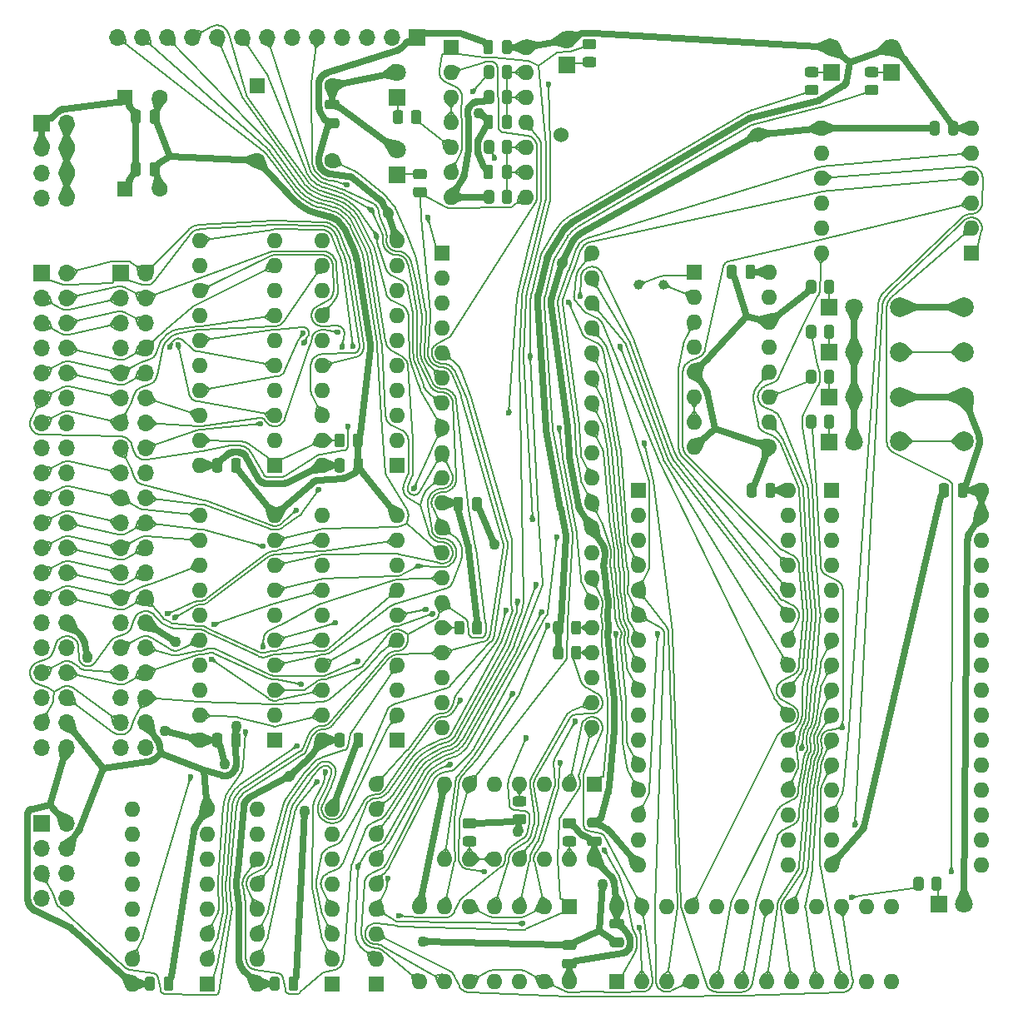
<source format=gbr>
%TF.GenerationSoftware,KiCad,Pcbnew,(5.1.9)-1*%
%TF.CreationDate,2021-05-23T14:47:50-04:00*%
%TF.ProjectId,cpu2,63707532-2e6b-4696-9361-645f70636258,rev?*%
%TF.SameCoordinates,Original*%
%TF.FileFunction,Copper,L2,Bot*%
%TF.FilePolarity,Positive*%
%FSLAX46Y46*%
G04 Gerber Fmt 4.6, Leading zero omitted, Abs format (unit mm)*
G04 Created by KiCad (PCBNEW (5.1.9)-1) date 2021-05-23 14:47:50*
%MOMM*%
%LPD*%
G01*
G04 APERTURE LIST*
%TA.AperFunction,ComponentPad*%
%ADD10C,1.800000*%
%TD*%
%TA.AperFunction,ComponentPad*%
%ADD11R,1.800000X1.800000*%
%TD*%
%TA.AperFunction,ComponentPad*%
%ADD12O,1.700000X1.700000*%
%TD*%
%TA.AperFunction,ComponentPad*%
%ADD13R,1.700000X1.700000*%
%TD*%
%TA.AperFunction,ComponentPad*%
%ADD14C,1.600000*%
%TD*%
%TA.AperFunction,ComponentPad*%
%ADD15R,1.600000X1.600000*%
%TD*%
%TA.AperFunction,ComponentPad*%
%ADD16C,2.000000*%
%TD*%
%TA.AperFunction,ComponentPad*%
%ADD17O,1.600000X1.600000*%
%TD*%
%TA.AperFunction,ComponentPad*%
%ADD18C,1.000000*%
%TD*%
%TA.AperFunction,ComponentPad*%
%ADD19C,1.524000*%
%TD*%
%TA.AperFunction,ViaPad*%
%ADD20C,1.100000*%
%TD*%
%TA.AperFunction,ViaPad*%
%ADD21C,0.600000*%
%TD*%
%TA.AperFunction,Conductor*%
%ADD22C,0.700000*%
%TD*%
%TA.AperFunction,Conductor*%
%ADD23C,0.200000*%
%TD*%
G04 APERTURE END LIST*
%TO.P,R21,2*%
%TO.N,Net-(D10-Pad1)*%
%TA.AperFunction,SMDPad,CuDef*%
G36*
G01*
X102104000Y-61410001D02*
X102104000Y-60509999D01*
G75*
G02*
X102353999Y-60260000I249999J0D01*
G01*
X102879001Y-60260000D01*
G75*
G02*
X103129000Y-60509999I0J-249999D01*
G01*
X103129000Y-61410001D01*
G75*
G02*
X102879001Y-61660000I-249999J0D01*
G01*
X102353999Y-61660000D01*
G75*
G02*
X102104000Y-61410001I0J249999D01*
G01*
G37*
%TD.AperFunction*%
%TO.P,R21,1*%
%TO.N,~ROM0~*%
%TA.AperFunction,SMDPad,CuDef*%
G36*
G01*
X100279000Y-61410001D02*
X100279000Y-60509999D01*
G75*
G02*
X100528999Y-60260000I249999J0D01*
G01*
X101054001Y-60260000D01*
G75*
G02*
X101304000Y-60509999I0J-249999D01*
G01*
X101304000Y-61410001D01*
G75*
G02*
X101054001Y-61660000I-249999J0D01*
G01*
X100528999Y-61660000D01*
G75*
G02*
X100279000Y-61410001I0J249999D01*
G01*
G37*
%TD.AperFunction*%
%TD*%
%TO.P,R20,2*%
%TO.N,Net-(D9-Pad1)*%
%TA.AperFunction,SMDPad,CuDef*%
G36*
G01*
X102104000Y-56838001D02*
X102104000Y-55937999D01*
G75*
G02*
X102353999Y-55688000I249999J0D01*
G01*
X102879001Y-55688000D01*
G75*
G02*
X103129000Y-55937999I0J-249999D01*
G01*
X103129000Y-56838001D01*
G75*
G02*
X102879001Y-57088000I-249999J0D01*
G01*
X102353999Y-57088000D01*
G75*
G02*
X102104000Y-56838001I0J249999D01*
G01*
G37*
%TD.AperFunction*%
%TO.P,R20,1*%
%TO.N,~RAM0~*%
%TA.AperFunction,SMDPad,CuDef*%
G36*
G01*
X100279000Y-56838001D02*
X100279000Y-55937999D01*
G75*
G02*
X100528999Y-55688000I249999J0D01*
G01*
X101054001Y-55688000D01*
G75*
G02*
X101304000Y-55937999I0J-249999D01*
G01*
X101304000Y-56838001D01*
G75*
G02*
X101054001Y-57088000I-249999J0D01*
G01*
X100528999Y-57088000D01*
G75*
G02*
X100279000Y-56838001I0J249999D01*
G01*
G37*
%TD.AperFunction*%
%TD*%
D10*
%TO.P,D10,2*%
%TO.N,+5V*%
X105156000Y-62992000D03*
D11*
%TO.P,D10,1*%
%TO.N,Net-(D10-Pad1)*%
X102616000Y-62992000D03*
%TD*%
D10*
%TO.P,D9,2*%
%TO.N,+5V*%
X105156000Y-58420000D03*
D11*
%TO.P,D9,1*%
%TO.N,Net-(D9-Pad1)*%
X102616000Y-58420000D03*
%TD*%
%TO.P,R19,2*%
%TO.N,Net-(D8-Pad1)*%
%TA.AperFunction,SMDPad,CuDef*%
G36*
G01*
X113026000Y-108400001D02*
X113026000Y-107499999D01*
G75*
G02*
X113275999Y-107250000I249999J0D01*
G01*
X113801001Y-107250000D01*
G75*
G02*
X114051000Y-107499999I0J-249999D01*
G01*
X114051000Y-108400001D01*
G75*
G02*
X113801001Y-108650000I-249999J0D01*
G01*
X113275999Y-108650000D01*
G75*
G02*
X113026000Y-108400001I0J249999D01*
G01*
G37*
%TD.AperFunction*%
%TO.P,R19,1*%
%TO.N,Net-(R19-Pad1)*%
%TA.AperFunction,SMDPad,CuDef*%
G36*
G01*
X111201000Y-108400001D02*
X111201000Y-107499999D01*
G75*
G02*
X111450999Y-107250000I249999J0D01*
G01*
X111976001Y-107250000D01*
G75*
G02*
X112226000Y-107499999I0J-249999D01*
G01*
X112226000Y-108400001D01*
G75*
G02*
X111976001Y-108650000I-249999J0D01*
G01*
X111450999Y-108650000D01*
G75*
G02*
X111201000Y-108400001I0J249999D01*
G01*
G37*
%TD.AperFunction*%
%TD*%
D10*
%TO.P,D8,2*%
%TO.N,+5V*%
X116332000Y-109982000D03*
D11*
%TO.P,D8,1*%
%TO.N,Net-(D8-Pad1)*%
X113792000Y-109982000D03*
%TD*%
%TO.P,R18,2*%
%TO.N,Net-(D7-Pad1)*%
%TA.AperFunction,SMDPad,CuDef*%
G36*
G01*
X107384001Y-25912500D02*
X106483999Y-25912500D01*
G75*
G02*
X106234000Y-25662501I0J249999D01*
G01*
X106234000Y-25137499D01*
G75*
G02*
X106483999Y-24887500I249999J0D01*
G01*
X107384001Y-24887500D01*
G75*
G02*
X107634000Y-25137499I0J-249999D01*
G01*
X107634000Y-25662501D01*
G75*
G02*
X107384001Y-25912500I-249999J0D01*
G01*
G37*
%TD.AperFunction*%
%TO.P,R18,1*%
%TO.N,~INUSE~*%
%TA.AperFunction,SMDPad,CuDef*%
G36*
G01*
X107384001Y-27737500D02*
X106483999Y-27737500D01*
G75*
G02*
X106234000Y-27487501I0J249999D01*
G01*
X106234000Y-26962499D01*
G75*
G02*
X106483999Y-26712500I249999J0D01*
G01*
X107384001Y-26712500D01*
G75*
G02*
X107634000Y-26962499I0J-249999D01*
G01*
X107634000Y-27487501D01*
G75*
G02*
X107384001Y-27737500I-249999J0D01*
G01*
G37*
%TD.AperFunction*%
%TD*%
D10*
%TO.P,D7,2*%
%TO.N,+5V*%
X108966000Y-22860000D03*
D11*
%TO.P,D7,1*%
%TO.N,Net-(D7-Pad1)*%
X108966000Y-25400000D03*
%TD*%
%TO.P,R17,2*%
%TO.N,Net-(D6-Pad1)*%
%TA.AperFunction,SMDPad,CuDef*%
G36*
G01*
X101288001Y-25912500D02*
X100387999Y-25912500D01*
G75*
G02*
X100138000Y-25662501I0J249999D01*
G01*
X100138000Y-25137499D01*
G75*
G02*
X100387999Y-24887500I249999J0D01*
G01*
X101288001Y-24887500D01*
G75*
G02*
X101538000Y-25137499I0J-249999D01*
G01*
X101538000Y-25662501D01*
G75*
G02*
X101288001Y-25912500I-249999J0D01*
G01*
G37*
%TD.AperFunction*%
%TO.P,R17,1*%
%TO.N,~EXMEM~*%
%TA.AperFunction,SMDPad,CuDef*%
G36*
G01*
X101288001Y-27737500D02*
X100387999Y-27737500D01*
G75*
G02*
X100138000Y-27487501I0J249999D01*
G01*
X100138000Y-26962499D01*
G75*
G02*
X100387999Y-26712500I249999J0D01*
G01*
X101288001Y-26712500D01*
G75*
G02*
X101538000Y-26962499I0J-249999D01*
G01*
X101538000Y-27487501D01*
G75*
G02*
X101288001Y-27737500I-249999J0D01*
G01*
G37*
%TD.AperFunction*%
%TD*%
D10*
%TO.P,D6,2*%
%TO.N,+5V*%
X102870000Y-22860000D03*
D11*
%TO.P,D6,1*%
%TO.N,Net-(D6-Pad1)*%
X102870000Y-25400000D03*
%TD*%
D12*
%TO.P,J5,13*%
%TO.N,D7*%
X30226000Y-21844000D03*
%TO.P,J5,12*%
%TO.N,D6*%
X32766000Y-21844000D03*
%TO.P,J5,11*%
%TO.N,D5*%
X35306000Y-21844000D03*
%TO.P,J5,10*%
%TO.N,D4*%
X37846000Y-21844000D03*
%TO.P,J5,9*%
%TO.N,D3*%
X40386000Y-21844000D03*
%TO.P,J5,8*%
%TO.N,D2*%
X42926000Y-21844000D03*
%TO.P,J5,7*%
%TO.N,D1*%
X45466000Y-21844000D03*
%TO.P,J5,6*%
%TO.N,D0*%
X48006000Y-21844000D03*
%TO.P,J5,5*%
%TO.N,Net-(J1-Pad6)*%
X50546000Y-21844000D03*
%TO.P,J5,4*%
%TO.N,Net-(J1-Pad8)*%
X53086000Y-21844000D03*
%TO.P,J5,3*%
%TO.N,CLK*%
X55626000Y-21844000D03*
%TO.P,J5,2*%
%TO.N,+5V*%
X58166000Y-21844000D03*
D13*
%TO.P,J5,1*%
%TO.N,GND*%
X60706000Y-21844000D03*
%TD*%
%TO.P,R16,2*%
%TO.N,Net-(D5-Pad1)*%
%TA.AperFunction,SMDPad,CuDef*%
G36*
G01*
X59290000Y-29521998D02*
X59290000Y-30422002D01*
G75*
G02*
X59040002Y-30672000I-249998J0D01*
G01*
X58514998Y-30672000D01*
G75*
G02*
X58265000Y-30422002I0J249998D01*
G01*
X58265000Y-29521998D01*
G75*
G02*
X58514998Y-29272000I249998J0D01*
G01*
X59040002Y-29272000D01*
G75*
G02*
X59290000Y-29521998I0J-249998D01*
G01*
G37*
%TD.AperFunction*%
%TO.P,R16,1*%
%TO.N,~SYSRES~*%
%TA.AperFunction,SMDPad,CuDef*%
G36*
G01*
X61115000Y-29521998D02*
X61115000Y-30422002D01*
G75*
G02*
X60865002Y-30672000I-249998J0D01*
G01*
X60339998Y-30672000D01*
G75*
G02*
X60090000Y-30422002I0J249998D01*
G01*
X60090000Y-29521998D01*
G75*
G02*
X60339998Y-29272000I249998J0D01*
G01*
X60865002Y-29272000D01*
G75*
G02*
X61115000Y-29521998I0J-249998D01*
G01*
G37*
%TD.AperFunction*%
%TD*%
%TO.P,R15,2*%
%TO.N,Net-(D4-Pad1)*%
%TA.AperFunction,SMDPad,CuDef*%
G36*
G01*
X61450002Y-36300000D02*
X60549998Y-36300000D01*
G75*
G02*
X60300000Y-36050002I0J249998D01*
G01*
X60300000Y-35524998D01*
G75*
G02*
X60549998Y-35275000I249998J0D01*
G01*
X61450002Y-35275000D01*
G75*
G02*
X61700000Y-35524998I0J-249998D01*
G01*
X61700000Y-36050002D01*
G75*
G02*
X61450002Y-36300000I-249998J0D01*
G01*
G37*
%TD.AperFunction*%
%TO.P,R15,1*%
%TO.N,Net-(J1-Pad5)*%
%TA.AperFunction,SMDPad,CuDef*%
G36*
G01*
X61450002Y-38125000D02*
X60549998Y-38125000D01*
G75*
G02*
X60300000Y-37875002I0J249998D01*
G01*
X60300000Y-37349998D01*
G75*
G02*
X60549998Y-37100000I249998J0D01*
G01*
X61450002Y-37100000D01*
G75*
G02*
X61700000Y-37349998I0J-249998D01*
G01*
X61700000Y-37875002D01*
G75*
G02*
X61450002Y-38125000I-249998J0D01*
G01*
G37*
%TD.AperFunction*%
%TD*%
D10*
%TO.P,D5,2*%
%TO.N,+5V*%
X58674000Y-25400000D03*
D11*
%TO.P,D5,1*%
%TO.N,Net-(D5-Pad1)*%
X58674000Y-27940000D03*
%TD*%
D10*
%TO.P,D4,2*%
%TO.N,+5V*%
X58674000Y-33274000D03*
D11*
%TO.P,D4,1*%
%TO.N,Net-(D4-Pad1)*%
X58674000Y-35814000D03*
%TD*%
%TO.P,R14,2*%
%TO.N,Net-(D3-Pad1)*%
%TA.AperFunction,SMDPad,CuDef*%
G36*
G01*
X77781998Y-23871500D02*
X78682002Y-23871500D01*
G75*
G02*
X78932000Y-24121498I0J-249998D01*
G01*
X78932000Y-24646502D01*
G75*
G02*
X78682002Y-24896500I-249998J0D01*
G01*
X77781998Y-24896500D01*
G75*
G02*
X77532000Y-24646502I0J249998D01*
G01*
X77532000Y-24121498D01*
G75*
G02*
X77781998Y-23871500I249998J0D01*
G01*
G37*
%TD.AperFunction*%
%TO.P,R14,1*%
%TO.N,Net-(R14-Pad1)*%
%TA.AperFunction,SMDPad,CuDef*%
G36*
G01*
X77781998Y-22046500D02*
X78682002Y-22046500D01*
G75*
G02*
X78932000Y-22296498I0J-249998D01*
G01*
X78932000Y-22821502D01*
G75*
G02*
X78682002Y-23071500I-249998J0D01*
G01*
X77781998Y-23071500D01*
G75*
G02*
X77532000Y-22821502I0J249998D01*
G01*
X77532000Y-22296498D01*
G75*
G02*
X77781998Y-22046500I249998J0D01*
G01*
G37*
%TD.AperFunction*%
%TD*%
D10*
%TO.P,D3,2*%
%TO.N,+5V*%
X75946000Y-22098000D03*
D11*
%TO.P,D3,1*%
%TO.N,Net-(D3-Pad1)*%
X75946000Y-24638000D03*
%TD*%
D14*
%TO.P,C3,2*%
%TO.N,GND*%
X34500000Y-37300000D03*
D15*
%TO.P,C3,1*%
%TO.N,+5V*%
X31000000Y-37300000D03*
%TD*%
D16*
%TO.P,SW2,1*%
%TO.N,+5V*%
X116332000Y-58420000D03*
%TO.P,SW2,2*%
%TO.N,Net-(J1-Pad1)*%
X116332000Y-62920000D03*
%TO.P,SW2,1*%
%TO.N,+5V*%
X109832000Y-58420000D03*
%TO.P,SW2,2*%
%TO.N,Net-(J1-Pad1)*%
X109832000Y-62920000D03*
%TD*%
%TO.P,SW1,1*%
%TO.N,+5V*%
X116332000Y-49348000D03*
%TO.P,SW1,2*%
%TO.N,Net-(J1-Pad3)*%
X116332000Y-53848000D03*
%TO.P,SW1,1*%
%TO.N,+5V*%
X109832000Y-49348000D03*
%TO.P,SW1,2*%
%TO.N,Net-(J1-Pad3)*%
X109832000Y-53848000D03*
%TD*%
D15*
%TO.P,U8,1*%
%TO.N,Net-(U8-Pad1)*%
X88900000Y-45720000D03*
D17*
%TO.P,U8,9*%
%TO.N,GND*%
X96520000Y-63500000D03*
%TO.P,U8,2*%
%TO.N,Net-(U8-Pad2)*%
X88900000Y-48260000D03*
%TO.P,U8,10*%
%TO.N,Net-(U12-Pad22)*%
X96520000Y-60960000D03*
%TO.P,U8,3*%
%TO.N,~WRITE~*%
X88900000Y-50800000D03*
%TO.P,U8,11*%
%TO.N,~RAM0~*%
X96520000Y-58420000D03*
%TO.P,U8,4*%
%TO.N,Net-(BT1-Pad1)*%
X88900000Y-53340000D03*
%TO.P,U8,12*%
%TO.N,~READ~*%
X96520000Y-55880000D03*
%TO.P,U8,5*%
%TO.N,GND*%
X88900000Y-55880000D03*
%TO.P,U8,13*%
%TO.N,~SYSRES~*%
X96520000Y-53340000D03*
%TO.P,U8,6*%
%TO.N,D0*%
X88900000Y-58420000D03*
%TO.P,U8,14*%
%TO.N,GND*%
X96520000Y-50800000D03*
%TO.P,U8,7*%
%TO.N,D0*%
X88900000Y-60960000D03*
%TO.P,U8,15*%
%TO.N,VCCMEM*%
X96520000Y-48260000D03*
%TO.P,U8,8*%
%TO.N,GND*%
X88900000Y-63500000D03*
%TO.P,U8,16*%
%TO.N,+5V*%
X96520000Y-45720000D03*
%TD*%
D18*
%TO.P,Y1,2*%
%TO.N,Net-(U8-Pad2)*%
X85725000Y-46990000D03*
%TO.P,Y1,1*%
%TO.N,Net-(U8-Pad1)*%
X83185000Y-46990000D03*
%TD*%
D19*
%TO.P,BT1,1*%
%TO.N,Net-(BT1-Pad1)*%
X75330000Y-31750000D03*
%TO.P,BT1,2*%
%TO.N,GND*%
X95330000Y-31750000D03*
%TD*%
%TO.P,C23,1*%
%TO.N,+5V*%
%TA.AperFunction,SMDPad,CuDef*%
G36*
G01*
X51595000Y-28202000D02*
X52545000Y-28202000D01*
G75*
G02*
X52795000Y-28452000I0J-250000D01*
G01*
X52795000Y-28952000D01*
G75*
G02*
X52545000Y-29202000I-250000J0D01*
G01*
X51595000Y-29202000D01*
G75*
G02*
X51345000Y-28952000I0J250000D01*
G01*
X51345000Y-28452000D01*
G75*
G02*
X51595000Y-28202000I250000J0D01*
G01*
G37*
%TD.AperFunction*%
%TO.P,C23,2*%
%TO.N,GND*%
%TA.AperFunction,SMDPad,CuDef*%
G36*
G01*
X51595000Y-30102000D02*
X52545000Y-30102000D01*
G75*
G02*
X52795000Y-30352000I0J-250000D01*
G01*
X52795000Y-30852000D01*
G75*
G02*
X52545000Y-31102000I-250000J0D01*
G01*
X51595000Y-31102000D01*
G75*
G02*
X51345000Y-30852000I0J250000D01*
G01*
X51345000Y-30352000D01*
G75*
G02*
X51595000Y-30102000I250000J0D01*
G01*
G37*
%TD.AperFunction*%
%TD*%
%TO.P,C21,2*%
%TO.N,GND*%
%TA.AperFunction,SMDPad,CuDef*%
G36*
G01*
X33503900Y-35762200D02*
X33503900Y-34812200D01*
G75*
G02*
X33753900Y-34562200I250000J0D01*
G01*
X34253900Y-34562200D01*
G75*
G02*
X34503900Y-34812200I0J-250000D01*
G01*
X34503900Y-35762200D01*
G75*
G02*
X34253900Y-36012200I-250000J0D01*
G01*
X33753900Y-36012200D01*
G75*
G02*
X33503900Y-35762200I0J250000D01*
G01*
G37*
%TD.AperFunction*%
%TO.P,C21,1*%
%TO.N,+5V*%
%TA.AperFunction,SMDPad,CuDef*%
G36*
G01*
X31603900Y-35762200D02*
X31603900Y-34812200D01*
G75*
G02*
X31853900Y-34562200I250000J0D01*
G01*
X32353900Y-34562200D01*
G75*
G02*
X32603900Y-34812200I0J-250000D01*
G01*
X32603900Y-35762200D01*
G75*
G02*
X32353900Y-36012200I-250000J0D01*
G01*
X31853900Y-36012200D01*
G75*
G02*
X31603900Y-35762200I0J250000D01*
G01*
G37*
%TD.AperFunction*%
%TD*%
%TO.P,C20,2*%
%TO.N,GND*%
%TA.AperFunction,SMDPad,CuDef*%
G36*
G01*
X33503900Y-30408000D02*
X33503900Y-29458000D01*
G75*
G02*
X33753900Y-29208000I250000J0D01*
G01*
X34253900Y-29208000D01*
G75*
G02*
X34503900Y-29458000I0J-250000D01*
G01*
X34503900Y-30408000D01*
G75*
G02*
X34253900Y-30658000I-250000J0D01*
G01*
X33753900Y-30658000D01*
G75*
G02*
X33503900Y-30408000I0J250000D01*
G01*
G37*
%TD.AperFunction*%
%TO.P,C20,1*%
%TO.N,+5V*%
%TA.AperFunction,SMDPad,CuDef*%
G36*
G01*
X31603900Y-30408000D02*
X31603900Y-29458000D01*
G75*
G02*
X31853900Y-29208000I250000J0D01*
G01*
X32353900Y-29208000D01*
G75*
G02*
X32603900Y-29458000I0J-250000D01*
G01*
X32603900Y-30408000D01*
G75*
G02*
X32353900Y-30658000I-250000J0D01*
G01*
X31853900Y-30658000D01*
G75*
G02*
X31603900Y-30408000I0J250000D01*
G01*
G37*
%TD.AperFunction*%
%TD*%
%TO.P,C19,2*%
%TO.N,GND*%
%TA.AperFunction,SMDPad,CuDef*%
G36*
G01*
X79215000Y-102232000D02*
X78265000Y-102232000D01*
G75*
G02*
X78015000Y-101982000I0J250000D01*
G01*
X78015000Y-101482000D01*
G75*
G02*
X78265000Y-101232000I250000J0D01*
G01*
X79215000Y-101232000D01*
G75*
G02*
X79465000Y-101482000I0J-250000D01*
G01*
X79465000Y-101982000D01*
G75*
G02*
X79215000Y-102232000I-250000J0D01*
G01*
G37*
%TD.AperFunction*%
%TO.P,C19,1*%
%TO.N,+5V*%
%TA.AperFunction,SMDPad,CuDef*%
G36*
G01*
X79215000Y-104132000D02*
X78265000Y-104132000D01*
G75*
G02*
X78015000Y-103882000I0J250000D01*
G01*
X78015000Y-103382000D01*
G75*
G02*
X78265000Y-103132000I250000J0D01*
G01*
X79215000Y-103132000D01*
G75*
G02*
X79465000Y-103382000I0J-250000D01*
G01*
X79465000Y-103882000D01*
G75*
G02*
X79215000Y-104132000I-250000J0D01*
G01*
G37*
%TD.AperFunction*%
%TD*%
%TO.P,C18,2*%
%TO.N,GND*%
%TA.AperFunction,SMDPad,CuDef*%
G36*
G01*
X41786000Y-65880000D02*
X41786000Y-64930000D01*
G75*
G02*
X42036000Y-64680000I250000J0D01*
G01*
X42536000Y-64680000D01*
G75*
G02*
X42786000Y-64930000I0J-250000D01*
G01*
X42786000Y-65880000D01*
G75*
G02*
X42536000Y-66130000I-250000J0D01*
G01*
X42036000Y-66130000D01*
G75*
G02*
X41786000Y-65880000I0J250000D01*
G01*
G37*
%TD.AperFunction*%
%TO.P,C18,1*%
%TO.N,+5V*%
%TA.AperFunction,SMDPad,CuDef*%
G36*
G01*
X39886000Y-65880000D02*
X39886000Y-64930000D01*
G75*
G02*
X40136000Y-64680000I250000J0D01*
G01*
X40636000Y-64680000D01*
G75*
G02*
X40886000Y-64930000I0J-250000D01*
G01*
X40886000Y-65880000D01*
G75*
G02*
X40636000Y-66130000I-250000J0D01*
G01*
X40136000Y-66130000D01*
G75*
G02*
X39886000Y-65880000I0J250000D01*
G01*
G37*
%TD.AperFunction*%
%TD*%
%TO.P,C17,2*%
%TO.N,GND*%
%TA.AperFunction,SMDPad,CuDef*%
G36*
G01*
X54232000Y-93820000D02*
X54232000Y-92870000D01*
G75*
G02*
X54482000Y-92620000I250000J0D01*
G01*
X54982000Y-92620000D01*
G75*
G02*
X55232000Y-92870000I0J-250000D01*
G01*
X55232000Y-93820000D01*
G75*
G02*
X54982000Y-94070000I-250000J0D01*
G01*
X54482000Y-94070000D01*
G75*
G02*
X54232000Y-93820000I0J250000D01*
G01*
G37*
%TD.AperFunction*%
%TO.P,C17,1*%
%TO.N,+5V*%
%TA.AperFunction,SMDPad,CuDef*%
G36*
G01*
X52332000Y-93820000D02*
X52332000Y-92870000D01*
G75*
G02*
X52582000Y-92620000I250000J0D01*
G01*
X53082000Y-92620000D01*
G75*
G02*
X53332000Y-92870000I0J-250000D01*
G01*
X53332000Y-93820000D01*
G75*
G02*
X53082000Y-94070000I-250000J0D01*
G01*
X52582000Y-94070000D01*
G75*
G02*
X52332000Y-93820000I0J250000D01*
G01*
G37*
%TD.AperFunction*%
%TD*%
%TO.P,C16,2*%
%TO.N,GND*%
%TA.AperFunction,SMDPad,CuDef*%
G36*
G01*
X41786000Y-93820000D02*
X41786000Y-92870000D01*
G75*
G02*
X42036000Y-92620000I250000J0D01*
G01*
X42536000Y-92620000D01*
G75*
G02*
X42786000Y-92870000I0J-250000D01*
G01*
X42786000Y-93820000D01*
G75*
G02*
X42536000Y-94070000I-250000J0D01*
G01*
X42036000Y-94070000D01*
G75*
G02*
X41786000Y-93820000I0J250000D01*
G01*
G37*
%TD.AperFunction*%
%TO.P,C16,1*%
%TO.N,+5V*%
%TA.AperFunction,SMDPad,CuDef*%
G36*
G01*
X39886000Y-93820000D02*
X39886000Y-92870000D01*
G75*
G02*
X40136000Y-92620000I250000J0D01*
G01*
X40636000Y-92620000D01*
G75*
G02*
X40886000Y-92870000I0J-250000D01*
G01*
X40886000Y-93820000D01*
G75*
G02*
X40636000Y-94070000I-250000J0D01*
G01*
X40136000Y-94070000D01*
G75*
G02*
X39886000Y-93820000I0J250000D01*
G01*
G37*
%TD.AperFunction*%
%TD*%
%TO.P,C15,2*%
%TO.N,GND*%
%TA.AperFunction,SMDPad,CuDef*%
G36*
G01*
X47628000Y-118585000D02*
X47628000Y-117635000D01*
G75*
G02*
X47878000Y-117385000I250000J0D01*
G01*
X48378000Y-117385000D01*
G75*
G02*
X48628000Y-117635000I0J-250000D01*
G01*
X48628000Y-118585000D01*
G75*
G02*
X48378000Y-118835000I-250000J0D01*
G01*
X47878000Y-118835000D01*
G75*
G02*
X47628000Y-118585000I0J250000D01*
G01*
G37*
%TD.AperFunction*%
%TO.P,C15,1*%
%TO.N,+5V*%
%TA.AperFunction,SMDPad,CuDef*%
G36*
G01*
X45728000Y-118585000D02*
X45728000Y-117635000D01*
G75*
G02*
X45978000Y-117385000I250000J0D01*
G01*
X46478000Y-117385000D01*
G75*
G02*
X46728000Y-117635000I0J-250000D01*
G01*
X46728000Y-118585000D01*
G75*
G02*
X46478000Y-118835000I-250000J0D01*
G01*
X45978000Y-118835000D01*
G75*
G02*
X45728000Y-118585000I0J250000D01*
G01*
G37*
%TD.AperFunction*%
%TD*%
%TO.P,C14,1*%
%TO.N,GND*%
%TA.AperFunction,SMDPad,CuDef*%
G36*
G01*
X94247000Y-68420000D02*
X94247000Y-67470000D01*
G75*
G02*
X94497000Y-67220000I250000J0D01*
G01*
X94997000Y-67220000D01*
G75*
G02*
X95247000Y-67470000I0J-250000D01*
G01*
X95247000Y-68420000D01*
G75*
G02*
X94997000Y-68670000I-250000J0D01*
G01*
X94497000Y-68670000D01*
G75*
G02*
X94247000Y-68420000I0J250000D01*
G01*
G37*
%TD.AperFunction*%
%TO.P,C14,2*%
%TO.N,VCCMEM*%
%TA.AperFunction,SMDPad,CuDef*%
G36*
G01*
X96147000Y-68420000D02*
X96147000Y-67470000D01*
G75*
G02*
X96397000Y-67220000I250000J0D01*
G01*
X96897000Y-67220000D01*
G75*
G02*
X97147000Y-67470000I0J-250000D01*
G01*
X97147000Y-68420000D01*
G75*
G02*
X96897000Y-68670000I-250000J0D01*
G01*
X96397000Y-68670000D01*
G75*
G02*
X96147000Y-68420000I0J250000D01*
G01*
G37*
%TD.AperFunction*%
%TD*%
%TO.P,C13,2*%
%TO.N,GND*%
%TA.AperFunction,SMDPad,CuDef*%
G36*
G01*
X54232000Y-65880000D02*
X54232000Y-64930000D01*
G75*
G02*
X54482000Y-64680000I250000J0D01*
G01*
X54982000Y-64680000D01*
G75*
G02*
X55232000Y-64930000I0J-250000D01*
G01*
X55232000Y-65880000D01*
G75*
G02*
X54982000Y-66130000I-250000J0D01*
G01*
X54482000Y-66130000D01*
G75*
G02*
X54232000Y-65880000I0J250000D01*
G01*
G37*
%TD.AperFunction*%
%TO.P,C13,1*%
%TO.N,+5V*%
%TA.AperFunction,SMDPad,CuDef*%
G36*
G01*
X52332000Y-65880000D02*
X52332000Y-64930000D01*
G75*
G02*
X52582000Y-64680000I250000J0D01*
G01*
X53082000Y-64680000D01*
G75*
G02*
X53332000Y-64930000I0J-250000D01*
G01*
X53332000Y-65880000D01*
G75*
G02*
X53082000Y-66130000I-250000J0D01*
G01*
X52582000Y-66130000D01*
G75*
G02*
X52332000Y-65880000I0J250000D01*
G01*
G37*
%TD.AperFunction*%
%TD*%
%TO.P,C12,1*%
%TO.N,+5V*%
%TA.AperFunction,SMDPad,CuDef*%
G36*
G01*
X80551000Y-111514000D02*
X81501000Y-111514000D01*
G75*
G02*
X81751000Y-111764000I0J-250000D01*
G01*
X81751000Y-112264000D01*
G75*
G02*
X81501000Y-112514000I-250000J0D01*
G01*
X80551000Y-112514000D01*
G75*
G02*
X80301000Y-112264000I0J250000D01*
G01*
X80301000Y-111764000D01*
G75*
G02*
X80551000Y-111514000I250000J0D01*
G01*
G37*
%TD.AperFunction*%
%TO.P,C12,2*%
%TO.N,GND*%
%TA.AperFunction,SMDPad,CuDef*%
G36*
G01*
X80551000Y-113414000D02*
X81501000Y-113414000D01*
G75*
G02*
X81751000Y-113664000I0J-250000D01*
G01*
X81751000Y-114164000D01*
G75*
G02*
X81501000Y-114414000I-250000J0D01*
G01*
X80551000Y-114414000D01*
G75*
G02*
X80301000Y-114164000I0J250000D01*
G01*
X80301000Y-113664000D01*
G75*
G02*
X80551000Y-113414000I250000J0D01*
G01*
G37*
%TD.AperFunction*%
%TD*%
%TO.P,C11,2*%
%TO.N,GND*%
%TA.AperFunction,SMDPad,CuDef*%
G36*
G01*
X76675000Y-114678000D02*
X75725000Y-114678000D01*
G75*
G02*
X75475000Y-114428000I0J250000D01*
G01*
X75475000Y-113928000D01*
G75*
G02*
X75725000Y-113678000I250000J0D01*
G01*
X76675000Y-113678000D01*
G75*
G02*
X76925000Y-113928000I0J-250000D01*
G01*
X76925000Y-114428000D01*
G75*
G02*
X76675000Y-114678000I-250000J0D01*
G01*
G37*
%TD.AperFunction*%
%TO.P,C11,1*%
%TO.N,+5V*%
%TA.AperFunction,SMDPad,CuDef*%
G36*
G01*
X76675000Y-116578000D02*
X75725000Y-116578000D01*
G75*
G02*
X75475000Y-116328000I0J250000D01*
G01*
X75475000Y-115828000D01*
G75*
G02*
X75725000Y-115578000I250000J0D01*
G01*
X76675000Y-115578000D01*
G75*
G02*
X76925000Y-115828000I0J-250000D01*
G01*
X76925000Y-116328000D01*
G75*
G02*
X76675000Y-116578000I-250000J0D01*
G01*
G37*
%TD.AperFunction*%
%TD*%
%TO.P,C10,2*%
%TO.N,GND*%
%TA.AperFunction,SMDPad,CuDef*%
G36*
G01*
X114800000Y-67470000D02*
X114800000Y-68420000D01*
G75*
G02*
X114550000Y-68670000I-250000J0D01*
G01*
X114050000Y-68670000D01*
G75*
G02*
X113800000Y-68420000I0J250000D01*
G01*
X113800000Y-67470000D01*
G75*
G02*
X114050000Y-67220000I250000J0D01*
G01*
X114550000Y-67220000D01*
G75*
G02*
X114800000Y-67470000I0J-250000D01*
G01*
G37*
%TD.AperFunction*%
%TO.P,C10,1*%
%TO.N,+5V*%
%TA.AperFunction,SMDPad,CuDef*%
G36*
G01*
X116700000Y-67470000D02*
X116700000Y-68420000D01*
G75*
G02*
X116450000Y-68670000I-250000J0D01*
G01*
X115950000Y-68670000D01*
G75*
G02*
X115700000Y-68420000I0J250000D01*
G01*
X115700000Y-67470000D01*
G75*
G02*
X115950000Y-67220000I250000J0D01*
G01*
X116450000Y-67220000D01*
G75*
G02*
X116700000Y-67470000I0J-250000D01*
G01*
G37*
%TD.AperFunction*%
%TD*%
%TO.P,C9,2*%
%TO.N,GND*%
%TA.AperFunction,SMDPad,CuDef*%
G36*
G01*
X66297000Y-69817000D02*
X66297000Y-68867000D01*
G75*
G02*
X66547000Y-68617000I250000J0D01*
G01*
X67047000Y-68617000D01*
G75*
G02*
X67297000Y-68867000I0J-250000D01*
G01*
X67297000Y-69817000D01*
G75*
G02*
X67047000Y-70067000I-250000J0D01*
G01*
X66547000Y-70067000D01*
G75*
G02*
X66297000Y-69817000I0J250000D01*
G01*
G37*
%TD.AperFunction*%
%TO.P,C9,1*%
%TO.N,+5V*%
%TA.AperFunction,SMDPad,CuDef*%
G36*
G01*
X64397000Y-69817000D02*
X64397000Y-68867000D01*
G75*
G02*
X64647000Y-68617000I250000J0D01*
G01*
X65147000Y-68617000D01*
G75*
G02*
X65397000Y-68867000I0J-250000D01*
G01*
X65397000Y-69817000D01*
G75*
G02*
X65147000Y-70067000I-250000J0D01*
G01*
X64647000Y-70067000D01*
G75*
G02*
X64397000Y-69817000I0J250000D01*
G01*
G37*
%TD.AperFunction*%
%TD*%
D14*
%TO.P,C8,2*%
%TO.N,GND*%
X34500000Y-28000000D03*
D15*
%TO.P,C8,1*%
%TO.N,+5V*%
X31000000Y-28000000D03*
%TD*%
D17*
%TO.P,U10,14*%
%TO.N,+5V*%
X78740000Y-105410000D03*
%TO.P,U10,7*%
%TO.N,GND*%
X63500000Y-97790000D03*
%TO.P,U10,13*%
%TO.N,~F_WAIT~*%
X76200000Y-105410000D03*
%TO.P,U10,6*%
%TO.N,~INUSE~*%
X66040000Y-97790000D03*
%TO.P,U10,12*%
%TO.N,~F_WAIT~*%
X73660000Y-105410000D03*
%TO.P,U10,5*%
%TO.N,~F_INUSE~*%
X68580000Y-97790000D03*
%TO.P,U10,11*%
%TO.N,~WAIT~*%
X71120000Y-105410000D03*
%TO.P,U10,4*%
%TO.N,~F_INUSE~*%
X71120000Y-97790000D03*
%TO.P,U10,10*%
%TO.N,~F_INT~*%
X68580000Y-105410000D03*
%TO.P,U10,3*%
%TO.N,~INTAK~*%
X73660000Y-97790000D03*
%TO.P,U10,9*%
%TO.N,~F_INT~*%
X66040000Y-105410000D03*
%TO.P,U10,2*%
%TO.N,~IORQ~*%
X76200000Y-97790000D03*
%TO.P,U10,8*%
%TO.N,~INT~*%
X63500000Y-105410000D03*
D15*
%TO.P,U10,1*%
%TO.N,M1*%
X78740000Y-97790000D03*
%TD*%
D17*
%TO.P,U6,14*%
%TO.N,+5V*%
X76200000Y-117856000D03*
%TO.P,U6,7*%
%TO.N,GND*%
X60960000Y-110236000D03*
%TO.P,U6,13*%
%TO.N,~IORQ~*%
X73660000Y-117856000D03*
%TO.P,U6,6*%
%TO.N,~WRITE~*%
X63500000Y-110236000D03*
%TO.P,U6,12*%
%TO.N,~WR~*%
X71120000Y-117856000D03*
%TO.P,U6,5*%
%TO.N,~MREQ~*%
X66040000Y-110236000D03*
%TO.P,U6,11*%
%TO.N,~OUT~*%
X68580000Y-117856000D03*
%TO.P,U6,4*%
%TO.N,~WR~*%
X68580000Y-110236000D03*
%TO.P,U6,10*%
%TO.N,~IORQ~*%
X66040000Y-117856000D03*
%TO.P,U6,3*%
%TO.N,~READ~*%
X71120000Y-110236000D03*
%TO.P,U6,9*%
%TO.N,~RD~*%
X63500000Y-117856000D03*
%TO.P,U6,2*%
%TO.N,~MREQ~*%
X73660000Y-110236000D03*
%TO.P,U6,8*%
%TO.N,~IN~*%
X60960000Y-117856000D03*
D15*
%TO.P,U6,1*%
%TO.N,~RD~*%
X76200000Y-110236000D03*
%TD*%
D17*
%TO.P,U1,14*%
%TO.N,+5V*%
X71755000Y-22860000D03*
%TO.P,U1,7*%
%TO.N,GND*%
X64135000Y-38100000D03*
%TO.P,U1,13*%
%TO.N,Net-(C2-Pad2)*%
X71755000Y-25400000D03*
%TO.P,U1,6*%
%TO.N,Net-(R14-Pad1)*%
X64135000Y-35560000D03*
%TO.P,U1,12*%
%TO.N,Net-(C2-Pad2)*%
X71755000Y-27940000D03*
%TO.P,U1,5*%
%TO.N,~SYSRES~*%
X64135000Y-33020000D03*
%TO.P,U1,11*%
X71755000Y-30480000D03*
%TO.P,U1,4*%
%TO.N,Net-(U1-Pad3)*%
X64135000Y-30480000D03*
%TO.P,U1,10*%
%TO.N,Net-(C1-Pad2)*%
X71755000Y-33020000D03*
%TO.P,U1,3*%
%TO.N,Net-(U1-Pad3)*%
X64135000Y-27940000D03*
%TO.P,U1,9*%
%TO.N,Net-(C1-Pad2)*%
X71755000Y-35560000D03*
%TO.P,U1,2*%
%TO.N,~BankSel~*%
X64135000Y-25400000D03*
%TO.P,U1,8*%
%TO.N,Net-(J1-Pad5)*%
X71755000Y-38100000D03*
D15*
%TO.P,U1,1*%
%TO.N,Net-(R14-Pad1)*%
X64135000Y-22860000D03*
%TD*%
D17*
%TO.P,U5,24*%
%TO.N,+5V*%
X81026000Y-110236000D03*
%TO.P,U5,12*%
%TO.N,GND*%
X108966000Y-117856000D03*
%TO.P,U5,23*%
%TO.N,~IORQ~*%
X83566000Y-110236000D03*
%TO.P,U5,11*%
%TO.N,~RD~*%
X106426000Y-117856000D03*
%TO.P,U5,22*%
%TO.N,~BUSBUF~*%
X86106000Y-110236000D03*
%TO.P,U5,10*%
%TO.N,A0*%
X103886000Y-117856000D03*
%TO.P,U5,21*%
%TO.N,~DISP1~*%
X88646000Y-110236000D03*
%TO.P,U5,9*%
%TO.N,A1*%
X101346000Y-117856000D03*
%TO.P,U5,20*%
%TO.N,Net-(J1-Pad6)*%
X91186000Y-110236000D03*
%TO.P,U5,8*%
%TO.N,A2*%
X98806000Y-117856000D03*
%TO.P,U5,19*%
%TO.N,Net-(J1-Pad8)*%
X93726000Y-110236000D03*
%TO.P,U5,7*%
%TO.N,A3*%
X96266000Y-117856000D03*
%TO.P,U5,18*%
%TO.N,~RAM0~*%
X96266000Y-110236000D03*
%TO.P,U5,6*%
%TO.N,A4*%
X93726000Y-117856000D03*
%TO.P,U5,17*%
%TO.N,~ROM0~*%
X98806000Y-110236000D03*
%TO.P,U5,5*%
%TO.N,A5*%
X91186000Y-117856000D03*
%TO.P,U5,16*%
%TO.N,~BankSel~*%
X101346000Y-110236000D03*
%TO.P,U5,4*%
%TO.N,A6*%
X88646000Y-117856000D03*
%TO.P,U5,15*%
%TO.N,RAM~ROM~*%
X103886000Y-110236000D03*
%TO.P,U5,3*%
%TO.N,A7*%
X86106000Y-117856000D03*
%TO.P,U5,14*%
%TO.N,MEMCHIP*%
X106426000Y-110236000D03*
%TO.P,U5,2*%
%TO.N,~MREQ~*%
X83566000Y-117856000D03*
%TO.P,U5,13*%
%TO.N,~INUSE~*%
X108966000Y-110236000D03*
D15*
%TO.P,U5,1*%
%TO.N,~OUT~*%
X81026000Y-117856000D03*
%TD*%
D17*
%TO.P,U4,16*%
%TO.N,+5V*%
X44450000Y-118110000D03*
%TO.P,U4,8*%
%TO.N,GND*%
X52070000Y-100330000D03*
%TO.P,U4,15*%
%TO.N,D4*%
X44450000Y-115570000D03*
%TO.P,U4,7*%
%TO.N,Net-(R19-Pad1)*%
X52070000Y-102870000D03*
%TO.P,U4,14*%
%TO.N,A0*%
X44450000Y-113030000D03*
%TO.P,U4,6*%
%TO.N,~EXMEM~*%
X52070000Y-105410000D03*
%TO.P,U4,13*%
%TO.N,A1*%
X44450000Y-110490000D03*
%TO.P,U4,5*%
%TO.N,A14*%
X52070000Y-107950000D03*
%TO.P,U4,12*%
%TO.N,~BankSel~*%
X44450000Y-107950000D03*
%TO.P,U4,4*%
%TO.N,A15*%
X52070000Y-110490000D03*
%TO.P,U4,11*%
%TO.N,Net-(R14-Pad1)*%
X44450000Y-105410000D03*
%TO.P,U4,3*%
%TO.N,D7*%
X52070000Y-113030000D03*
%TO.P,U4,10*%
%TO.N,S4*%
X44450000Y-102870000D03*
%TO.P,U4,2*%
%TO.N,D6*%
X52070000Y-115570000D03*
%TO.P,U4,9*%
%TO.N,MEMCHIP*%
X44450000Y-100330000D03*
D15*
%TO.P,U4,1*%
%TO.N,D5*%
X52070000Y-118110000D03*
%TD*%
D17*
%TO.P,U3,16*%
%TO.N,+5V*%
X31750000Y-118110000D03*
%TO.P,U3,8*%
%TO.N,GND*%
X39370000Y-100330000D03*
%TO.P,U3,15*%
%TO.N,D0*%
X31750000Y-115570000D03*
%TO.P,U3,7*%
%TO.N,S2*%
X39370000Y-102870000D03*
%TO.P,U3,14*%
%TO.N,A0*%
X31750000Y-113030000D03*
%TO.P,U3,6*%
%TO.N,S3*%
X39370000Y-105410000D03*
%TO.P,U3,13*%
%TO.N,A1*%
X31750000Y-110490000D03*
%TO.P,U3,5*%
%TO.N,A14*%
X39370000Y-107950000D03*
%TO.P,U3,12*%
%TO.N,~BankSel~*%
X31750000Y-107950000D03*
%TO.P,U3,4*%
%TO.N,A15*%
X39370000Y-110490000D03*
%TO.P,U3,11*%
%TO.N,Net-(R14-Pad1)*%
X31750000Y-105410000D03*
%TO.P,U3,3*%
%TO.N,D3*%
X39370000Y-113030000D03*
%TO.P,U3,10*%
%TO.N,S0*%
X31750000Y-102870000D03*
%TO.P,U3,2*%
%TO.N,D2*%
X39370000Y-115570000D03*
%TO.P,U3,9*%
%TO.N,S1*%
X31750000Y-100330000D03*
D15*
%TO.P,U3,1*%
%TO.N,D1*%
X39370000Y-118110000D03*
%TD*%
D17*
%TO.P,U2,40*%
%TO.N,A10*%
X78499000Y-43815000D03*
%TO.P,U2,20*%
%TO.N,~IORQ~*%
X63259000Y-92075000D03*
%TO.P,U2,39*%
%TO.N,A9*%
X78499000Y-46355000D03*
%TO.P,U2,19*%
%TO.N,~MREQ~*%
X63259000Y-89535000D03*
%TO.P,U2,38*%
%TO.N,A8*%
X78499000Y-48895000D03*
%TO.P,U2,18*%
%TO.N,Net-(R8-Pad1)*%
X63259000Y-86995000D03*
%TO.P,U2,37*%
%TO.N,A7*%
X78499000Y-51435000D03*
%TO.P,U2,17*%
%TO.N,Net-(J1-Pad5)*%
X63259000Y-84455000D03*
%TO.P,U2,36*%
%TO.N,A6*%
X78499000Y-53975000D03*
%TO.P,U2,16*%
%TO.N,~INT~*%
X63259000Y-81915000D03*
%TO.P,U2,35*%
%TO.N,A5*%
X78499000Y-56515000D03*
%TO.P,U2,15*%
%TO.N,D1*%
X63259000Y-79375000D03*
%TO.P,U2,34*%
%TO.N,A4*%
X78499000Y-59055000D03*
%TO.P,U2,14*%
%TO.N,D0*%
X63259000Y-76835000D03*
%TO.P,U2,33*%
%TO.N,A3*%
X78499000Y-61595000D03*
%TO.P,U2,13*%
%TO.N,D7*%
X63259000Y-74295000D03*
%TO.P,U2,32*%
%TO.N,A2*%
X78499000Y-64135000D03*
%TO.P,U2,12*%
%TO.N,D2*%
X63259000Y-71755000D03*
%TO.P,U2,31*%
%TO.N,A1*%
X78499000Y-66675000D03*
%TO.P,U2,11*%
%TO.N,+5V*%
X63259000Y-69215000D03*
%TO.P,U2,30*%
%TO.N,A0*%
X78499000Y-69215000D03*
%TO.P,U2,10*%
%TO.N,D6*%
X63259000Y-66675000D03*
%TO.P,U2,29*%
%TO.N,GND*%
X78499000Y-71755000D03*
%TO.P,U2,9*%
%TO.N,D5*%
X63259000Y-64135000D03*
%TO.P,U2,28*%
%TO.N,Net-(U2-Pad28)*%
X78499000Y-74295000D03*
%TO.P,U2,8*%
%TO.N,D3*%
X63259000Y-61595000D03*
%TO.P,U2,27*%
%TO.N,M1*%
X78499000Y-76835000D03*
%TO.P,U2,7*%
%TO.N,D4*%
X63259000Y-59055000D03*
%TO.P,U2,26*%
%TO.N,~SYSRES~*%
X78499000Y-79375000D03*
%TO.P,U2,6*%
%TO.N,CLK*%
X63259000Y-56515000D03*
%TO.P,U2,25*%
%TO.N,Net-(R7-Pad1)*%
X78499000Y-81915000D03*
%TO.P,U2,5*%
%TO.N,A15*%
X63259000Y-53975000D03*
%TO.P,U2,24*%
%TO.N,~WAIT~*%
X78499000Y-84455000D03*
%TO.P,U2,4*%
%TO.N,A14*%
X63259000Y-51435000D03*
%TO.P,U2,23*%
%TO.N,Net-(U2-Pad23)*%
X78499000Y-86995000D03*
%TO.P,U2,3*%
%TO.N,A13*%
X63259000Y-48895000D03*
%TO.P,U2,22*%
%TO.N,~WR~*%
X78499000Y-89535000D03*
%TO.P,U2,2*%
%TO.N,A12*%
X63259000Y-46355000D03*
%TO.P,U2,21*%
%TO.N,~RD~*%
X78499000Y-92075000D03*
D15*
%TO.P,U2,1*%
%TO.N,A11*%
X63259000Y-43815000D03*
%TD*%
%TO.P,U12,1*%
%TO.N,S4*%
X83185000Y-67945000D03*
D17*
%TO.P,U12,17*%
%TO.N,D3*%
X98425000Y-106045000D03*
%TO.P,U12,2*%
%TO.N,S2*%
X83185000Y-70485000D03*
%TO.P,U12,18*%
%TO.N,D4*%
X98425000Y-103505000D03*
%TO.P,U12,3*%
%TO.N,S0*%
X83185000Y-73025000D03*
%TO.P,U12,19*%
%TO.N,D5*%
X98425000Y-100965000D03*
%TO.P,U12,4*%
%TO.N,A12*%
X83185000Y-75565000D03*
%TO.P,U12,20*%
%TO.N,D6*%
X98425000Y-98425000D03*
%TO.P,U12,5*%
%TO.N,A7*%
X83185000Y-78105000D03*
%TO.P,U12,21*%
%TO.N,D7*%
X98425000Y-95885000D03*
%TO.P,U12,6*%
%TO.N,A6*%
X83185000Y-80645000D03*
%TO.P,U12,22*%
%TO.N,Net-(U12-Pad22)*%
X98425000Y-93345000D03*
%TO.P,U12,7*%
%TO.N,A5*%
X83185000Y-83185000D03*
%TO.P,U12,23*%
%TO.N,A10*%
X98425000Y-90805000D03*
%TO.P,U12,8*%
%TO.N,A4*%
X83185000Y-85725000D03*
%TO.P,U12,24*%
%TO.N,~READ~*%
X98425000Y-88265000D03*
%TO.P,U12,9*%
%TO.N,A3*%
X83185000Y-88265000D03*
%TO.P,U12,25*%
%TO.N,A11*%
X98425000Y-85725000D03*
%TO.P,U12,10*%
%TO.N,A2*%
X83185000Y-90805000D03*
%TO.P,U12,26*%
%TO.N,A9*%
X98425000Y-83185000D03*
%TO.P,U12,11*%
%TO.N,A1*%
X83185000Y-93345000D03*
%TO.P,U12,27*%
%TO.N,A8*%
X98425000Y-80645000D03*
%TO.P,U12,12*%
%TO.N,A0*%
X83185000Y-95885000D03*
%TO.P,U12,28*%
%TO.N,A13*%
X98425000Y-78105000D03*
%TO.P,U12,13*%
%TO.N,D0*%
X83185000Y-98425000D03*
%TO.P,U12,29*%
%TO.N,~WRITE~*%
X98425000Y-75565000D03*
%TO.P,U12,14*%
%TO.N,D1*%
X83185000Y-100965000D03*
%TO.P,U12,30*%
%TO.N,S3*%
X98425000Y-73025000D03*
%TO.P,U12,15*%
%TO.N,D2*%
X83185000Y-103505000D03*
%TO.P,U12,31*%
%TO.N,S1*%
X98425000Y-70485000D03*
%TO.P,U12,16*%
%TO.N,GND*%
X83185000Y-106045000D03*
%TO.P,U12,32*%
%TO.N,VCCMEM*%
X98425000Y-67945000D03*
%TD*%
%TO.P,U11,32*%
%TO.N,+5V*%
X118110000Y-67945000D03*
%TO.P,U11,16*%
%TO.N,GND*%
X102870000Y-106045000D03*
%TO.P,U11,31*%
%TO.N,+5V*%
X118110000Y-70485000D03*
%TO.P,U11,15*%
%TO.N,D2*%
X102870000Y-103505000D03*
%TO.P,U11,30*%
%TO.N,S3*%
X118110000Y-73025000D03*
%TO.P,U11,14*%
%TO.N,D1*%
X102870000Y-100965000D03*
%TO.P,U11,29*%
%TO.N,S0*%
X118110000Y-75565000D03*
%TO.P,U11,13*%
%TO.N,D0*%
X102870000Y-98425000D03*
%TO.P,U11,28*%
%TO.N,A13*%
X118110000Y-78105000D03*
%TO.P,U11,12*%
%TO.N,A0*%
X102870000Y-95885000D03*
%TO.P,U11,27*%
%TO.N,A8*%
X118110000Y-80645000D03*
%TO.P,U11,11*%
%TO.N,A1*%
X102870000Y-93345000D03*
%TO.P,U11,26*%
%TO.N,A9*%
X118110000Y-83185000D03*
%TO.P,U11,10*%
%TO.N,A2*%
X102870000Y-90805000D03*
%TO.P,U11,25*%
%TO.N,A11*%
X118110000Y-85725000D03*
%TO.P,U11,9*%
%TO.N,A3*%
X102870000Y-88265000D03*
%TO.P,U11,24*%
%TO.N,~READ~*%
X118110000Y-88265000D03*
%TO.P,U11,8*%
%TO.N,A4*%
X102870000Y-85725000D03*
%TO.P,U11,23*%
%TO.N,A10*%
X118110000Y-90805000D03*
%TO.P,U11,7*%
%TO.N,A5*%
X102870000Y-83185000D03*
%TO.P,U11,22*%
%TO.N,~ROM0~*%
X118110000Y-93345000D03*
%TO.P,U11,6*%
%TO.N,A6*%
X102870000Y-80645000D03*
%TO.P,U11,21*%
%TO.N,D7*%
X118110000Y-95885000D03*
%TO.P,U11,5*%
%TO.N,A7*%
X102870000Y-78105000D03*
%TO.P,U11,20*%
%TO.N,D6*%
X118110000Y-98425000D03*
%TO.P,U11,4*%
%TO.N,A12*%
X102870000Y-75565000D03*
%TO.P,U11,19*%
%TO.N,D5*%
X118110000Y-100965000D03*
%TO.P,U11,3*%
%TO.N,S1*%
X102870000Y-73025000D03*
%TO.P,U11,18*%
%TO.N,D4*%
X118110000Y-103505000D03*
%TO.P,U11,2*%
%TO.N,S2*%
X102870000Y-70485000D03*
%TO.P,U11,17*%
%TO.N,D3*%
X118110000Y-106045000D03*
D15*
%TO.P,U11,1*%
%TO.N,S4*%
X102870000Y-67945000D03*
%TD*%
D17*
%TO.P,U16,20*%
%TO.N,+5V*%
X38608000Y-65405000D03*
%TO.P,U16,10*%
%TO.N,GND*%
X46228000Y-42545000D03*
%TO.P,U16,19*%
%TO.N,Net-(J1-Pad7)*%
X38608000Y-62865000D03*
%TO.P,U16,9*%
%TO.N,F_A15*%
X46228000Y-45085000D03*
%TO.P,U16,18*%
%TO.N,F_A8*%
X38608000Y-60325000D03*
%TO.P,U16,8*%
%TO.N,A11*%
X46228000Y-47625000D03*
%TO.P,U16,17*%
%TO.N,A12*%
X38608000Y-57785000D03*
%TO.P,U16,7*%
%TO.N,F_A14*%
X46228000Y-50165000D03*
%TO.P,U16,16*%
%TO.N,F_A9*%
X38608000Y-55245000D03*
%TO.P,U16,6*%
%TO.N,A10*%
X46228000Y-52705000D03*
%TO.P,U16,15*%
%TO.N,A13*%
X38608000Y-52705000D03*
%TO.P,U16,5*%
%TO.N,F_A13*%
X46228000Y-55245000D03*
%TO.P,U16,14*%
%TO.N,F_A10*%
X38608000Y-50165000D03*
%TO.P,U16,4*%
%TO.N,A9*%
X46228000Y-57785000D03*
%TO.P,U16,13*%
%TO.N,A14*%
X38608000Y-47625000D03*
%TO.P,U16,3*%
%TO.N,F_A12*%
X46228000Y-60325000D03*
%TO.P,U16,12*%
%TO.N,F_A11*%
X38608000Y-45085000D03*
%TO.P,U16,2*%
%TO.N,A8*%
X46228000Y-62865000D03*
%TO.P,U16,11*%
%TO.N,A15*%
X38608000Y-42545000D03*
D15*
%TO.P,U16,1*%
%TO.N,Net-(J1-Pad7)*%
X46228000Y-65405000D03*
%TD*%
D17*
%TO.P,U15,20*%
%TO.N,+5V*%
X51054000Y-93345000D03*
%TO.P,U15,10*%
%TO.N,GND*%
X58674000Y-70485000D03*
%TO.P,U15,19*%
%TO.N,Net-(J1-Pad7)*%
X51054000Y-90805000D03*
%TO.P,U15,9*%
%TO.N,F_A7*%
X58674000Y-73025000D03*
%TO.P,U15,18*%
%TO.N,F_A0*%
X51054000Y-88265000D03*
%TO.P,U15,8*%
%TO.N,A3*%
X58674000Y-75565000D03*
%TO.P,U15,17*%
%TO.N,A4*%
X51054000Y-85725000D03*
%TO.P,U15,7*%
%TO.N,F_A6*%
X58674000Y-78105000D03*
%TO.P,U15,16*%
%TO.N,F_A1*%
X51054000Y-83185000D03*
%TO.P,U15,6*%
%TO.N,A2*%
X58674000Y-80645000D03*
%TO.P,U15,15*%
%TO.N,A5*%
X51054000Y-80645000D03*
%TO.P,U15,5*%
%TO.N,F_A5*%
X58674000Y-83185000D03*
%TO.P,U15,14*%
%TO.N,F_A2*%
X51054000Y-78105000D03*
%TO.P,U15,4*%
%TO.N,A1*%
X58674000Y-85725000D03*
%TO.P,U15,13*%
%TO.N,A6*%
X51054000Y-75565000D03*
%TO.P,U15,3*%
%TO.N,F_A4*%
X58674000Y-88265000D03*
%TO.P,U15,12*%
%TO.N,F_A3*%
X51054000Y-73025000D03*
%TO.P,U15,2*%
%TO.N,A0*%
X58674000Y-90805000D03*
%TO.P,U15,11*%
%TO.N,A7*%
X51054000Y-70485000D03*
D15*
%TO.P,U15,1*%
%TO.N,Net-(J1-Pad7)*%
X58674000Y-93345000D03*
%TD*%
D17*
%TO.P,U14,20*%
%TO.N,+5V*%
X51054000Y-65405000D03*
%TO.P,U14,10*%
%TO.N,GND*%
X58674000Y-42545000D03*
%TO.P,U14,19*%
%TO.N,Net-(J1-Pad7)*%
X51054000Y-62865000D03*
%TO.P,U14,9*%
%TO.N,~F_READ~*%
X58674000Y-45085000D03*
%TO.P,U14,18*%
%TO.N,~F_SYSRES~*%
X51054000Y-60325000D03*
%TO.P,U14,8*%
%TO.N,~INTAK~*%
X58674000Y-47625000D03*
%TO.P,U14,17*%
%TO.N,~OUT~*%
X51054000Y-57785000D03*
%TO.P,U14,7*%
%TO.N,~F_WRITE~*%
X58674000Y-50165000D03*
%TO.P,U14,16*%
%TO.N,~F_MREQ~*%
X51054000Y-55245000D03*
%TO.P,U14,6*%
%TO.N,~EXMEM~*%
X58674000Y-52705000D03*
%TO.P,U14,15*%
%TO.N,~IN~*%
X51054000Y-52705000D03*
%TO.P,U14,5*%
%TO.N,~F_IN~*%
X58674000Y-55245000D03*
%TO.P,U14,14*%
%TO.N,~F_EXMEM~*%
X51054000Y-50165000D03*
%TO.P,U14,4*%
%TO.N,~MREQ~*%
X58674000Y-57785000D03*
%TO.P,U14,13*%
%TO.N,~WRITE~*%
X51054000Y-47625000D03*
%TO.P,U14,3*%
%TO.N,~F_OUT~*%
X58674000Y-60325000D03*
%TO.P,U14,12*%
%TO.N,~F_INTAK~*%
X51054000Y-45085000D03*
%TO.P,U14,2*%
%TO.N,~SYSRES~*%
X58674000Y-62865000D03*
%TO.P,U14,11*%
%TO.N,~READ~*%
X51054000Y-42545000D03*
D15*
%TO.P,U14,1*%
%TO.N,Net-(J1-Pad7)*%
X58674000Y-65405000D03*
%TD*%
%TO.P,U13,1*%
%TO.N,~BUSBUF~*%
X46228000Y-93345000D03*
D17*
%TO.P,U13,11*%
%TO.N,F_D7*%
X38608000Y-70485000D03*
%TO.P,U13,2*%
%TO.N,D0*%
X46228000Y-90805000D03*
%TO.P,U13,12*%
%TO.N,F_D6*%
X38608000Y-73025000D03*
%TO.P,U13,3*%
%TO.N,D1*%
X46228000Y-88265000D03*
%TO.P,U13,13*%
%TO.N,F_D5*%
X38608000Y-75565000D03*
%TO.P,U13,4*%
%TO.N,D2*%
X46228000Y-85725000D03*
%TO.P,U13,14*%
%TO.N,F_D4*%
X38608000Y-78105000D03*
%TO.P,U13,5*%
%TO.N,D3*%
X46228000Y-83185000D03*
%TO.P,U13,15*%
%TO.N,F_D3*%
X38608000Y-80645000D03*
%TO.P,U13,6*%
%TO.N,D4*%
X46228000Y-80645000D03*
%TO.P,U13,16*%
%TO.N,F_D2*%
X38608000Y-83185000D03*
%TO.P,U13,7*%
%TO.N,D5*%
X46228000Y-78105000D03*
%TO.P,U13,17*%
%TO.N,F_D1*%
X38608000Y-85725000D03*
%TO.P,U13,8*%
%TO.N,D6*%
X46228000Y-75565000D03*
%TO.P,U13,18*%
%TO.N,F_D0*%
X38608000Y-88265000D03*
%TO.P,U13,9*%
%TO.N,D7*%
X46228000Y-73025000D03*
%TO.P,U13,19*%
%TO.N,Net-(J1-Pad7)*%
X38608000Y-90805000D03*
%TO.P,U13,10*%
%TO.N,GND*%
X46228000Y-70485000D03*
%TO.P,U13,20*%
%TO.N,+5V*%
X38608000Y-93345000D03*
%TD*%
D13*
%TO.P,J2,1*%
%TO.N,+5V*%
X22540000Y-30600000D03*
D12*
%TO.P,J2,2*%
%TO.N,GND*%
X25080000Y-30600000D03*
%TO.P,J2,3*%
%TO.N,+5V*%
X22540000Y-33140000D03*
%TO.P,J2,4*%
%TO.N,GND*%
X25080000Y-33140000D03*
%TO.P,J2,5*%
%TO.N,Net-(J2-Pad5)*%
X22540000Y-35680000D03*
%TO.P,J2,6*%
%TO.N,GND*%
X25080000Y-35680000D03*
%TO.P,J2,7*%
%TO.N,Net-(J2-Pad7)*%
X22540000Y-38220000D03*
%TO.P,J2,8*%
%TO.N,GND*%
X25080000Y-38220000D03*
%TD*%
%TO.P,J1,8*%
%TO.N,Net-(J1-Pad8)*%
X25080000Y-109400000D03*
%TO.P,J1,7*%
%TO.N,Net-(J1-Pad7)*%
X22540000Y-109400000D03*
%TO.P,J1,6*%
%TO.N,Net-(J1-Pad6)*%
X25080000Y-106860000D03*
%TO.P,J1,5*%
%TO.N,Net-(J1-Pad5)*%
X22540000Y-106860000D03*
%TO.P,J1,4*%
%TO.N,GND*%
X25080000Y-104320000D03*
%TO.P,J1,3*%
%TO.N,Net-(J1-Pad3)*%
X22540000Y-104320000D03*
%TO.P,J1,2*%
%TO.N,+5V*%
X25080000Y-101780000D03*
D13*
%TO.P,J1,1*%
%TO.N,Net-(J1-Pad1)*%
X22540000Y-101780000D03*
%TD*%
%TO.P,R9,2*%
%TO.N,Net-(D2-Pad1)*%
%TA.AperFunction,SMDPad,CuDef*%
G36*
G01*
X102104000Y-47694002D02*
X102104000Y-46793998D01*
G75*
G02*
X102353998Y-46544000I249998J0D01*
G01*
X102879002Y-46544000D01*
G75*
G02*
X103129000Y-46793998I0J-249998D01*
G01*
X103129000Y-47694002D01*
G75*
G02*
X102879002Y-47944000I-249998J0D01*
G01*
X102353998Y-47944000D01*
G75*
G02*
X102104000Y-47694002I0J249998D01*
G01*
G37*
%TD.AperFunction*%
%TO.P,R9,1*%
%TO.N,GND*%
%TA.AperFunction,SMDPad,CuDef*%
G36*
G01*
X100279000Y-47694002D02*
X100279000Y-46793998D01*
G75*
G02*
X100528998Y-46544000I249998J0D01*
G01*
X101054002Y-46544000D01*
G75*
G02*
X101304000Y-46793998I0J-249998D01*
G01*
X101304000Y-47694002D01*
G75*
G02*
X101054002Y-47944000I-249998J0D01*
G01*
X100528998Y-47944000D01*
G75*
G02*
X100279000Y-47694002I0J249998D01*
G01*
G37*
%TD.AperFunction*%
%TD*%
D10*
%TO.P,D2,2*%
%TO.N,+5V*%
X105156000Y-49276000D03*
D11*
%TO.P,D2,1*%
%TO.N,Net-(D2-Pad1)*%
X102616000Y-49276000D03*
%TD*%
D12*
%TO.P,J4,40*%
%TO.N,+5V*%
X33080000Y-94130000D03*
%TO.P,J4,39*%
%TO.N,F_A2*%
X30540000Y-94130000D03*
%TO.P,J4,38*%
%TO.N,GND*%
X33080000Y-91590000D03*
%TO.P,J4,37*%
%TO.N,F_A6*%
X30540000Y-91590000D03*
%TO.P,J4,36*%
%TO.N,F_A5*%
X33080000Y-89050000D03*
%TO.P,J4,35*%
%TO.N,F_A7*%
X30540000Y-89050000D03*
%TO.P,J4,34*%
%TO.N,~F_WAIT~*%
X33080000Y-86510000D03*
%TO.P,J4,33*%
%TO.N,F_A3*%
X30540000Y-86510000D03*
%TO.P,J4,32*%
%TO.N,F_A4*%
X33080000Y-83970000D03*
%TO.P,J4,31*%
%TO.N,F_D2*%
X30540000Y-83970000D03*
%TO.P,J4,30*%
%TO.N,GND*%
X33080000Y-81430000D03*
%TO.P,J4,29*%
%TO.N,F_D0*%
X30540000Y-81430000D03*
%TO.P,J4,28*%
%TO.N,F_A1*%
X33080000Y-78890000D03*
%TO.P,J4,27*%
%TO.N,F_D5*%
X30540000Y-78890000D03*
%TO.P,J4,26*%
%TO.N,F_A0*%
X33080000Y-76350000D03*
%TO.P,J4,25*%
%TO.N,F_D3*%
X30540000Y-76350000D03*
%TO.P,J4,24*%
%TO.N,CLK*%
X33080000Y-73810000D03*
%TO.P,J4,23*%
%TO.N,F_D6*%
X30540000Y-73810000D03*
%TO.P,J4,22*%
%TO.N,~F_INT~*%
X33080000Y-71270000D03*
%TO.P,J4,21*%
%TO.N,F_D1*%
X30540000Y-71270000D03*
%TO.P,J4,20*%
%TO.N,~F_IN~*%
X33080000Y-68730000D03*
%TO.P,J4,19*%
%TO.N,F_D7*%
X30540000Y-68730000D03*
%TO.P,J4,18*%
%TO.N,F_A9*%
X33080000Y-66190000D03*
%TO.P,J4,17*%
%TO.N,F_D4*%
X30540000Y-66190000D03*
%TO.P,J4,16*%
%TO.N,~F_READ~*%
X33080000Y-63650000D03*
%TO.P,J4,15*%
%TO.N,~F_INUSE~*%
X30540000Y-63650000D03*
%TO.P,J4,14*%
%TO.N,~F_WRITE~*%
X33080000Y-61110000D03*
%TO.P,J4,13*%
%TO.N,~F_INTAK~*%
X30540000Y-61110000D03*
%TO.P,J4,12*%
%TO.N,F_A8*%
X33080000Y-58570000D03*
%TO.P,J4,11*%
%TO.N,~F_OUT~*%
X30540000Y-58570000D03*
%TO.P,J4,10*%
%TO.N,F_A11*%
X33080000Y-56030000D03*
%TO.P,J4,9*%
%TO.N,F_A14*%
X30540000Y-56030000D03*
%TO.P,J4,8*%
%TO.N,F_A15*%
X33080000Y-53490000D03*
%TO.P,J4,7*%
%TO.N,GND*%
X30540000Y-53490000D03*
%TO.P,J4,6*%
%TO.N,F_A12*%
X33080000Y-50950000D03*
%TO.P,J4,5*%
%TO.N,F_A13*%
X30540000Y-50950000D03*
%TO.P,J4,4*%
%TO.N,~F_EXMEM~*%
X33080000Y-48410000D03*
%TO.P,J4,3*%
%TO.N,F_A10*%
X30540000Y-48410000D03*
%TO.P,J4,2*%
%TO.N,~F_MREQ~*%
X33080000Y-45870000D03*
D13*
%TO.P,J4,1*%
%TO.N,~F_SYSRES~*%
X30540000Y-45870000D03*
%TD*%
%TO.P,R13,2*%
%TO.N,Net-(J1-Pad7)*%
%TA.AperFunction,SMDPad,CuDef*%
G36*
G01*
X53344500Y-62414998D02*
X53344500Y-63315002D01*
G75*
G02*
X53094502Y-63565000I-249998J0D01*
G01*
X52569498Y-63565000D01*
G75*
G02*
X52319500Y-63315002I0J249998D01*
G01*
X52319500Y-62414998D01*
G75*
G02*
X52569498Y-62165000I249998J0D01*
G01*
X53094502Y-62165000D01*
G75*
G02*
X53344500Y-62414998I0J-249998D01*
G01*
G37*
%TD.AperFunction*%
%TO.P,R13,1*%
%TO.N,GND*%
%TA.AperFunction,SMDPad,CuDef*%
G36*
G01*
X55169500Y-62414998D02*
X55169500Y-63315002D01*
G75*
G02*
X54919502Y-63565000I-249998J0D01*
G01*
X54394498Y-63565000D01*
G75*
G02*
X54144500Y-63315002I0J249998D01*
G01*
X54144500Y-62414998D01*
G75*
G02*
X54394498Y-62165000I249998J0D01*
G01*
X54919502Y-62165000D01*
G75*
G02*
X55169500Y-62414998I0J-249998D01*
G01*
G37*
%TD.AperFunction*%
%TD*%
D15*
%TO.P,X1,1*%
%TO.N,Net-(X1-Pad1)*%
X44450000Y-26797000D03*
D14*
%TO.P,X1,8*%
%TO.N,+5V*%
X52070000Y-26797000D03*
%TO.P,X1,5*%
%TO.N,CLK*%
X52070000Y-34417000D03*
%TO.P,X1,4*%
%TO.N,GND*%
X44450000Y-34417000D03*
%TD*%
%TO.P,R12,2*%
%TO.N,+5V*%
%TA.AperFunction,SMDPad,CuDef*%
G36*
G01*
X76650002Y-102320000D02*
X75749998Y-102320000D01*
G75*
G02*
X75500000Y-102070002I0J249998D01*
G01*
X75500000Y-101544998D01*
G75*
G02*
X75749998Y-101295000I249998J0D01*
G01*
X76650002Y-101295000D01*
G75*
G02*
X76900000Y-101544998I0J-249998D01*
G01*
X76900000Y-102070002D01*
G75*
G02*
X76650002Y-102320000I-249998J0D01*
G01*
G37*
%TD.AperFunction*%
%TO.P,R12,1*%
%TO.N,~F_WAIT~*%
%TA.AperFunction,SMDPad,CuDef*%
G36*
G01*
X76650002Y-104145000D02*
X75749998Y-104145000D01*
G75*
G02*
X75500000Y-103895002I0J249998D01*
G01*
X75500000Y-103369998D01*
G75*
G02*
X75749998Y-103120000I249998J0D01*
G01*
X76650002Y-103120000D01*
G75*
G02*
X76900000Y-103369998I0J-249998D01*
G01*
X76900000Y-103895002D01*
G75*
G02*
X76650002Y-104145000I-249998J0D01*
G01*
G37*
%TD.AperFunction*%
%TD*%
%TO.P,R11,2*%
%TO.N,+5V*%
%TA.AperFunction,SMDPad,CuDef*%
G36*
G01*
X66490002Y-102320000D02*
X65589998Y-102320000D01*
G75*
G02*
X65340000Y-102070002I0J249998D01*
G01*
X65340000Y-101544998D01*
G75*
G02*
X65589998Y-101295000I249998J0D01*
G01*
X66490002Y-101295000D01*
G75*
G02*
X66740000Y-101544998I0J-249998D01*
G01*
X66740000Y-102070002D01*
G75*
G02*
X66490002Y-102320000I-249998J0D01*
G01*
G37*
%TD.AperFunction*%
%TO.P,R11,1*%
%TO.N,~F_INT~*%
%TA.AperFunction,SMDPad,CuDef*%
G36*
G01*
X66490002Y-104145000D02*
X65589998Y-104145000D01*
G75*
G02*
X65340000Y-103895002I0J249998D01*
G01*
X65340000Y-103369998D01*
G75*
G02*
X65589998Y-103120000I249998J0D01*
G01*
X66490002Y-103120000D01*
G75*
G02*
X66740000Y-103369998I0J-249998D01*
G01*
X66740000Y-103895002D01*
G75*
G02*
X66490002Y-104145000I-249998J0D01*
G01*
G37*
%TD.AperFunction*%
%TD*%
%TO.P,R10,2*%
%TO.N,+5V*%
%TA.AperFunction,SMDPad,CuDef*%
G36*
G01*
X70669998Y-100880000D02*
X71570002Y-100880000D01*
G75*
G02*
X71820000Y-101129998I0J-249998D01*
G01*
X71820000Y-101655002D01*
G75*
G02*
X71570002Y-101905000I-249998J0D01*
G01*
X70669998Y-101905000D01*
G75*
G02*
X70420000Y-101655002I0J249998D01*
G01*
X70420000Y-101129998D01*
G75*
G02*
X70669998Y-100880000I249998J0D01*
G01*
G37*
%TD.AperFunction*%
%TO.P,R10,1*%
%TO.N,~F_INUSE~*%
%TA.AperFunction,SMDPad,CuDef*%
G36*
G01*
X70669998Y-99055000D02*
X71570002Y-99055000D01*
G75*
G02*
X71820000Y-99304998I0J-249998D01*
G01*
X71820000Y-99830002D01*
G75*
G02*
X71570002Y-100080000I-249998J0D01*
G01*
X70669998Y-100080000D01*
G75*
G02*
X70420000Y-99830002I0J249998D01*
G01*
X70420000Y-99304998D01*
G75*
G02*
X70669998Y-99055000I249998J0D01*
G01*
G37*
%TD.AperFunction*%
%TD*%
D10*
%TO.P,D1,2*%
%TO.N,+5V*%
X105156000Y-53848000D03*
D11*
%TO.P,D1,1*%
%TO.N,Net-(D1-Pad1)*%
X102616000Y-53848000D03*
%TD*%
%TO.P,R8,2*%
%TO.N,Net-(D1-Pad1)*%
%TA.AperFunction,SMDPad,CuDef*%
G36*
G01*
X102104000Y-52266002D02*
X102104000Y-51365998D01*
G75*
G02*
X102353998Y-51116000I249998J0D01*
G01*
X102879002Y-51116000D01*
G75*
G02*
X103129000Y-51365998I0J-249998D01*
G01*
X103129000Y-52266002D01*
G75*
G02*
X102879002Y-52516000I-249998J0D01*
G01*
X102353998Y-52516000D01*
G75*
G02*
X102104000Y-52266002I0J249998D01*
G01*
G37*
%TD.AperFunction*%
%TO.P,R8,1*%
%TO.N,Net-(R8-Pad1)*%
%TA.AperFunction,SMDPad,CuDef*%
G36*
G01*
X100279000Y-52266002D02*
X100279000Y-51365998D01*
G75*
G02*
X100528998Y-51116000I249998J0D01*
G01*
X101054002Y-51116000D01*
G75*
G02*
X101304000Y-51365998I0J-249998D01*
G01*
X101304000Y-52266002D01*
G75*
G02*
X101054002Y-52516000I-249998J0D01*
G01*
X100528998Y-52516000D01*
G75*
G02*
X100279000Y-52266002I0J249998D01*
G01*
G37*
%TD.AperFunction*%
%TD*%
%TO.P,R7,2*%
%TO.N,+5V*%
%TA.AperFunction,SMDPad,CuDef*%
G36*
G01*
X75569500Y-81464998D02*
X75569500Y-82365002D01*
G75*
G02*
X75319502Y-82615000I-249998J0D01*
G01*
X74794498Y-82615000D01*
G75*
G02*
X74544500Y-82365002I0J249998D01*
G01*
X74544500Y-81464998D01*
G75*
G02*
X74794498Y-81215000I249998J0D01*
G01*
X75319502Y-81215000D01*
G75*
G02*
X75569500Y-81464998I0J-249998D01*
G01*
G37*
%TD.AperFunction*%
%TO.P,R7,1*%
%TO.N,Net-(R7-Pad1)*%
%TA.AperFunction,SMDPad,CuDef*%
G36*
G01*
X77394500Y-81464998D02*
X77394500Y-82365002D01*
G75*
G02*
X77144502Y-82615000I-249998J0D01*
G01*
X76619498Y-82615000D01*
G75*
G02*
X76369500Y-82365002I0J249998D01*
G01*
X76369500Y-81464998D01*
G75*
G02*
X76619498Y-81215000I249998J0D01*
G01*
X77144502Y-81215000D01*
G75*
G02*
X77394500Y-81464998I0J-249998D01*
G01*
G37*
%TD.AperFunction*%
%TD*%
%TO.P,R6,2*%
%TO.N,+5V*%
%TA.AperFunction,SMDPad,CuDef*%
G36*
G01*
X75569500Y-84004998D02*
X75569500Y-84905002D01*
G75*
G02*
X75319502Y-85155000I-249998J0D01*
G01*
X74794498Y-85155000D01*
G75*
G02*
X74544500Y-84905002I0J249998D01*
G01*
X74544500Y-84004998D01*
G75*
G02*
X74794498Y-83755000I249998J0D01*
G01*
X75319502Y-83755000D01*
G75*
G02*
X75569500Y-84004998I0J-249998D01*
G01*
G37*
%TD.AperFunction*%
%TO.P,R6,1*%
%TO.N,~WAIT~*%
%TA.AperFunction,SMDPad,CuDef*%
G36*
G01*
X77394500Y-84004998D02*
X77394500Y-84905002D01*
G75*
G02*
X77144502Y-85155000I-249998J0D01*
G01*
X76619498Y-85155000D01*
G75*
G02*
X76369500Y-84905002I0J249998D01*
G01*
X76369500Y-84004998D01*
G75*
G02*
X76619498Y-83755000I249998J0D01*
G01*
X77144502Y-83755000D01*
G75*
G02*
X77394500Y-84004998I0J-249998D01*
G01*
G37*
%TD.AperFunction*%
%TD*%
%TO.P,R5,2*%
%TO.N,+5V*%
%TA.AperFunction,SMDPad,CuDef*%
G36*
G01*
X66313000Y-82365002D02*
X66313000Y-81464998D01*
G75*
G02*
X66562998Y-81215000I249998J0D01*
G01*
X67088002Y-81215000D01*
G75*
G02*
X67338000Y-81464998I0J-249998D01*
G01*
X67338000Y-82365002D01*
G75*
G02*
X67088002Y-82615000I-249998J0D01*
G01*
X66562998Y-82615000D01*
G75*
G02*
X66313000Y-82365002I0J249998D01*
G01*
G37*
%TD.AperFunction*%
%TO.P,R5,1*%
%TO.N,~INT~*%
%TA.AperFunction,SMDPad,CuDef*%
G36*
G01*
X64488000Y-82365002D02*
X64488000Y-81464998D01*
G75*
G02*
X64737998Y-81215000I249998J0D01*
G01*
X65263002Y-81215000D01*
G75*
G02*
X65513000Y-81464998I0J-249998D01*
G01*
X65513000Y-82365002D01*
G75*
G02*
X65263002Y-82615000I-249998J0D01*
G01*
X64737998Y-82615000D01*
G75*
G02*
X64488000Y-82365002I0J249998D01*
G01*
G37*
%TD.AperFunction*%
%TD*%
%TO.P,R4,2*%
%TO.N,GND*%
%TA.AperFunction,SMDPad,CuDef*%
G36*
G01*
X68537500Y-27489998D02*
X68537500Y-28390002D01*
G75*
G02*
X68287502Y-28640000I-249998J0D01*
G01*
X67762498Y-28640000D01*
G75*
G02*
X67512500Y-28390002I0J249998D01*
G01*
X67512500Y-27489998D01*
G75*
G02*
X67762498Y-27240000I249998J0D01*
G01*
X68287502Y-27240000D01*
G75*
G02*
X68537500Y-27489998I0J-249998D01*
G01*
G37*
%TD.AperFunction*%
%TO.P,R4,1*%
%TO.N,Net-(C2-Pad2)*%
%TA.AperFunction,SMDPad,CuDef*%
G36*
G01*
X70362500Y-27489998D02*
X70362500Y-28390002D01*
G75*
G02*
X70112502Y-28640000I-249998J0D01*
G01*
X69587498Y-28640000D01*
G75*
G02*
X69337500Y-28390002I0J249998D01*
G01*
X69337500Y-27489998D01*
G75*
G02*
X69587498Y-27240000I249998J0D01*
G01*
X70112502Y-27240000D01*
G75*
G02*
X70362500Y-27489998I0J-249998D01*
G01*
G37*
%TD.AperFunction*%
%TD*%
%TO.P,R3,2*%
%TO.N,GND*%
%TA.AperFunction,SMDPad,CuDef*%
G36*
G01*
X68537500Y-37649998D02*
X68537500Y-38550002D01*
G75*
G02*
X68287502Y-38800000I-249998J0D01*
G01*
X67762498Y-38800000D01*
G75*
G02*
X67512500Y-38550002I0J249998D01*
G01*
X67512500Y-37649998D01*
G75*
G02*
X67762498Y-37400000I249998J0D01*
G01*
X68287502Y-37400000D01*
G75*
G02*
X68537500Y-37649998I0J-249998D01*
G01*
G37*
%TD.AperFunction*%
%TO.P,R3,1*%
%TO.N,Net-(C1-Pad2)*%
%TA.AperFunction,SMDPad,CuDef*%
G36*
G01*
X70362500Y-37649998D02*
X70362500Y-38550002D01*
G75*
G02*
X70112502Y-38800000I-249998J0D01*
G01*
X69587498Y-38800000D01*
G75*
G02*
X69337500Y-38550002I0J249998D01*
G01*
X69337500Y-37649998D01*
G75*
G02*
X69587498Y-37400000I249998J0D01*
G01*
X70112502Y-37400000D01*
G75*
G02*
X70362500Y-37649998I0J-249998D01*
G01*
G37*
%TD.AperFunction*%
%TD*%
%TO.P,R2,2*%
%TO.N,Net-(J1-Pad1)*%
%TA.AperFunction,SMDPad,CuDef*%
G36*
G01*
X68537500Y-24949998D02*
X68537500Y-25850002D01*
G75*
G02*
X68287502Y-26100000I-249998J0D01*
G01*
X67762498Y-26100000D01*
G75*
G02*
X67512500Y-25850002I0J249998D01*
G01*
X67512500Y-24949998D01*
G75*
G02*
X67762498Y-24700000I249998J0D01*
G01*
X68287502Y-24700000D01*
G75*
G02*
X68537500Y-24949998I0J-249998D01*
G01*
G37*
%TD.AperFunction*%
%TO.P,R2,1*%
%TO.N,Net-(C2-Pad2)*%
%TA.AperFunction,SMDPad,CuDef*%
G36*
G01*
X70362500Y-24949998D02*
X70362500Y-25850002D01*
G75*
G02*
X70112502Y-26100000I-249998J0D01*
G01*
X69587498Y-26100000D01*
G75*
G02*
X69337500Y-25850002I0J249998D01*
G01*
X69337500Y-24949998D01*
G75*
G02*
X69587498Y-24700000I249998J0D01*
G01*
X70112502Y-24700000D01*
G75*
G02*
X70362500Y-24949998I0J-249998D01*
G01*
G37*
%TD.AperFunction*%
%TD*%
%TO.P,R1,2*%
%TO.N,Net-(J1-Pad3)*%
%TA.AperFunction,SMDPad,CuDef*%
G36*
G01*
X68537500Y-32569998D02*
X68537500Y-33470002D01*
G75*
G02*
X68287502Y-33720000I-249998J0D01*
G01*
X67762498Y-33720000D01*
G75*
G02*
X67512500Y-33470002I0J249998D01*
G01*
X67512500Y-32569998D01*
G75*
G02*
X67762498Y-32320000I249998J0D01*
G01*
X68287502Y-32320000D01*
G75*
G02*
X68537500Y-32569998I0J-249998D01*
G01*
G37*
%TD.AperFunction*%
%TO.P,R1,1*%
%TO.N,Net-(C1-Pad2)*%
%TA.AperFunction,SMDPad,CuDef*%
G36*
G01*
X70362500Y-32569998D02*
X70362500Y-33470002D01*
G75*
G02*
X70112502Y-33720000I-249998J0D01*
G01*
X69587498Y-33720000D01*
G75*
G02*
X69337500Y-33470002I0J249998D01*
G01*
X69337500Y-32569998D01*
G75*
G02*
X69587498Y-32320000I249998J0D01*
G01*
X70112502Y-32320000D01*
G75*
G02*
X70362500Y-32569998I0J-249998D01*
G01*
G37*
%TD.AperFunction*%
%TD*%
%TO.P,C7,2*%
%TO.N,GND*%
%TA.AperFunction,SMDPad,CuDef*%
G36*
G01*
X68450000Y-22385000D02*
X68450000Y-23335000D01*
G75*
G02*
X68200000Y-23585000I-250000J0D01*
G01*
X67700000Y-23585000D01*
G75*
G02*
X67450000Y-23335000I0J250000D01*
G01*
X67450000Y-22385000D01*
G75*
G02*
X67700000Y-22135000I250000J0D01*
G01*
X68200000Y-22135000D01*
G75*
G02*
X68450000Y-22385000I0J-250000D01*
G01*
G37*
%TD.AperFunction*%
%TO.P,C7,1*%
%TO.N,+5V*%
%TA.AperFunction,SMDPad,CuDef*%
G36*
G01*
X70350000Y-22385000D02*
X70350000Y-23335000D01*
G75*
G02*
X70100000Y-23585000I-250000J0D01*
G01*
X69600000Y-23585000D01*
G75*
G02*
X69350000Y-23335000I0J250000D01*
G01*
X69350000Y-22385000D01*
G75*
G02*
X69600000Y-22135000I250000J0D01*
G01*
X70100000Y-22135000D01*
G75*
G02*
X70350000Y-22385000I0J-250000D01*
G01*
G37*
%TD.AperFunction*%
%TD*%
%TO.P,C6,2*%
%TO.N,GND*%
%TA.AperFunction,SMDPad,CuDef*%
G36*
G01*
X34928000Y-118585000D02*
X34928000Y-117635000D01*
G75*
G02*
X35178000Y-117385000I250000J0D01*
G01*
X35678000Y-117385000D01*
G75*
G02*
X35928000Y-117635000I0J-250000D01*
G01*
X35928000Y-118585000D01*
G75*
G02*
X35678000Y-118835000I-250000J0D01*
G01*
X35178000Y-118835000D01*
G75*
G02*
X34928000Y-118585000I0J250000D01*
G01*
G37*
%TD.AperFunction*%
%TO.P,C6,1*%
%TO.N,+5V*%
%TA.AperFunction,SMDPad,CuDef*%
G36*
G01*
X33028000Y-118585000D02*
X33028000Y-117635000D01*
G75*
G02*
X33278000Y-117385000I250000J0D01*
G01*
X33778000Y-117385000D01*
G75*
G02*
X34028000Y-117635000I0J-250000D01*
G01*
X34028000Y-118585000D01*
G75*
G02*
X33778000Y-118835000I-250000J0D01*
G01*
X33278000Y-118835000D01*
G75*
G02*
X33028000Y-118585000I0J250000D01*
G01*
G37*
%TD.AperFunction*%
%TD*%
%TO.P,C5,2*%
%TO.N,GND*%
%TA.AperFunction,SMDPad,CuDef*%
G36*
G01*
X113850000Y-30640000D02*
X113850000Y-31590000D01*
G75*
G02*
X113600000Y-31840000I-250000J0D01*
G01*
X113100000Y-31840000D01*
G75*
G02*
X112850000Y-31590000I0J250000D01*
G01*
X112850000Y-30640000D01*
G75*
G02*
X113100000Y-30390000I250000J0D01*
G01*
X113600000Y-30390000D01*
G75*
G02*
X113850000Y-30640000I0J-250000D01*
G01*
G37*
%TD.AperFunction*%
%TO.P,C5,1*%
%TO.N,+5V*%
%TA.AperFunction,SMDPad,CuDef*%
G36*
G01*
X115750000Y-30640000D02*
X115750000Y-31590000D01*
G75*
G02*
X115500000Y-31840000I-250000J0D01*
G01*
X115000000Y-31840000D01*
G75*
G02*
X114750000Y-31590000I0J250000D01*
G01*
X114750000Y-30640000D01*
G75*
G02*
X115000000Y-30390000I250000J0D01*
G01*
X115500000Y-30390000D01*
G75*
G02*
X115750000Y-30640000I0J-250000D01*
G01*
G37*
%TD.AperFunction*%
%TD*%
%TO.P,C4,2*%
%TO.N,GND*%
%TA.AperFunction,SMDPad,CuDef*%
G36*
G01*
X93215000Y-45245000D02*
X93215000Y-46195000D01*
G75*
G02*
X92965000Y-46445000I-250000J0D01*
G01*
X92465000Y-46445000D01*
G75*
G02*
X92215000Y-46195000I0J250000D01*
G01*
X92215000Y-45245000D01*
G75*
G02*
X92465000Y-44995000I250000J0D01*
G01*
X92965000Y-44995000D01*
G75*
G02*
X93215000Y-45245000I0J-250000D01*
G01*
G37*
%TD.AperFunction*%
%TO.P,C4,1*%
%TO.N,+5V*%
%TA.AperFunction,SMDPad,CuDef*%
G36*
G01*
X95115000Y-45245000D02*
X95115000Y-46195000D01*
G75*
G02*
X94865000Y-46445000I-250000J0D01*
G01*
X94365000Y-46445000D01*
G75*
G02*
X94115000Y-46195000I0J250000D01*
G01*
X94115000Y-45245000D01*
G75*
G02*
X94365000Y-44995000I250000J0D01*
G01*
X94865000Y-44995000D01*
G75*
G02*
X95115000Y-45245000I0J-250000D01*
G01*
G37*
%TD.AperFunction*%
%TD*%
%TO.P,C2,2*%
%TO.N,Net-(C2-Pad2)*%
%TA.AperFunction,SMDPad,CuDef*%
G36*
G01*
X69350000Y-30955000D02*
X69350000Y-30005000D01*
G75*
G02*
X69600000Y-29755000I250000J0D01*
G01*
X70100000Y-29755000D01*
G75*
G02*
X70350000Y-30005000I0J-250000D01*
G01*
X70350000Y-30955000D01*
G75*
G02*
X70100000Y-31205000I-250000J0D01*
G01*
X69600000Y-31205000D01*
G75*
G02*
X69350000Y-30955000I0J250000D01*
G01*
G37*
%TD.AperFunction*%
%TO.P,C2,1*%
%TO.N,+5V*%
%TA.AperFunction,SMDPad,CuDef*%
G36*
G01*
X67450000Y-30955000D02*
X67450000Y-30005000D01*
G75*
G02*
X67700000Y-29755000I250000J0D01*
G01*
X68200000Y-29755000D01*
G75*
G02*
X68450000Y-30005000I0J-250000D01*
G01*
X68450000Y-30955000D01*
G75*
G02*
X68200000Y-31205000I-250000J0D01*
G01*
X67700000Y-31205000D01*
G75*
G02*
X67450000Y-30955000I0J250000D01*
G01*
G37*
%TD.AperFunction*%
%TD*%
%TO.P,C1,2*%
%TO.N,Net-(C1-Pad2)*%
%TA.AperFunction,SMDPad,CuDef*%
G36*
G01*
X69350000Y-36035000D02*
X69350000Y-35085000D01*
G75*
G02*
X69600000Y-34835000I250000J0D01*
G01*
X70100000Y-34835000D01*
G75*
G02*
X70350000Y-35085000I0J-250000D01*
G01*
X70350000Y-36035000D01*
G75*
G02*
X70100000Y-36285000I-250000J0D01*
G01*
X69600000Y-36285000D01*
G75*
G02*
X69350000Y-36035000I0J250000D01*
G01*
G37*
%TD.AperFunction*%
%TO.P,C1,1*%
%TO.N,+5V*%
%TA.AperFunction,SMDPad,CuDef*%
G36*
G01*
X67450000Y-36035000D02*
X67450000Y-35085000D01*
G75*
G02*
X67700000Y-34835000I250000J0D01*
G01*
X68200000Y-34835000D01*
G75*
G02*
X68450000Y-35085000I0J-250000D01*
G01*
X68450000Y-36035000D01*
G75*
G02*
X68200000Y-36285000I-250000J0D01*
G01*
X67700000Y-36285000D01*
G75*
G02*
X67450000Y-36035000I0J250000D01*
G01*
G37*
%TD.AperFunction*%
%TD*%
D17*
%TO.P,U7,12*%
%TO.N,D6*%
X101854000Y-43815000D03*
%TO.P,U7,11*%
%TO.N,D3*%
X101854000Y-41275000D03*
%TO.P,U7,10*%
%TO.N,D2*%
X101854000Y-38735000D03*
%TO.P,U7,9*%
%TO.N,D1*%
X101854000Y-36195000D03*
%TO.P,U7,8*%
%TO.N,D0*%
X101854000Y-33655000D03*
%TO.P,U7,7*%
%TO.N,GND*%
X101854000Y-31115000D03*
%TO.P,U7,6*%
%TO.N,+5V*%
X117094000Y-31115000D03*
%TO.P,U7,5*%
%TO.N,A0*%
X117094000Y-33655000D03*
%TO.P,U7,4*%
%TO.N,A1*%
X117094000Y-36195000D03*
%TO.P,U7,3*%
%TO.N,~DISP1~*%
X117094000Y-38735000D03*
%TO.P,U7,2*%
%TO.N,D4*%
X117094000Y-41275000D03*
D15*
%TO.P,U7,1*%
%TO.N,D5*%
X117094000Y-43815000D03*
%TD*%
D17*
%TO.P,RN1,9*%
%TO.N,S0*%
X56515000Y-97790000D03*
%TO.P,RN1,8*%
%TO.N,S1*%
X56515000Y-100330000D03*
%TO.P,RN1,7*%
%TO.N,S2*%
X56515000Y-102870000D03*
%TO.P,RN1,6*%
%TO.N,S3*%
X56515000Y-105410000D03*
%TO.P,RN1,5*%
%TO.N,S4*%
X56515000Y-107950000D03*
%TO.P,RN1,4*%
%TO.N,MEMCHIP*%
X56515000Y-110490000D03*
%TO.P,RN1,3*%
%TO.N,RAM~ROM~*%
X56515000Y-113030000D03*
%TO.P,RN1,2*%
%TO.N,~EXMEM~*%
X56515000Y-115570000D03*
D15*
%TO.P,RN1,1*%
%TO.N,GND*%
X56515000Y-118110000D03*
%TD*%
D12*
%TO.P,J3,40*%
%TO.N,+5V*%
X25080000Y-94130000D03*
%TO.P,J3,39*%
%TO.N,F_A2*%
X22540000Y-94130000D03*
%TO.P,J3,38*%
%TO.N,GND*%
X25080000Y-91590000D03*
%TO.P,J3,37*%
%TO.N,F_A6*%
X22540000Y-91590000D03*
%TO.P,J3,36*%
%TO.N,F_A5*%
X25080000Y-89050000D03*
%TO.P,J3,35*%
%TO.N,F_A7*%
X22540000Y-89050000D03*
%TO.P,J3,34*%
%TO.N,~F_WAIT~*%
X25080000Y-86510000D03*
%TO.P,J3,33*%
%TO.N,F_A3*%
X22540000Y-86510000D03*
%TO.P,J3,32*%
%TO.N,F_A4*%
X25080000Y-83970000D03*
%TO.P,J3,31*%
%TO.N,F_D2*%
X22540000Y-83970000D03*
%TO.P,J3,30*%
%TO.N,GND*%
X25080000Y-81430000D03*
%TO.P,J3,29*%
%TO.N,F_D0*%
X22540000Y-81430000D03*
%TO.P,J3,28*%
%TO.N,F_A1*%
X25080000Y-78890000D03*
%TO.P,J3,27*%
%TO.N,F_D5*%
X22540000Y-78890000D03*
%TO.P,J3,26*%
%TO.N,F_A0*%
X25080000Y-76350000D03*
%TO.P,J3,25*%
%TO.N,F_D3*%
X22540000Y-76350000D03*
%TO.P,J3,24*%
%TO.N,CLK*%
X25080000Y-73810000D03*
%TO.P,J3,23*%
%TO.N,F_D6*%
X22540000Y-73810000D03*
%TO.P,J3,22*%
%TO.N,~F_INT~*%
X25080000Y-71270000D03*
%TO.P,J3,21*%
%TO.N,F_D1*%
X22540000Y-71270000D03*
%TO.P,J3,20*%
%TO.N,~F_IN~*%
X25080000Y-68730000D03*
%TO.P,J3,19*%
%TO.N,F_D7*%
X22540000Y-68730000D03*
%TO.P,J3,18*%
%TO.N,F_A9*%
X25080000Y-66190000D03*
%TO.P,J3,17*%
%TO.N,F_D4*%
X22540000Y-66190000D03*
%TO.P,J3,16*%
%TO.N,~F_READ~*%
X25080000Y-63650000D03*
%TO.P,J3,15*%
%TO.N,~F_INUSE~*%
X22540000Y-63650000D03*
%TO.P,J3,14*%
%TO.N,~F_WRITE~*%
X25080000Y-61110000D03*
%TO.P,J3,13*%
%TO.N,~F_INTAK~*%
X22540000Y-61110000D03*
%TO.P,J3,12*%
%TO.N,F_A8*%
X25080000Y-58570000D03*
%TO.P,J3,11*%
%TO.N,~F_OUT~*%
X22540000Y-58570000D03*
%TO.P,J3,10*%
%TO.N,F_A11*%
X25080000Y-56030000D03*
%TO.P,J3,9*%
%TO.N,F_A14*%
X22540000Y-56030000D03*
%TO.P,J3,8*%
%TO.N,F_A15*%
X25080000Y-53490000D03*
%TO.P,J3,7*%
%TO.N,GND*%
X22540000Y-53490000D03*
%TO.P,J3,6*%
%TO.N,F_A12*%
X25080000Y-50950000D03*
%TO.P,J3,5*%
%TO.N,F_A13*%
X22540000Y-50950000D03*
%TO.P,J3,4*%
%TO.N,~F_EXMEM~*%
X25080000Y-48410000D03*
%TO.P,J3,3*%
%TO.N,F_A10*%
X22540000Y-48410000D03*
%TO.P,J3,2*%
%TO.N,~F_MREQ~*%
X25080000Y-45870000D03*
D13*
%TO.P,J3,1*%
%TO.N,~F_SYSRES~*%
X22540000Y-45870000D03*
%TD*%
D20*
%TO.N,+5V*%
X70982000Y-102634000D03*
X35018600Y-92397400D03*
X66999100Y-29555700D03*
X47724500Y-97024000D03*
X41146900Y-95831000D03*
D21*
%TO.N,F_A2*%
X40082700Y-81592600D03*
D20*
%TO.N,GND*%
X61332600Y-113844000D03*
X57758600Y-39733100D03*
X49254700Y-100582000D03*
X75457200Y-44833600D03*
X42304900Y-91898700D03*
X27207900Y-84922300D03*
X79610300Y-108008000D03*
X68588800Y-73469000D03*
X36121900Y-83360700D03*
D21*
%TO.N,F_A7*%
X36038200Y-80869000D03*
%TO.N,F_A3*%
X35340200Y-80490100D03*
%TO.N,F_A4*%
X54721300Y-85329900D03*
%TO.N,F_A0*%
X39810000Y-85091000D03*
%TO.N,~INT~*%
X70406400Y-88588800D03*
%TO.N,~IN~*%
X64052700Y-95822800D03*
%TO.N,~READ~*%
X76813700Y-91407600D03*
%TO.N,~WRITE~*%
X74022100Y-81640100D03*
%TO.N,~OUT~*%
X79731700Y-104494000D03*
%TO.N,F_A12*%
X36422400Y-53135500D03*
%TO.N,F_A13*%
X35546600Y-53392600D03*
%TO.N,~EXMEM~*%
X54671400Y-106182000D03*
X72191500Y-54335500D03*
%TO.N,~MREQ~*%
X83283500Y-112388000D03*
X75274300Y-95610200D03*
%TO.N,~SYSRES~*%
X70055800Y-60091400D03*
X75162500Y-61628500D03*
%TO.N,S0*%
X69753300Y-80131200D03*
%TO.N,S1*%
X70917900Y-79229500D03*
%TO.N,S2*%
X72803100Y-77535100D03*
%TO.N,S3*%
X73384400Y-80272800D03*
%TO.N,S4*%
X74939400Y-72645900D03*
%TO.N,D0*%
X37664200Y-97100100D03*
X80933800Y-82493200D03*
X45042800Y-83847000D03*
X72444900Y-70920700D03*
X74059700Y-26611400D03*
%TO.N,D1*%
X85192400Y-82498500D03*
%TO.N,D2*%
X48500800Y-93914700D03*
X56076400Y-39440000D03*
%TO.N,D3*%
X52430100Y-81404900D03*
X43259900Y-92499800D03*
X60393400Y-67762900D03*
%TO.N,D4*%
X50541000Y-97538600D03*
X56583800Y-42042200D03*
X115033000Y-106724000D03*
%TO.N,D5*%
X60891400Y-75632500D03*
X105268000Y-101960000D03*
X71798000Y-93087200D03*
X58881300Y-111173000D03*
%TO.N,D6*%
X51386100Y-96564800D03*
%TO.N,D7*%
X65112000Y-89279500D03*
%TO.N,Net-(R8-Pad1)*%
X99851900Y-94148800D03*
%TO.N,A4*%
X62313800Y-80513600D03*
%TO.N,A2*%
X61637300Y-80057600D03*
%TO.N,A15*%
X54197400Y-53322900D03*
%TO.N,A14*%
X53102000Y-53360300D03*
%TO.N,A13*%
X77310100Y-48225100D03*
X49202700Y-52971700D03*
%TO.N,A12*%
X76140500Y-48782700D03*
X49108200Y-51926200D03*
%TO.N,A11*%
X81368200Y-53338300D03*
X61766800Y-40186800D03*
%TO.N,~F_WAIT~*%
X48967500Y-87646900D03*
%TO.N,~F_INT~*%
X45028400Y-73646500D03*
%TO.N,~F_IN~*%
X50692700Y-67828800D03*
%TO.N,~F_READ~*%
X44757400Y-61149700D03*
%TO.N,~F_INUSE~*%
X48409100Y-69940600D03*
%TO.N,~F_WRITE~*%
X52651200Y-51871300D03*
%TO.N,~F_OUT~*%
X53659600Y-61386900D03*
%TO.N,~INUSE~*%
X67595700Y-106744000D03*
%TO.N,MEMCHIP*%
X71439700Y-112007000D03*
X57761000Y-107389000D03*
%TO.N,~ROM0~*%
X103989000Y-92069200D03*
%TO.N,~RAM0~*%
X83819700Y-63147000D03*
%TO.N,Net-(J1-Pad3)*%
X68595000Y-34177600D03*
%TO.N,Net-(J1-Pad1)*%
X66373800Y-27425800D03*
%TO.N,Net-(J1-Pad6)*%
X53586100Y-36877800D03*
%TO.N,Net-(R19-Pad1)*%
X104870000Y-109312000D03*
%TD*%
D22*
%TO.N,+5V*%
X35482700Y-92519900D02*
X35145600Y-92242900D01*
X35482700Y-92519900D02*
X35052800Y-92594500D01*
X37563800Y-93069300D02*
X38322300Y-93692600D01*
X37563800Y-93069300D02*
X38531100Y-92901600D01*
X24257800Y-100905900D02*
X24606200Y-101939600D01*
X24257800Y-100905900D02*
X25268400Y-101316800D01*
X22540000Y-31940000D02*
X22085500Y-32931700D01*
X22540000Y-31940000D02*
X22994500Y-32931700D01*
X64339000Y-69216900D02*
X63447200Y-68806200D01*
X64339000Y-69216900D02*
X63445800Y-69624400D01*
X52134000Y-65405000D02*
X51241500Y-64995900D01*
X52134000Y-65405000D02*
X51241500Y-65814100D01*
X39688000Y-93345000D02*
X38795500Y-92935900D01*
X39688000Y-93345000D02*
X38795500Y-93754100D01*
X39688000Y-65405000D02*
X38795500Y-64995900D01*
X39688000Y-65405000D02*
X38795500Y-65814100D01*
X81026000Y-111316000D02*
X81435100Y-110423500D01*
X81026000Y-111316000D02*
X80616900Y-110423500D01*
X71007300Y-102154700D02*
X70804900Y-102541200D01*
X71007300Y-102154700D02*
X71167900Y-102560400D01*
X114772000Y-49348000D02*
X116061200Y-49938900D01*
X114772000Y-49348000D02*
X116061200Y-48757100D01*
X111392000Y-49348000D02*
X110102800Y-48757100D01*
X111392000Y-49348000D02*
X110102800Y-49938900D01*
X57604500Y-32500300D02*
X58195200Y-33544800D01*
X57604500Y-32500300D02*
X58781400Y-32734600D01*
X109938800Y-23752300D02*
X109472900Y-22646400D01*
X109938800Y-23752300D02*
X108796900Y-23383400D01*
X70675000Y-22860000D02*
X71567500Y-23269100D01*
X70675000Y-22860000D02*
X71567500Y-22450900D01*
X105156000Y-55168000D02*
X105656000Y-54077200D01*
X105156000Y-55168000D02*
X104656000Y-54077200D01*
X105156000Y-57100000D02*
X104656000Y-58190800D01*
X105156000Y-57100000D02*
X105656000Y-58190800D01*
X67407700Y-29807600D02*
X67165400Y-29444600D01*
X67407700Y-29807600D02*
X66974600Y-29754200D01*
X24734200Y-95279100D02*
X25455300Y-94460500D01*
X24734200Y-95279100D02*
X24584700Y-94198500D01*
X47299800Y-97247600D02*
X47735500Y-97223700D01*
X47299800Y-97247600D02*
X47566100Y-96901900D01*
X43663500Y-117369800D02*
X44033100Y-118279400D01*
X43663500Y-117369800D02*
X44593900Y-117683600D01*
X80901800Y-109163200D02*
X80598100Y-110096700D01*
X80901800Y-109163200D02*
X81410700Y-110002700D01*
X79481100Y-106195600D02*
X79166300Y-105265700D01*
X79481100Y-106195600D02*
X78571100Y-105827100D01*
X105156000Y-50596000D02*
X105656000Y-49505200D01*
X105156000Y-50596000D02*
X104656000Y-49505200D01*
X105156000Y-52528000D02*
X104656000Y-53618800D01*
X105156000Y-52528000D02*
X105656000Y-53618800D01*
X118110000Y-69405000D02*
X117700900Y-70297500D01*
X118110000Y-69405000D02*
X118519100Y-70297500D01*
X118110000Y-69025000D02*
X118519100Y-68132500D01*
X118110000Y-69025000D02*
X117700900Y-68132500D01*
X48075400Y-96696500D02*
X47661400Y-96834200D01*
X48075400Y-96696500D02*
X47909400Y-97100000D01*
X50424800Y-94222800D02*
X51277300Y-93735700D01*
X50424800Y-94222800D02*
X50612300Y-93259100D01*
X45530000Y-118110000D02*
X44637500Y-117700900D01*
X45530000Y-118110000D02*
X44637500Y-118519100D01*
X116014000Y-31115000D02*
X116906500Y-31524100D01*
X116014000Y-31115000D02*
X116906500Y-30705900D01*
X41029500Y-95365600D02*
X40950200Y-95794700D01*
X41029500Y-95365600D02*
X41302800Y-95705700D01*
X32830000Y-118110000D02*
X31937500Y-117700900D01*
X32830000Y-118110000D02*
X31937500Y-118519100D01*
X78740000Y-104330000D02*
X78330900Y-105222500D01*
X78740000Y-104330000D02*
X79149100Y-105222500D01*
X117030000Y-67945000D02*
X117922500Y-68354100D01*
X117030000Y-67945000D02*
X117922500Y-67535900D01*
X117514800Y-71386200D02*
X118348100Y-70866900D01*
X117514800Y-71386200D02*
X117665300Y-70416100D01*
X116345500Y-108662100D02*
X115834400Y-109747800D01*
X116345500Y-108662100D02*
X116834200Y-109758000D01*
X95440000Y-45720000D02*
X96332500Y-46129100D01*
X95440000Y-45720000D02*
X96332500Y-45310900D01*
X116886500Y-59878100D02*
X116980600Y-58463100D01*
X116886500Y-59878100D02*
X115876000Y-58883100D01*
X107725500Y-23311300D02*
X108921500Y-23408300D01*
X107725500Y-23311300D02*
X108579700Y-22468500D01*
X72817600Y-22666800D02*
X71866300Y-22424000D01*
X72817600Y-22666800D02*
X72012700Y-23229000D01*
X74647300Y-22334100D02*
X75809900Y-22630900D01*
X74647300Y-22334100D02*
X75631100Y-21647100D01*
X76200000Y-116776000D02*
X75790900Y-117668500D01*
X76200000Y-116776000D02*
X76609100Y-117668500D01*
X103881000Y-23708700D02*
X103367000Y-22624400D01*
X103881000Y-23708700D02*
X102724000Y-23390200D01*
X57382600Y-25673200D02*
X58553300Y-25936500D01*
X57382600Y-25673200D02*
X58346300Y-24958300D01*
X53126600Y-26573500D02*
X52168700Y-26358000D01*
X53126600Y-26573500D02*
X52338100Y-27158400D01*
X50083800Y-65879500D02*
X51065300Y-65854900D01*
X50083800Y-65879500D02*
X50705900Y-65119900D01*
X52134000Y-93345000D02*
X51241500Y-92935900D01*
X52134000Y-93345000D02*
X51241500Y-93754100D01*
X114772000Y-58420000D02*
X116061200Y-59010900D01*
X114772000Y-58420000D02*
X116061200Y-57829100D01*
X111392000Y-58420000D02*
X110102800Y-57829100D01*
X111392000Y-58420000D02*
X110102800Y-59010900D01*
X52070000Y-27877000D02*
X52479100Y-26984500D01*
X52070000Y-27877000D02*
X51660900Y-26984500D01*
X105156000Y-59740000D02*
X105656000Y-58649200D01*
X105156000Y-59740000D02*
X104656000Y-58649200D01*
X105156000Y-61672000D02*
X104656000Y-62762800D01*
X105156000Y-61672000D02*
X105656000Y-62762800D01*
X30951200Y-117383200D02*
X31336000Y-118286400D01*
X30951200Y-117383200D02*
X31886600Y-117681200D01*
X101552300Y-22782900D02*
X102612000Y-23345700D01*
X101552300Y-22782900D02*
X102670400Y-22347500D01*
X77176100Y-21619300D02*
X75978300Y-21549000D01*
X77176100Y-21619300D02*
X76340900Y-22480800D01*
X35145600Y-92242900D02*
X35482700Y-92519900D01*
X35482700Y-92519900D02*
X35052800Y-92594500D01*
X38322300Y-93692600D02*
X37563800Y-93069300D01*
X37563800Y-93069300D02*
X38531100Y-92901600D01*
X24606200Y-101940000D02*
X24257800Y-100906000D01*
X24257800Y-100906000D02*
X25268400Y-101317000D01*
X22085500Y-32931700D02*
X22540000Y-31940000D01*
X22540000Y-31940000D02*
X22994500Y-32931700D01*
X63447200Y-68806200D02*
X64339000Y-69216900D01*
X64339000Y-69216900D02*
X63445800Y-69624400D01*
X51241500Y-64995900D02*
X52134000Y-65405000D01*
X52134000Y-65405000D02*
X51241500Y-65814100D01*
X38795500Y-92935900D02*
X39688000Y-93345000D01*
X39688000Y-93345000D02*
X38795500Y-93754100D01*
X38795500Y-64995900D02*
X39688000Y-65405000D01*
X39688000Y-65405000D02*
X38795500Y-65814100D01*
X81435100Y-110424000D02*
X81026000Y-111316000D01*
X81026000Y-111316000D02*
X80616900Y-110424000D01*
X70804900Y-102541000D02*
X71007400Y-102154000D01*
X71007400Y-102154000D02*
X71167900Y-102560000D01*
X116061000Y-49938900D02*
X114772000Y-49348000D01*
X114772000Y-49348000D02*
X116061000Y-48757100D01*
X110103000Y-48757100D02*
X111392000Y-49348000D01*
X111392000Y-49348000D02*
X110103000Y-49938900D01*
X58195200Y-33544800D02*
X57604500Y-32500300D01*
X57604500Y-32500300D02*
X58781400Y-32734600D01*
X109473000Y-22646500D02*
X109939000Y-23752400D01*
X109939000Y-23752400D02*
X108797000Y-23383300D01*
X71567500Y-23269100D02*
X70675000Y-22860000D01*
X70675000Y-22860000D02*
X71567500Y-22450900D01*
X105656000Y-54077200D02*
X105156000Y-55168000D01*
X105156000Y-55168000D02*
X104656000Y-54077200D01*
X104656000Y-58190800D02*
X105156000Y-57100000D01*
X105156000Y-57100000D02*
X105656000Y-58190800D01*
X67165400Y-29444600D02*
X67407700Y-29807600D01*
X67407700Y-29807600D02*
X66974600Y-29754200D01*
X25455300Y-94460500D02*
X24734200Y-95279100D01*
X24734200Y-95279100D02*
X24584700Y-94198500D01*
X44033100Y-118279000D02*
X43663400Y-117370000D01*
X43663400Y-117370000D02*
X44593700Y-117684000D01*
X47735500Y-97223700D02*
X47299800Y-97247600D01*
X47299800Y-97247600D02*
X47566100Y-96901900D01*
X80598100Y-110097000D02*
X80901800Y-109163000D01*
X80901800Y-109163000D02*
X81410700Y-110003000D01*
X79166200Y-105266000D02*
X79481200Y-106196000D01*
X79481200Y-106196000D02*
X78571200Y-105827000D01*
X105656000Y-49505200D02*
X105156000Y-50596000D01*
X105156000Y-50596000D02*
X104656000Y-49505200D01*
X104656000Y-53618800D02*
X105156000Y-52528000D01*
X105156000Y-52528000D02*
X105656000Y-53618800D01*
X117701000Y-70297500D02*
X118110000Y-69405000D01*
X118110000Y-69405000D02*
X118519000Y-70297500D01*
X118519000Y-68132500D02*
X118110000Y-69025000D01*
X118110000Y-69025000D02*
X117701000Y-68132500D01*
X47661400Y-96834200D02*
X48075400Y-96696500D01*
X48075400Y-96696500D02*
X47909400Y-97100000D01*
X51277300Y-93735700D02*
X50424800Y-94222800D01*
X50424800Y-94222800D02*
X50612300Y-93259100D01*
X44637500Y-117701000D02*
X45530000Y-118110000D01*
X45530000Y-118110000D02*
X44637500Y-118519000D01*
X116906000Y-31524100D02*
X116014000Y-31115000D01*
X116014000Y-31115000D02*
X116906000Y-30705900D01*
X40950200Y-95794700D02*
X41029500Y-95365600D01*
X41029500Y-95365600D02*
X41302800Y-95705700D01*
X31937500Y-117701000D02*
X32830000Y-118110000D01*
X32830000Y-118110000D02*
X31937500Y-118519000D01*
X78330900Y-105222000D02*
X78740000Y-104330000D01*
X78740000Y-104330000D02*
X79149100Y-105222000D01*
X117922000Y-68354100D02*
X117030000Y-67945000D01*
X117030000Y-67945000D02*
X117922000Y-67535900D01*
X115834000Y-109748000D02*
X116346000Y-108662000D01*
X116346000Y-108662000D02*
X116834000Y-109758000D01*
X118348000Y-70866900D02*
X117515000Y-71386100D01*
X117515000Y-71386100D02*
X117665000Y-70415900D01*
X96332500Y-46129100D02*
X95440000Y-45720000D01*
X95440000Y-45720000D02*
X96332500Y-45310900D01*
X116981000Y-58463000D02*
X116887000Y-59878100D01*
X116887000Y-59878100D02*
X115876000Y-58883200D01*
X108922000Y-23408300D02*
X107726000Y-23311300D01*
X107726000Y-23311300D02*
X108580000Y-22468500D01*
X71866300Y-22424000D02*
X72817600Y-22666800D01*
X72817600Y-22666800D02*
X72012700Y-23229000D01*
X75809900Y-22630900D02*
X74647300Y-22334100D01*
X74647300Y-22334100D02*
X75631100Y-21647100D01*
X75790900Y-117668000D02*
X76200000Y-116776000D01*
X76200000Y-116776000D02*
X76609100Y-117668000D01*
X103367000Y-22624400D02*
X103881000Y-23708600D01*
X103881000Y-23708600D02*
X102724000Y-23390200D01*
X58553300Y-25936500D02*
X57382600Y-25673200D01*
X57382600Y-25673200D02*
X58346300Y-24958300D01*
X52168700Y-26358000D02*
X53126600Y-26573500D01*
X53126600Y-26573500D02*
X52338100Y-27158400D01*
X51065300Y-65854900D02*
X50083800Y-65879500D01*
X50083800Y-65879500D02*
X50705900Y-65119900D01*
X51241500Y-92935900D02*
X52134000Y-93345000D01*
X52134000Y-93345000D02*
X51241500Y-93754100D01*
X116061000Y-59010900D02*
X114772000Y-58420000D01*
X114772000Y-58420000D02*
X116061000Y-57829100D01*
X110103000Y-57829100D02*
X111392000Y-58420000D01*
X111392000Y-58420000D02*
X110103000Y-59010900D01*
X52479100Y-26984500D02*
X52070000Y-27877000D01*
X52070000Y-27877000D02*
X51660900Y-26984500D01*
X105656000Y-58649200D02*
X105156000Y-59740000D01*
X105156000Y-59740000D02*
X104656000Y-58649200D01*
X104656000Y-62762800D02*
X105156000Y-61672000D01*
X105156000Y-61672000D02*
X105656000Y-62762800D01*
X31336000Y-118286000D02*
X30951200Y-117383000D01*
X30951200Y-117383000D02*
X31886600Y-117681000D01*
X75978300Y-21549000D02*
X77176100Y-21619300D01*
X77176100Y-21619300D02*
X76340900Y-22480800D01*
X102612000Y-23345700D02*
X101552000Y-22782900D01*
X101552000Y-22782900D02*
X102670000Y-22347500D01*
X35018600Y-92397400D02*
X38608000Y-93345000D01*
X25080000Y-101780000D02*
X23335900Y-99925900D01*
X22540000Y-33140000D02*
X22540000Y-31450000D01*
X22540000Y-31450000D02*
X22540000Y-31100000D01*
X22540000Y-31100000D02*
X22540000Y-30600000D01*
X64897000Y-69342000D02*
X64746000Y-69217000D01*
X64746000Y-69217000D02*
X64395400Y-69217000D01*
X64395400Y-69217000D02*
X63259000Y-69215000D01*
X32103900Y-35287200D02*
X31710500Y-35966900D01*
X31710500Y-35966900D02*
X31499400Y-36320700D01*
X31499400Y-36320700D02*
X31491700Y-36334300D01*
X31491700Y-36334300D02*
X31484600Y-36348300D01*
X31484600Y-36348300D02*
X31478100Y-36362600D01*
X31478100Y-36362600D02*
X31472200Y-36377200D01*
X31472200Y-36377200D02*
X31467100Y-36392000D01*
X31467100Y-36392000D02*
X31462600Y-36407000D01*
X31462600Y-36407000D02*
X31458700Y-36422200D01*
X31458700Y-36422200D02*
X31455600Y-36437600D01*
X31455600Y-36437600D02*
X31453200Y-36453100D01*
X31453200Y-36453100D02*
X31451400Y-36468700D01*
X31451400Y-36468700D02*
X31450300Y-36484300D01*
X31450300Y-36484300D02*
X31450000Y-36500000D01*
X31450000Y-36500000D02*
X31450000Y-36850000D01*
X31450000Y-36850000D02*
X31000000Y-37300000D01*
X52832000Y-65405000D02*
X52681000Y-65405000D01*
X52681000Y-65405000D02*
X52331000Y-65405000D01*
X52331000Y-65405000D02*
X51054000Y-65405000D01*
X38608000Y-93345000D02*
X39885000Y-93345000D01*
X39885000Y-93345000D02*
X40235000Y-93345000D01*
X40235000Y-93345000D02*
X40386000Y-93345000D01*
X38608000Y-65405000D02*
X39885000Y-65405000D01*
X39885000Y-65405000D02*
X40235000Y-65405000D01*
X40235000Y-65405000D02*
X40386000Y-65405000D01*
X66040000Y-101807500D02*
X66741000Y-101808000D01*
X66741000Y-101808000D02*
X66750300Y-101807000D01*
X66750300Y-101807000D02*
X70420900Y-101677000D01*
X70420900Y-101677000D02*
X71120000Y-101392500D01*
X32103900Y-35287200D02*
X32103900Y-34561200D01*
X32103900Y-34561200D02*
X32103900Y-30659000D01*
X32103900Y-30659000D02*
X32103900Y-29933000D01*
X81026000Y-112014000D02*
X81026000Y-111863000D01*
X81026000Y-111863000D02*
X81026000Y-111513000D01*
X81026000Y-111513000D02*
X81026000Y-110236000D01*
X70982000Y-102634000D02*
X71019500Y-101924000D01*
X71019500Y-101924000D02*
X71019700Y-101920000D01*
X71019700Y-101920000D02*
X71019900Y-101915000D01*
X71019900Y-101915000D02*
X71020000Y-101911000D01*
X71020000Y-101911000D02*
X71020000Y-101906000D01*
X71020000Y-101906000D02*
X71020000Y-101556000D01*
X71020000Y-101556000D02*
X71120000Y-101392500D01*
X116332000Y-49348000D02*
X109832000Y-49348000D01*
X31000000Y-28000000D02*
X30550000Y-28450000D01*
X30550000Y-28450000D02*
X30200000Y-28450000D01*
X30200000Y-28450000D02*
X30192200Y-28450100D01*
X30192200Y-28450100D02*
X30184400Y-28450300D01*
X30184400Y-28450300D02*
X30176600Y-28450800D01*
X30176600Y-28450800D02*
X30168800Y-28451400D01*
X30168800Y-28451400D02*
X30161000Y-28452200D01*
X30161000Y-28452200D02*
X30153300Y-28453100D01*
X30153300Y-28453100D02*
X24886300Y-29163000D01*
X24886300Y-29163000D02*
X24813800Y-29174600D01*
X24813800Y-29174600D02*
X24742000Y-29189900D01*
X24742000Y-29189900D02*
X24671100Y-29208800D01*
X24671100Y-29208800D02*
X24601200Y-29231300D01*
X24601200Y-29231300D02*
X24532600Y-29257300D01*
X24532600Y-29257300D02*
X24465300Y-29286700D01*
X24465300Y-29286700D02*
X24399700Y-29319500D01*
X24399700Y-29319500D02*
X24335800Y-29355600D01*
X24335800Y-29355600D02*
X24273700Y-29394800D01*
X24273700Y-29394800D02*
X24213800Y-29437200D01*
X24213800Y-29437200D02*
X24156000Y-29482500D01*
X24156000Y-29482500D02*
X24100700Y-29530700D01*
X24100700Y-29530700D02*
X24047800Y-29581600D01*
X24047800Y-29581600D02*
X23639100Y-29995800D01*
X23639100Y-29995800D02*
X23625800Y-30008600D01*
X23625800Y-30008600D02*
X23611800Y-30020700D01*
X23611800Y-30020700D02*
X23597200Y-30032000D01*
X23597200Y-30032000D02*
X23582100Y-30042600D01*
X23582100Y-30042600D02*
X23566300Y-30052300D01*
X23566300Y-30052300D02*
X23550100Y-30061200D01*
X23550100Y-30061200D02*
X23533500Y-30069200D01*
X23533500Y-30069200D02*
X23516400Y-30076400D01*
X23516400Y-30076400D02*
X23499000Y-30082600D01*
X23499000Y-30082600D02*
X23481300Y-30087900D01*
X23481300Y-30087900D02*
X23463400Y-30092200D01*
X23463400Y-30092200D02*
X23445200Y-30095600D01*
X23445200Y-30095600D02*
X23426900Y-30098000D01*
X23426900Y-30098000D02*
X23408500Y-30099500D01*
X23408500Y-30099500D02*
X23390000Y-30100000D01*
X23390000Y-30100000D02*
X23040000Y-30100000D01*
X23040000Y-30100000D02*
X22540000Y-30600000D01*
X52070000Y-28702000D02*
X52786400Y-29016700D01*
X52786400Y-29016700D02*
X52793600Y-29020100D01*
X52793600Y-29020100D02*
X58674000Y-33274000D01*
X115250000Y-31115000D02*
X114894000Y-30413400D01*
X114894000Y-30413400D02*
X114892000Y-30409900D01*
X114892000Y-30409900D02*
X110352000Y-24147800D01*
X110352000Y-24147800D02*
X110341000Y-24134000D01*
X110341000Y-24134000D02*
X110331000Y-24120500D01*
X110331000Y-24120500D02*
X110320000Y-24107300D01*
X110320000Y-24107300D02*
X110308000Y-24094400D01*
X110308000Y-24094400D02*
X110296000Y-24081900D01*
X110296000Y-24081900D02*
X110284000Y-24069700D01*
X110284000Y-24069700D02*
X110272000Y-24057800D01*
X110272000Y-24057800D02*
X110272000Y-24057900D01*
X110272000Y-24057900D02*
X108966000Y-22860000D01*
X69850000Y-22860000D02*
X70001000Y-22860000D01*
X70001000Y-22860000D02*
X70351000Y-22860000D01*
X70351000Y-22860000D02*
X71755000Y-22860000D01*
X105156000Y-53848000D02*
X105156000Y-58420000D01*
X67950000Y-30480000D02*
X67495200Y-29861600D01*
X67495200Y-29861600D02*
X67494100Y-29860900D01*
X67494100Y-29860900D02*
X66999100Y-29555700D01*
X23335900Y-99925900D02*
X25080000Y-94130000D01*
X47724500Y-97024000D02*
X43797800Y-99091200D01*
X43797800Y-99091200D02*
X43730300Y-99129100D01*
X43730300Y-99129100D02*
X43665000Y-99170800D01*
X43665000Y-99170800D02*
X43602100Y-99215900D01*
X43602100Y-99215900D02*
X43541800Y-99264500D01*
X43541800Y-99264500D02*
X43484300Y-99316400D01*
X43484300Y-99316400D02*
X43429800Y-99371300D01*
X43429800Y-99371300D02*
X43378300Y-99429200D01*
X43378300Y-99429200D02*
X43330200Y-99489800D01*
X43330200Y-99489800D02*
X43285400Y-99553000D01*
X43285400Y-99553000D02*
X43244200Y-99618600D01*
X43244200Y-99618600D02*
X43206800Y-99686300D01*
X43206800Y-99686300D02*
X43173100Y-99756000D01*
X43173100Y-99756000D02*
X43143300Y-99827500D01*
X43143300Y-99827500D02*
X43117500Y-99900500D01*
X43117500Y-99900500D02*
X43095800Y-99974800D01*
X43095800Y-99974800D02*
X43078200Y-100050000D01*
X43078200Y-100050000D02*
X43064900Y-100127000D01*
X43064900Y-100127000D02*
X43055700Y-100203000D01*
X43055700Y-100203000D02*
X42556900Y-105699000D01*
X42556900Y-105699000D02*
X42554900Y-105721000D01*
X42554900Y-105721000D02*
X42552700Y-105742000D01*
X42552700Y-105742000D02*
X42550400Y-105763000D01*
X42550400Y-105763000D02*
X42548000Y-105785000D01*
X42548000Y-105785000D02*
X42322200Y-107699000D01*
X42322200Y-107699000D02*
X42315000Y-107771000D01*
X42315000Y-107771000D02*
X42310200Y-107842000D01*
X42310200Y-107842000D02*
X42307800Y-107914000D01*
X42307800Y-107914000D02*
X42307800Y-107986000D01*
X42307800Y-107986000D02*
X42310200Y-108058000D01*
X42310200Y-108058000D02*
X42315000Y-108129000D01*
X42315000Y-108129000D02*
X42322200Y-108201000D01*
X42322200Y-108201000D02*
X42548000Y-110115000D01*
X42548000Y-110115000D02*
X42547900Y-110115000D01*
X42547900Y-110115000D02*
X42555500Y-110186000D01*
X42555500Y-110186000D02*
X42561500Y-110257000D01*
X42561500Y-110257000D02*
X42565900Y-110329000D01*
X42565900Y-110329000D02*
X42568700Y-110400000D01*
X42568700Y-110400000D02*
X42569900Y-110471000D01*
X42569900Y-110471000D02*
X42600000Y-115581000D01*
X42600000Y-115581000D02*
X42602900Y-115674000D01*
X42602900Y-115674000D02*
X42610600Y-115768000D01*
X42610600Y-115768000D02*
X42622900Y-115861000D01*
X42622900Y-115861000D02*
X42640000Y-115953000D01*
X42640000Y-115953000D02*
X42661700Y-116044000D01*
X42661700Y-116044000D02*
X42687900Y-116134000D01*
X42687900Y-116134000D02*
X42718700Y-116222000D01*
X42718700Y-116222000D02*
X42754000Y-116309000D01*
X42754000Y-116309000D02*
X42793500Y-116394000D01*
X42793500Y-116394000D02*
X42837300Y-116477000D01*
X42837300Y-116477000D02*
X42885300Y-116557000D01*
X42885300Y-116557000D02*
X42937200Y-116635000D01*
X42937200Y-116635000D02*
X42993100Y-116710000D01*
X42993100Y-116710000D02*
X43052600Y-116782000D01*
X43052600Y-116782000D02*
X43115800Y-116852000D01*
X43115800Y-116852000D02*
X43182300Y-116917000D01*
X43182300Y-116917000D02*
X43182400Y-116917000D01*
X43182400Y-116917000D02*
X44450000Y-118110000D01*
X76200000Y-116078000D02*
X76916400Y-115763000D01*
X76916400Y-115763000D02*
X76918600Y-115763000D01*
X76918600Y-115763000D02*
X81639900Y-115004000D01*
X81639900Y-115004000D02*
X81652000Y-115001000D01*
X81652000Y-115001000D02*
X81664000Y-114999000D01*
X81664000Y-114999000D02*
X81676000Y-114997000D01*
X81676000Y-114997000D02*
X81687900Y-114994000D01*
X81687900Y-114994000D02*
X81699800Y-114991000D01*
X81699800Y-114991000D02*
X81742000Y-114979000D01*
X81742000Y-114979000D02*
X81758800Y-114975000D01*
X81758800Y-114975000D02*
X81775400Y-114969000D01*
X81775400Y-114969000D02*
X81791900Y-114964000D01*
X81791900Y-114964000D02*
X81808200Y-114957000D01*
X81808200Y-114957000D02*
X81824300Y-114951000D01*
X81824300Y-114951000D02*
X81840200Y-114944000D01*
X81840200Y-114944000D02*
X81879900Y-114925000D01*
X81879900Y-114925000D02*
X81895700Y-114917000D01*
X81895700Y-114917000D02*
X81911200Y-114909000D01*
X81911200Y-114909000D02*
X81926500Y-114901000D01*
X81926500Y-114901000D02*
X81941600Y-114892000D01*
X81941600Y-114892000D02*
X81956400Y-114882000D01*
X81956400Y-114882000D02*
X81970900Y-114873000D01*
X81970900Y-114873000D02*
X82006700Y-114848000D01*
X82006700Y-114848000D02*
X82020800Y-114837000D01*
X82020800Y-114837000D02*
X82034600Y-114827000D01*
X82034600Y-114827000D02*
X82048100Y-114816000D01*
X82048100Y-114816000D02*
X82061200Y-114804000D01*
X82061200Y-114804000D02*
X82074100Y-114793000D01*
X82074100Y-114793000D02*
X82086600Y-114780000D01*
X82086600Y-114780000D02*
X82117500Y-114750000D01*
X82117500Y-114750000D02*
X82129600Y-114737000D01*
X82129600Y-114737000D02*
X82141400Y-114724000D01*
X82141400Y-114724000D02*
X82152800Y-114711000D01*
X82152800Y-114711000D02*
X82163800Y-114698000D01*
X82163800Y-114698000D02*
X82174400Y-114684000D01*
X82174400Y-114684000D02*
X82184600Y-114670000D01*
X82184600Y-114670000D02*
X82184500Y-114670000D01*
X82184500Y-114670000D02*
X82209600Y-114634000D01*
X82209600Y-114634000D02*
X82219400Y-114619000D01*
X82219400Y-114619000D02*
X82228900Y-114605000D01*
X82228900Y-114605000D02*
X82237900Y-114590000D01*
X82237900Y-114590000D02*
X82246400Y-114574000D01*
X82246400Y-114574000D02*
X82254500Y-114559000D01*
X82254500Y-114559000D02*
X82262100Y-114543000D01*
X82262100Y-114543000D02*
X82280600Y-114503000D01*
X82280600Y-114503000D02*
X82287700Y-114487000D01*
X82287700Y-114487000D02*
X82294400Y-114471000D01*
X82294400Y-114471000D02*
X82300600Y-114455000D01*
X82300600Y-114455000D02*
X82306300Y-114438000D01*
X82306300Y-114438000D02*
X82311600Y-114422000D01*
X82311600Y-114422000D02*
X82316300Y-114405000D01*
X82316300Y-114405000D02*
X82316400Y-114405000D01*
X82316400Y-114405000D02*
X82327700Y-114363000D01*
X82327700Y-114363000D02*
X82331900Y-114346000D01*
X82331900Y-114346000D02*
X82335600Y-114329000D01*
X82335600Y-114329000D02*
X82338900Y-114312000D01*
X82338900Y-114312000D02*
X82341700Y-114295000D01*
X82341700Y-114295000D02*
X82343900Y-114278000D01*
X82343900Y-114278000D02*
X82345700Y-114261000D01*
X82345700Y-114261000D02*
X82349600Y-114218000D01*
X82349600Y-114218000D02*
X82350500Y-114207000D01*
X82350500Y-114207000D02*
X82351100Y-114196000D01*
X82351100Y-114196000D02*
X82351600Y-114185000D01*
X82351600Y-114185000D02*
X82351900Y-114175000D01*
X82351900Y-114175000D02*
X82352000Y-114164000D01*
X82352000Y-114164000D02*
X82352000Y-113664000D01*
X82352000Y-113664000D02*
X82351900Y-113653000D01*
X82351900Y-113653000D02*
X82351600Y-113643000D01*
X82351600Y-113643000D02*
X82351100Y-113632000D01*
X82351100Y-113632000D02*
X82350500Y-113621000D01*
X82350500Y-113621000D02*
X82349600Y-113610000D01*
X82349600Y-113610000D02*
X82345700Y-113567000D01*
X82345700Y-113567000D02*
X82343900Y-113550000D01*
X82343900Y-113550000D02*
X82341600Y-113533000D01*
X82341600Y-113533000D02*
X82338900Y-113516000D01*
X82338900Y-113516000D02*
X82335600Y-113499000D01*
X82335600Y-113499000D02*
X82331900Y-113482000D01*
X82331900Y-113482000D02*
X82327700Y-113465000D01*
X82327700Y-113465000D02*
X82316400Y-113423000D01*
X82316400Y-113423000D02*
X82311100Y-113404000D01*
X82311100Y-113404000D02*
X82305200Y-113386000D01*
X82305200Y-113386000D02*
X82298700Y-113368000D01*
X82298700Y-113368000D02*
X82291600Y-113350000D01*
X82291600Y-113350000D02*
X82284000Y-113332000D01*
X82284000Y-113332000D02*
X82275800Y-113315000D01*
X82275800Y-113315000D02*
X82267000Y-113297000D01*
X82267000Y-113297000D02*
X82256700Y-113278000D01*
X82256700Y-113278000D02*
X82252000Y-113269000D01*
X82252000Y-113269000D02*
X82241500Y-113250000D01*
X82241500Y-113250000D02*
X82235100Y-113239000D01*
X82235100Y-113239000D02*
X82228400Y-113228000D01*
X82228400Y-113228000D02*
X82221500Y-113216000D01*
X82221500Y-113216000D02*
X82214300Y-113206000D01*
X82214300Y-113206000D02*
X82206900Y-113195000D01*
X82206900Y-113195000D02*
X82182700Y-113160000D01*
X82182700Y-113160000D02*
X81680100Y-112444000D01*
X81680100Y-112444000D02*
X81677700Y-112441000D01*
X81677700Y-112441000D02*
X81026000Y-112014000D01*
X81026000Y-110236000D02*
X80752700Y-107876000D01*
X80752700Y-107876000D02*
X80744800Y-107820000D01*
X80744800Y-107820000D02*
X80734100Y-107764000D01*
X80734100Y-107764000D02*
X80720700Y-107709000D01*
X80720700Y-107709000D02*
X80704600Y-107654000D01*
X80704600Y-107654000D02*
X80685900Y-107601000D01*
X80685900Y-107601000D02*
X80664500Y-107548000D01*
X80664500Y-107548000D02*
X80640500Y-107497000D01*
X80640500Y-107497000D02*
X80614100Y-107447000D01*
X80614100Y-107447000D02*
X80585200Y-107398000D01*
X80585200Y-107398000D02*
X80554000Y-107351000D01*
X80554000Y-107351000D02*
X80520400Y-107305000D01*
X80520400Y-107305000D02*
X80484600Y-107261000D01*
X80484600Y-107261000D02*
X80446800Y-107219000D01*
X80446800Y-107219000D02*
X80446700Y-107219000D01*
X80446700Y-107219000D02*
X78740000Y-105410000D01*
X105156000Y-49276000D02*
X105156000Y-53848000D01*
X118110000Y-70485000D02*
X118110000Y-67945000D01*
X47724500Y-97024000D02*
X49690300Y-95189100D01*
X49690300Y-95189100D02*
X49731700Y-95149200D01*
X49731700Y-95149200D02*
X49771700Y-95107900D01*
X49771700Y-95107900D02*
X49810400Y-95065300D01*
X49810400Y-95065300D02*
X49847600Y-95021500D01*
X49847600Y-95021500D02*
X49883400Y-94976500D01*
X49883400Y-94976500D02*
X49917700Y-94930300D01*
X49917700Y-94930300D02*
X51054000Y-93345000D01*
X46228000Y-118110000D02*
X46077000Y-118110000D01*
X46077000Y-118110000D02*
X45727000Y-118110000D01*
X45727000Y-118110000D02*
X44450000Y-118110000D01*
X117094000Y-31115000D02*
X115751000Y-31115000D01*
X115751000Y-31115000D02*
X115401000Y-31115000D01*
X115401000Y-31115000D02*
X115250000Y-31115000D01*
X75057000Y-84455000D02*
X75057000Y-83754000D01*
X75057000Y-83754000D02*
X75057000Y-82616000D01*
X75057000Y-82616000D02*
X75057000Y-81915000D01*
X40386000Y-93345000D02*
X40700700Y-94061400D01*
X40700700Y-94061400D02*
X41146900Y-95831000D01*
X31750000Y-118110000D02*
X33027000Y-118110000D01*
X33027000Y-118110000D02*
X33377000Y-118110000D01*
X33377000Y-118110000D02*
X33528000Y-118110000D01*
X64897000Y-69342000D02*
X64897000Y-70068000D01*
X64897000Y-70068000D02*
X64897100Y-70075400D01*
X64897100Y-70075400D02*
X64897400Y-70082900D01*
X64897400Y-70082900D02*
X64898000Y-70090300D01*
X64898000Y-70090300D02*
X64898800Y-70097700D01*
X64898800Y-70097700D02*
X64899800Y-70105100D01*
X64899800Y-70105100D02*
X64901000Y-70112400D01*
X64901000Y-70112400D02*
X64901700Y-70116200D01*
X64901700Y-70116200D02*
X64902900Y-70122400D01*
X64902900Y-70122400D02*
X64904200Y-70128500D01*
X64904200Y-70128500D02*
X64905600Y-70134600D01*
X64905600Y-70134600D02*
X64907200Y-70140700D01*
X64907200Y-70140700D02*
X64908900Y-70146700D01*
X64908900Y-70146700D02*
X65898000Y-73521500D01*
X65898000Y-73521500D02*
X65918800Y-73596600D01*
X65918800Y-73596600D02*
X65937600Y-73672200D01*
X65937600Y-73672200D02*
X65954100Y-73748400D01*
X65954100Y-73748400D02*
X65968500Y-73825000D01*
X65968500Y-73825000D02*
X65980800Y-73901900D01*
X65980800Y-73901900D02*
X65990800Y-73979200D01*
X65990800Y-73979200D02*
X66823800Y-81183900D01*
X66823800Y-81183900D02*
X66824400Y-81189900D01*
X66824400Y-81189900D02*
X66824900Y-81195900D01*
X66824900Y-81195900D02*
X66825200Y-81201900D01*
X66825200Y-81201900D02*
X66825400Y-81208000D01*
X66825400Y-81208000D02*
X66825500Y-81214000D01*
X66825500Y-81214000D02*
X66825500Y-81915000D01*
X78740000Y-105410000D02*
X78740000Y-104133000D01*
X78740000Y-104133000D02*
X78740000Y-103783000D01*
X78740000Y-103783000D02*
X78740000Y-103632000D01*
X118110000Y-67945000D02*
X116701000Y-67945000D01*
X116701000Y-67945000D02*
X116351000Y-67945000D01*
X116351000Y-67945000D02*
X116200000Y-67945000D01*
X118110000Y-70485000D02*
X116942000Y-72253300D01*
X116942000Y-72253300D02*
X116906000Y-72310000D01*
X116906000Y-72310000D02*
X116874000Y-72368300D01*
X116874000Y-72368300D02*
X116844000Y-72428200D01*
X116844000Y-72428200D02*
X116817000Y-72489400D01*
X116817000Y-72489400D02*
X116792000Y-72551800D01*
X116792000Y-72551800D02*
X116771000Y-72615300D01*
X116771000Y-72615300D02*
X116753000Y-72679700D01*
X116753000Y-72679700D02*
X116738000Y-72744900D01*
X116738000Y-72744900D02*
X116726000Y-72810800D01*
X116726000Y-72810800D02*
X116718000Y-72877100D01*
X116718000Y-72877100D02*
X116712000Y-72943800D01*
X116712000Y-72943800D02*
X116710000Y-73010700D01*
X116710000Y-73010700D02*
X116332000Y-109982000D01*
X76200000Y-101807500D02*
X76826700Y-102247000D01*
X76826700Y-102247000D02*
X76828300Y-102248000D01*
X76828300Y-102248000D02*
X77266800Y-102793000D01*
X77266800Y-102793000D02*
X77297400Y-102829000D01*
X77297400Y-102829000D02*
X77329600Y-102864000D01*
X77329600Y-102864000D02*
X77363400Y-102897000D01*
X77363400Y-102897000D02*
X77398700Y-102929000D01*
X77398700Y-102929000D02*
X77435400Y-102959000D01*
X77435400Y-102959000D02*
X77473400Y-102987000D01*
X77473400Y-102987000D02*
X77512700Y-103014000D01*
X77512700Y-103014000D02*
X77553100Y-103038000D01*
X77553100Y-103038000D02*
X77594700Y-103061000D01*
X77594700Y-103061000D02*
X77637200Y-103082000D01*
X77637200Y-103082000D02*
X77680700Y-103101000D01*
X77680700Y-103101000D02*
X77725000Y-103118000D01*
X77725000Y-103118000D02*
X78055000Y-103236000D01*
X78055000Y-103236000D02*
X78060200Y-103239000D01*
X78060200Y-103239000D02*
X78740000Y-103632000D01*
X94615000Y-45720000D02*
X94766000Y-45720000D01*
X94766000Y-45720000D02*
X95116000Y-45720000D01*
X95116000Y-45720000D02*
X96520000Y-45720000D01*
X116200000Y-67945000D02*
X116556000Y-67243400D01*
X116556000Y-67243400D02*
X116556000Y-67241200D01*
X116556000Y-67241200D02*
X117847000Y-63433700D01*
X117847000Y-63433700D02*
X117871000Y-63358400D01*
X117871000Y-63358400D02*
X117891000Y-63282000D01*
X117891000Y-63282000D02*
X117906000Y-63204700D01*
X117906000Y-63204700D02*
X117919000Y-63126800D01*
X117919000Y-63126800D02*
X117927000Y-63048300D01*
X117927000Y-63048300D02*
X117931000Y-62969600D01*
X117931000Y-62969600D02*
X117932000Y-62890700D01*
X117932000Y-62890700D02*
X117928000Y-62811800D01*
X117928000Y-62811800D02*
X117921000Y-62733300D01*
X117921000Y-62733300D02*
X117910000Y-62655200D01*
X117910000Y-62655200D02*
X117895000Y-62577700D01*
X117895000Y-62577700D02*
X117876000Y-62501100D01*
X117876000Y-62501100D02*
X117854000Y-62425500D01*
X117854000Y-62425500D02*
X117827000Y-62351100D01*
X117827000Y-62351100D02*
X116332000Y-58420000D01*
X108966000Y-22860000D02*
X104713000Y-24407200D01*
X71755000Y-22860000D02*
X75946000Y-22098000D01*
X31000000Y-28000000D02*
X31450000Y-28450000D01*
X31450000Y-28450000D02*
X31450000Y-28800000D01*
X31450000Y-28800000D02*
X31450500Y-28817900D01*
X31450500Y-28817900D02*
X31451800Y-28835700D01*
X31451800Y-28835700D02*
X31454100Y-28853500D01*
X31454100Y-28853500D02*
X31457300Y-28871100D01*
X31457300Y-28871100D02*
X31461400Y-28888500D01*
X31461400Y-28888500D02*
X31466300Y-28905700D01*
X31466300Y-28905700D02*
X31472200Y-28922600D01*
X31472200Y-28922600D02*
X31478900Y-28939200D01*
X31478900Y-28939200D02*
X31486400Y-28955400D01*
X31486400Y-28955400D02*
X31494800Y-28971300D01*
X31494800Y-28971300D02*
X31503900Y-28986600D01*
X31503900Y-28986600D02*
X31513800Y-29001500D01*
X31513800Y-29001500D02*
X31524500Y-29015900D01*
X31524500Y-29015900D02*
X31710500Y-29253200D01*
X31710500Y-29253200D02*
X32103900Y-29933000D01*
X76200000Y-117856000D02*
X76200000Y-116579000D01*
X76200000Y-116579000D02*
X76200000Y-116229000D01*
X76200000Y-116229000D02*
X76200000Y-116078000D01*
X104713000Y-24407200D02*
X102870000Y-22860000D01*
X58674000Y-25400000D02*
X52070000Y-26797000D01*
X40386000Y-65405000D02*
X40840700Y-64786600D01*
X40840700Y-64786600D02*
X40841700Y-64785800D01*
X40841700Y-64785800D02*
X41504300Y-64265800D01*
X41504300Y-64265800D02*
X41510500Y-64261000D01*
X41510500Y-64261000D02*
X41516700Y-64256300D01*
X41516700Y-64256300D02*
X41523000Y-64251700D01*
X41523000Y-64251700D02*
X41529300Y-64247200D01*
X41529300Y-64247200D02*
X41547200Y-64234600D01*
X41547200Y-64234600D02*
X41567000Y-64220800D01*
X41567000Y-64220800D02*
X41581100Y-64211200D01*
X41581100Y-64211200D02*
X41595500Y-64202000D01*
X41595500Y-64202000D02*
X41610100Y-64193300D01*
X41610100Y-64193300D02*
X41625000Y-64185000D01*
X41625000Y-64185000D02*
X41640100Y-64177100D01*
X41640100Y-64177100D02*
X41655400Y-64169600D01*
X41655400Y-64169600D02*
X41675200Y-64160300D01*
X41675200Y-64160300D02*
X41678500Y-64158800D01*
X41678500Y-64158800D02*
X41698400Y-64149600D01*
X41698400Y-64149600D02*
X41713900Y-64142700D01*
X41713900Y-64142700D02*
X41729500Y-64136300D01*
X41729500Y-64136300D02*
X41745300Y-64130300D01*
X41745300Y-64130300D02*
X41761300Y-64124700D01*
X41761300Y-64124700D02*
X41777400Y-64119600D01*
X41777400Y-64119600D02*
X41793700Y-64115000D01*
X41793700Y-64115000D02*
X41814800Y-64109300D01*
X41814800Y-64109300D02*
X41838500Y-64103000D01*
X41838500Y-64103000D02*
X41854800Y-64098900D01*
X41854800Y-64098900D02*
X41871200Y-64095300D01*
X41871200Y-64095300D02*
X41887700Y-64092100D01*
X41887700Y-64092100D02*
X41904200Y-64089400D01*
X41904200Y-64089400D02*
X41920900Y-64087200D01*
X41920900Y-64087200D02*
X41937600Y-64085400D01*
X41937600Y-64085400D02*
X41959400Y-64083400D01*
X41959400Y-64083400D02*
X41983900Y-64081300D01*
X41983900Y-64081300D02*
X41994300Y-64080400D01*
X41994300Y-64080400D02*
X42004700Y-64079800D01*
X42004700Y-64079800D02*
X42015100Y-64079400D01*
X42015100Y-64079400D02*
X42025600Y-64079100D01*
X42025600Y-64079100D02*
X42036000Y-64079000D01*
X42036000Y-64079000D02*
X42536000Y-64079000D01*
X42536000Y-64079000D02*
X42546400Y-64079100D01*
X42546400Y-64079100D02*
X42556900Y-64079400D01*
X42556900Y-64079400D02*
X42567300Y-64079800D01*
X42567300Y-64079800D02*
X42577700Y-64080500D01*
X42577700Y-64080500D02*
X42588100Y-64081300D01*
X42588100Y-64081300D02*
X42612600Y-64083400D01*
X42612600Y-64083400D02*
X42634400Y-64085400D01*
X42634400Y-64085400D02*
X42651100Y-64087200D01*
X42651100Y-64087200D02*
X42667700Y-64089400D01*
X42667700Y-64089400D02*
X42684300Y-64092100D01*
X42684300Y-64092100D02*
X42700800Y-64095300D01*
X42700800Y-64095300D02*
X42717200Y-64098900D01*
X42717200Y-64098900D02*
X42733500Y-64103000D01*
X42733500Y-64103000D02*
X42757200Y-64109300D01*
X42757200Y-64109300D02*
X42778300Y-64115000D01*
X42778300Y-64115000D02*
X42794700Y-64119700D01*
X42794700Y-64119700D02*
X42811100Y-64124900D01*
X42811100Y-64124900D02*
X42827200Y-64130500D01*
X42827200Y-64130500D02*
X42843200Y-64136600D01*
X42843200Y-64136600D02*
X42859000Y-64143100D01*
X42859000Y-64143100D02*
X42874600Y-64150100D01*
X42874600Y-64150100D02*
X42895600Y-64159800D01*
X42895600Y-64159800D02*
X42915500Y-64169100D01*
X42915500Y-64169100D02*
X42931000Y-64176700D01*
X42931000Y-64176700D02*
X42946300Y-64184600D01*
X42946300Y-64184600D02*
X42961300Y-64193000D01*
X42961300Y-64193000D02*
X42976200Y-64201900D01*
X42976200Y-64201900D02*
X42990700Y-64211100D01*
X42990700Y-64211100D02*
X43005000Y-64220800D01*
X43005000Y-64220800D02*
X43024800Y-64234600D01*
X43024800Y-64234600D02*
X43042700Y-64247200D01*
X43042700Y-64247200D02*
X43056700Y-64257200D01*
X43056700Y-64257200D02*
X43070300Y-64267800D01*
X43070300Y-64267800D02*
X43083600Y-64278600D01*
X43083600Y-64278600D02*
X43096600Y-64289900D01*
X43096600Y-64289900D02*
X43109300Y-64301500D01*
X43109300Y-64301500D02*
X43121600Y-64313500D01*
X43121600Y-64313500D02*
X43152500Y-64344400D01*
X43152500Y-64344400D02*
X43164600Y-64356900D01*
X43164600Y-64356900D02*
X43176300Y-64369800D01*
X43176300Y-64369800D02*
X43187700Y-64382900D01*
X43187700Y-64382900D02*
X43198700Y-64396400D01*
X43198700Y-64396400D02*
X43209300Y-64410200D01*
X43209300Y-64410200D02*
X43219500Y-64424300D01*
X43219500Y-64424300D02*
X43244600Y-64460100D01*
X43244600Y-64460100D02*
X43251500Y-64470100D01*
X43251500Y-64470100D02*
X43258200Y-64480300D01*
X43258200Y-64480300D02*
X43264600Y-64490600D01*
X43264600Y-64490600D02*
X43270900Y-64501000D01*
X43270900Y-64501000D02*
X43276900Y-64511500D01*
X43276900Y-64511500D02*
X44511700Y-66717800D01*
X44511700Y-66717800D02*
X44541700Y-66768100D01*
X44541700Y-66768100D02*
X44574500Y-66816700D01*
X44574500Y-66816700D02*
X44610000Y-66863400D01*
X44610000Y-66863400D02*
X44648000Y-66908000D01*
X44648000Y-66908000D02*
X44688400Y-66950400D01*
X44688400Y-66950400D02*
X44731200Y-66990500D01*
X44731200Y-66990500D02*
X44776100Y-67028100D01*
X44776100Y-67028100D02*
X44823000Y-67063200D01*
X44823000Y-67063200D02*
X44871800Y-67095600D01*
X44871800Y-67095600D02*
X44922400Y-67125300D01*
X44922400Y-67125300D02*
X44974500Y-67152100D01*
X44974500Y-67152100D02*
X45028100Y-67175900D01*
X45028100Y-67175900D02*
X45082900Y-67196700D01*
X45082900Y-67196700D02*
X45138700Y-67214400D01*
X45138700Y-67214400D02*
X45195500Y-67229000D01*
X45195500Y-67229000D02*
X45253000Y-67240300D01*
X45253000Y-67240300D02*
X45311000Y-67248500D01*
X45311000Y-67248500D02*
X45369400Y-67253400D01*
X45369400Y-67253400D02*
X45428000Y-67255000D01*
X45428000Y-67255000D02*
X47028000Y-67255000D01*
X47028000Y-67255000D02*
X47075700Y-67253900D01*
X47075700Y-67253900D02*
X47123400Y-67250700D01*
X47123400Y-67250700D02*
X47170800Y-67245200D01*
X47170800Y-67245200D02*
X47218000Y-67237700D01*
X47218000Y-67237700D02*
X47264700Y-67228000D01*
X47264700Y-67228000D02*
X47311000Y-67216100D01*
X47311000Y-67216100D02*
X47356700Y-67202200D01*
X47356700Y-67202200D02*
X47401700Y-67186200D01*
X47401700Y-67186200D02*
X47445900Y-67168200D01*
X47445900Y-67168200D02*
X47489300Y-67148200D01*
X47489300Y-67148200D02*
X47489300Y-67148300D01*
X47489300Y-67148300D02*
X51054000Y-65405000D01*
X51054000Y-93345000D02*
X52331000Y-93345000D01*
X52331000Y-93345000D02*
X52681000Y-93345000D01*
X52681000Y-93345000D02*
X52832000Y-93345000D01*
X116332000Y-58420000D02*
X109832000Y-58420000D01*
X104713000Y-24407200D02*
X104361000Y-26404300D01*
X104361000Y-26404300D02*
X104354000Y-26435800D01*
X104354000Y-26435800D02*
X104346000Y-26467000D01*
X104346000Y-26467000D02*
X104337000Y-26497700D01*
X104337000Y-26497700D02*
X104325000Y-26527800D01*
X104325000Y-26527800D02*
X104312000Y-26557200D01*
X104312000Y-26557200D02*
X104298000Y-26585900D01*
X104298000Y-26585900D02*
X104281000Y-26613800D01*
X104281000Y-26613800D02*
X104264000Y-26640800D01*
X104264000Y-26640800D02*
X104245000Y-26666800D01*
X104245000Y-26666800D02*
X104224000Y-26691700D01*
X104224000Y-26691700D02*
X104203000Y-26715500D01*
X104203000Y-26715500D02*
X104180000Y-26738100D01*
X104180000Y-26738100D02*
X104156000Y-26759500D01*
X104156000Y-26759500D02*
X104131000Y-26779500D01*
X104131000Y-26779500D02*
X104104000Y-26798200D01*
X104104000Y-26798200D02*
X104077000Y-26815400D01*
X104077000Y-26815400D02*
X101721000Y-28220200D01*
X101721000Y-28220200D02*
X101721000Y-28220100D01*
X101721000Y-28220100D02*
X101710000Y-28226300D01*
X101710000Y-28226300D02*
X101700000Y-28232200D01*
X101700000Y-28232200D02*
X101689000Y-28237900D01*
X101689000Y-28237900D02*
X101678000Y-28243300D01*
X101678000Y-28243300D02*
X101667000Y-28248600D01*
X101667000Y-28248600D02*
X101627000Y-28267100D01*
X101627000Y-28267100D02*
X101627000Y-28267200D01*
X101627000Y-28267200D02*
X101611000Y-28274300D01*
X101611000Y-28274300D02*
X101595000Y-28281000D01*
X101595000Y-28281000D02*
X101579000Y-28287200D01*
X101579000Y-28287200D02*
X101562000Y-28292900D01*
X101562000Y-28292900D02*
X101546000Y-28298100D01*
X101546000Y-28298100D02*
X101529000Y-28302900D01*
X101529000Y-28302900D02*
X101487000Y-28314200D01*
X101487000Y-28314200D02*
X101480000Y-28316100D01*
X101480000Y-28316100D02*
X94883300Y-29993900D01*
X94883300Y-29993900D02*
X94821800Y-30010700D01*
X94821800Y-30010700D02*
X94760900Y-30029700D01*
X94760900Y-30029700D02*
X94700700Y-30050800D01*
X94700700Y-30050800D02*
X94641300Y-30074000D01*
X94641300Y-30074000D02*
X94582800Y-30099200D01*
X94582800Y-30099200D02*
X94525200Y-30126500D01*
X94525200Y-30126500D02*
X94468500Y-30155800D01*
X94468500Y-30155800D02*
X94413000Y-30187200D01*
X94413000Y-30187200D02*
X76626500Y-40623800D01*
X76626500Y-40623800D02*
X76481700Y-40713300D01*
X76481700Y-40713300D02*
X76341100Y-40809400D01*
X76341100Y-40809400D02*
X76205100Y-40911800D01*
X76205100Y-40911800D02*
X76074000Y-41020400D01*
X76074000Y-41020400D02*
X75948000Y-41135000D01*
X75948000Y-41135000D02*
X75827400Y-41255200D01*
X75827400Y-41255200D02*
X75712500Y-41380800D01*
X75712500Y-41380800D02*
X75603500Y-41511500D01*
X75603500Y-41511500D02*
X75500600Y-41647200D01*
X75500600Y-41647200D02*
X75404000Y-41787400D01*
X75404000Y-41787400D02*
X75314000Y-41931900D01*
X75314000Y-41931900D02*
X74079900Y-44019300D01*
X74079900Y-44019300D02*
X74050900Y-44070600D01*
X74050900Y-44070600D02*
X74023700Y-44122900D01*
X74023700Y-44122900D02*
X73998500Y-44176100D01*
X73998500Y-44176100D02*
X73975300Y-44230300D01*
X73975300Y-44230300D02*
X73954100Y-44285200D01*
X73954100Y-44285200D02*
X73934900Y-44340900D01*
X73934900Y-44340900D02*
X73917800Y-44397300D01*
X73917800Y-44397300D02*
X73902800Y-44454300D01*
X73902800Y-44454300D02*
X73031700Y-48024100D01*
X73031700Y-48024100D02*
X73004900Y-48144100D01*
X73004900Y-48144100D02*
X72982600Y-48265100D01*
X72982600Y-48265100D02*
X72965100Y-48386800D01*
X72965100Y-48386800D02*
X72952200Y-48509100D01*
X72952200Y-48509100D02*
X72944000Y-48631800D01*
X72944000Y-48631800D02*
X72940600Y-48754700D01*
X72940600Y-48754700D02*
X72941900Y-48877700D01*
X72941900Y-48877700D02*
X72947900Y-49000500D01*
X72947900Y-49000500D02*
X73815600Y-61720400D01*
X73815600Y-61720400D02*
X73818100Y-61751300D01*
X73818100Y-61751300D02*
X73821200Y-61782200D01*
X73821200Y-61782200D02*
X73825100Y-61812900D01*
X73825100Y-61812900D02*
X73829700Y-61843600D01*
X73829700Y-61843600D02*
X73835000Y-61874200D01*
X73835000Y-61874200D02*
X75303300Y-69806500D01*
X75303300Y-69806500D02*
X75304700Y-69814000D01*
X75304700Y-69814000D02*
X75306100Y-69821500D01*
X75306100Y-69821500D02*
X75307600Y-69829000D01*
X75307600Y-69829000D02*
X75309000Y-69836500D01*
X75309000Y-69836500D02*
X75822800Y-72473800D01*
X75822800Y-72473800D02*
X75828400Y-72505500D01*
X75828400Y-72505500D02*
X75832900Y-72537400D01*
X75832900Y-72537400D02*
X75836200Y-72569500D01*
X75836200Y-72569500D02*
X75838300Y-72601700D01*
X75838300Y-72601700D02*
X75839400Y-72633900D01*
X75839400Y-72633900D02*
X75839200Y-72666100D01*
X75839200Y-72666100D02*
X75837900Y-72698300D01*
X75837900Y-72698300D02*
X75341300Y-81215900D01*
X75341300Y-81215900D02*
X75057000Y-81915000D01*
X52070000Y-26797000D02*
X52070000Y-28201000D01*
X52070000Y-28201000D02*
X52070000Y-28551000D01*
X52070000Y-28551000D02*
X52070000Y-28702000D01*
X105156000Y-58420000D02*
X105156000Y-62992000D01*
X23335900Y-99925900D02*
X21552400Y-100346000D01*
X21552400Y-100346000D02*
X21520000Y-100355000D01*
X21520000Y-100355000D02*
X21488200Y-100365000D01*
X21488200Y-100365000D02*
X21457000Y-100377000D01*
X21457000Y-100377000D02*
X21426500Y-100391000D01*
X21426500Y-100391000D02*
X21396900Y-100406000D01*
X21396900Y-100406000D02*
X21368100Y-100424000D01*
X21368100Y-100424000D02*
X21340400Y-100442000D01*
X21340400Y-100442000D02*
X21313700Y-100463000D01*
X21313700Y-100463000D02*
X21288200Y-100484000D01*
X21288200Y-100484000D02*
X21264000Y-100507000D01*
X21264000Y-100507000D02*
X21241100Y-100532000D01*
X21241100Y-100532000D02*
X21219600Y-100558000D01*
X21219600Y-100558000D02*
X21199600Y-100584000D01*
X21199600Y-100584000D02*
X21181000Y-100612000D01*
X21181000Y-100612000D02*
X21164100Y-100641000D01*
X21164100Y-100641000D02*
X21148800Y-100671000D01*
X21148800Y-100671000D02*
X21135200Y-100702000D01*
X21135200Y-100702000D02*
X21123300Y-100733000D01*
X21123300Y-100733000D02*
X21113200Y-100765000D01*
X21113200Y-100765000D02*
X21104900Y-100797000D01*
X21104900Y-100797000D02*
X21098400Y-100830000D01*
X21098400Y-100830000D02*
X21093700Y-100863000D01*
X21093700Y-100863000D02*
X21090900Y-100897000D01*
X21090900Y-100897000D02*
X21090000Y-100930000D01*
X21090000Y-100930000D02*
X21090000Y-109400000D01*
X21090000Y-109400000D02*
X21092300Y-109481000D01*
X21092300Y-109481000D02*
X21099000Y-109562000D01*
X21099000Y-109562000D02*
X21110300Y-109642000D01*
X21110300Y-109642000D02*
X21126100Y-109722000D01*
X21126100Y-109722000D02*
X21146300Y-109800000D01*
X21146300Y-109800000D02*
X21170800Y-109877000D01*
X21170800Y-109877000D02*
X21199600Y-109953000D01*
X21199600Y-109953000D02*
X21232600Y-110027000D01*
X21232600Y-110027000D02*
X21269700Y-110099000D01*
X21269700Y-110099000D02*
X21310700Y-110169000D01*
X21310700Y-110169000D02*
X21355600Y-110236000D01*
X21355600Y-110236000D02*
X21404200Y-110301000D01*
X21404200Y-110301000D02*
X21456300Y-110363000D01*
X21456300Y-110363000D02*
X21511800Y-110422000D01*
X21511800Y-110422000D02*
X21570500Y-110478000D01*
X21570500Y-110478000D02*
X21632300Y-110531000D01*
X21632300Y-110531000D02*
X21696900Y-110580000D01*
X21696900Y-110580000D02*
X21764100Y-110625000D01*
X21764100Y-110625000D02*
X21833700Y-110666000D01*
X21833700Y-110666000D02*
X21905600Y-110704000D01*
X21905600Y-110704000D02*
X25428600Y-112418000D01*
X25428600Y-112418000D02*
X25440100Y-112424000D01*
X25440100Y-112424000D02*
X25451400Y-112430000D01*
X25451400Y-112430000D02*
X25462500Y-112437000D01*
X25462500Y-112437000D02*
X25473300Y-112444000D01*
X25473300Y-112444000D02*
X25483800Y-112452000D01*
X25483800Y-112452000D02*
X25494000Y-112460000D01*
X25494000Y-112460000D02*
X25504000Y-112468000D01*
X25504000Y-112468000D02*
X25520800Y-112482000D01*
X25520800Y-112482000D02*
X26579800Y-113406000D01*
X26579800Y-113406000D02*
X26585300Y-113411000D01*
X26585300Y-113411000D02*
X31750000Y-118110000D01*
X102870000Y-22860000D02*
X78717100Y-21446500D01*
X78717100Y-21446500D02*
X78708300Y-21446000D01*
X78708300Y-21446000D02*
X78699600Y-21445700D01*
X78699600Y-21445700D02*
X78690800Y-21445500D01*
X78690800Y-21445500D02*
X78682000Y-21445500D01*
X78682000Y-21445500D02*
X77782000Y-21445500D01*
X77782000Y-21445500D02*
X77771600Y-21445600D01*
X77771600Y-21445600D02*
X77761100Y-21445900D01*
X77761100Y-21445900D02*
X77750700Y-21446300D01*
X77750700Y-21446300D02*
X77740300Y-21447000D01*
X77740300Y-21447000D02*
X77729900Y-21447800D01*
X77729900Y-21447800D02*
X77705400Y-21449900D01*
X77705400Y-21449900D02*
X77683600Y-21451900D01*
X77683600Y-21451900D02*
X77666900Y-21453700D01*
X77666900Y-21453700D02*
X77650200Y-21455900D01*
X77650200Y-21455900D02*
X77633700Y-21458600D01*
X77633700Y-21458600D02*
X77617200Y-21461800D01*
X77617200Y-21461800D02*
X77600800Y-21465400D01*
X77600800Y-21465400D02*
X77584500Y-21469500D01*
X77584500Y-21469500D02*
X77560800Y-21475800D01*
X77560800Y-21475800D02*
X77539700Y-21481500D01*
X77539700Y-21481500D02*
X77527300Y-21485000D01*
X77527300Y-21485000D02*
X77515000Y-21488800D01*
X77515000Y-21488800D02*
X77502800Y-21492800D01*
X77502800Y-21492800D02*
X77490600Y-21497000D01*
X77490600Y-21497000D02*
X77478600Y-21501600D01*
X77478600Y-21501600D02*
X75946000Y-22098000D01*
X67469100Y-34976500D02*
X67471800Y-34978300D01*
X67471800Y-34978300D02*
X67471800Y-34978400D01*
X67471800Y-34978400D02*
X67950000Y-35560000D01*
X67950000Y-30480000D02*
X67594300Y-31181500D01*
X67594300Y-31181500D02*
X67593300Y-31183400D01*
X67593300Y-31183400D02*
X67028600Y-32139300D01*
X67028600Y-32139300D02*
X67022900Y-32149100D01*
X67022900Y-32149100D02*
X67017400Y-32159000D01*
X67017400Y-32159000D02*
X67012100Y-32169100D01*
X67012100Y-32169100D02*
X67007000Y-32179200D01*
X67007000Y-32179200D02*
X67002100Y-32189400D01*
X67002100Y-32189400D02*
X66992800Y-32209200D01*
X66992800Y-32209200D02*
X66991300Y-32212500D01*
X66991300Y-32212500D02*
X66982100Y-32232400D01*
X66982100Y-32232400D02*
X66975200Y-32247800D01*
X66975200Y-32247800D02*
X66968800Y-32263500D01*
X66968800Y-32263500D02*
X66962800Y-32279300D01*
X66962800Y-32279300D02*
X66957200Y-32295300D01*
X66957200Y-32295300D02*
X66952100Y-32311400D01*
X66952100Y-32311400D02*
X66947500Y-32327700D01*
X66947500Y-32327700D02*
X66941800Y-32348800D01*
X66941800Y-32348800D02*
X66935500Y-32372500D01*
X66935500Y-32372500D02*
X66931400Y-32388800D01*
X66931400Y-32388800D02*
X66927800Y-32405200D01*
X66927800Y-32405200D02*
X66924600Y-32421700D01*
X66924600Y-32421700D02*
X66921900Y-32438300D01*
X66921900Y-32438300D02*
X66919700Y-32454900D01*
X66919700Y-32454900D02*
X66917900Y-32471600D01*
X66917900Y-32471600D02*
X66915900Y-32493400D01*
X66915900Y-32493400D02*
X66913800Y-32517900D01*
X66913800Y-32517900D02*
X66912900Y-32530000D01*
X66912900Y-32530000D02*
X66912200Y-32542000D01*
X66912200Y-32542000D02*
X66911700Y-32554100D01*
X66911700Y-32554100D02*
X66911600Y-32566200D01*
X66911600Y-32566200D02*
X66911600Y-32578300D01*
X66911600Y-32578300D02*
X66917100Y-32981500D01*
X66917100Y-32981500D02*
X66917300Y-33000800D01*
X66917300Y-33000800D02*
X66917400Y-33020000D01*
X66917400Y-33020000D02*
X66917300Y-33039200D01*
X66917300Y-33039200D02*
X66917100Y-33058500D01*
X66917100Y-33058500D02*
X66911600Y-33461700D01*
X66911600Y-33461700D02*
X66911600Y-33473800D01*
X66911600Y-33473800D02*
X66911800Y-33485900D01*
X66911800Y-33485900D02*
X66912200Y-33498000D01*
X66912200Y-33498000D02*
X66912900Y-33510000D01*
X66912900Y-33510000D02*
X66913800Y-33522100D01*
X66913800Y-33522100D02*
X66915900Y-33546600D01*
X66915900Y-33546600D02*
X66917900Y-33568400D01*
X66917900Y-33568400D02*
X66919700Y-33585100D01*
X66919700Y-33585100D02*
X66921900Y-33601800D01*
X66921900Y-33601800D02*
X66924600Y-33618300D01*
X66924600Y-33618300D02*
X66927800Y-33634800D01*
X66927800Y-33634800D02*
X66931400Y-33651200D01*
X66931400Y-33651200D02*
X66935500Y-33667500D01*
X66935500Y-33667500D02*
X66941800Y-33691200D01*
X66941800Y-33691200D02*
X66947500Y-33712300D01*
X66947500Y-33712300D02*
X66951700Y-33727200D01*
X66951700Y-33727200D02*
X66956400Y-33742000D01*
X66956400Y-33742000D02*
X66961400Y-33756700D01*
X66961400Y-33756700D02*
X66966700Y-33771200D01*
X66966700Y-33771200D02*
X66972500Y-33785600D01*
X66972500Y-33785600D02*
X66972400Y-33785600D01*
X66972400Y-33785600D02*
X67462600Y-34967800D01*
D23*
%TO.N,F_A2*%
X50052200Y-78384400D02*
X50739300Y-78730300D01*
X50052200Y-78384400D02*
X50461100Y-77732900D01*
X40535400Y-81433000D02*
X40100800Y-81393400D01*
X40535400Y-81433000D02*
X40221800Y-81736400D01*
X40100800Y-81393400D02*
X40535400Y-81433000D01*
X40535400Y-81433000D02*
X40221800Y-81736400D01*
X50739300Y-78730300D02*
X50052200Y-78384400D01*
X50052200Y-78384400D02*
X50461100Y-77732900D01*
X51054000Y-78105000D02*
X45919000Y-79537300D01*
X45919000Y-79537300D02*
X45904200Y-79541500D01*
X45904200Y-79541500D02*
X45889400Y-79546000D01*
X45889400Y-79546000D02*
X45874800Y-79550600D01*
X45874800Y-79550600D02*
X45860100Y-79555400D01*
X45860100Y-79555400D02*
X45845600Y-79560400D01*
X45845600Y-79560400D02*
X45845600Y-79560500D01*
X45845600Y-79560500D02*
X40082700Y-81592600D01*
D22*
%TO.N,GND*%
X25080000Y-31940000D02*
X24625500Y-32931700D01*
X25080000Y-31940000D02*
X25534500Y-32931700D01*
X25080000Y-31800000D02*
X25534500Y-30808300D01*
X25080000Y-31800000D02*
X24625500Y-30808300D01*
X34303000Y-29061900D02*
X34868000Y-28259000D01*
X34303000Y-29061900D02*
X34063600Y-28109800D01*
X100779100Y-31219600D02*
X101707000Y-31540300D01*
X100779100Y-31219600D02*
X101627800Y-30726100D01*
X96314100Y-31654200D02*
X95464600Y-31360600D01*
X96314100Y-31654200D02*
X95537200Y-32106200D01*
X65215000Y-38100000D02*
X64322500Y-37690900D01*
X65215000Y-38100000D02*
X64322500Y-38509100D01*
X25080000Y-37020000D02*
X24625500Y-38011700D01*
X25080000Y-37020000D02*
X25534500Y-38011700D01*
X25080000Y-36880000D02*
X25534500Y-35888300D01*
X25080000Y-36880000D02*
X24625500Y-35888300D01*
X95495700Y-63157700D02*
X96212500Y-63828600D01*
X95495700Y-63157700D02*
X96471900Y-63052600D01*
X82482800Y-105224500D02*
X82752300Y-106168600D01*
X82482800Y-105224500D02*
X83373900Y-105636600D01*
X25765100Y-103334800D02*
X24825700Y-103889500D01*
X25765100Y-103334800D02*
X25572100Y-104408500D01*
X25080000Y-34480000D02*
X24625500Y-35471700D01*
X25080000Y-34480000D02*
X25534500Y-35471700D01*
X25080000Y-34340000D02*
X25534500Y-33348300D01*
X25080000Y-34340000D02*
X24625500Y-33348300D01*
X89686600Y-55139900D02*
X88756300Y-55453600D01*
X89686600Y-55139900D02*
X89316900Y-56049400D01*
X89495300Y-56781100D02*
X89344700Y-55810900D01*
X89495300Y-56781100D02*
X88662100Y-56261900D01*
X39284300Y-99253400D02*
X38947300Y-100175600D01*
X39284300Y-99253400D02*
X39762900Y-100110600D01*
X57989500Y-69649600D02*
X58238800Y-70599300D01*
X57989500Y-69649600D02*
X58871600Y-70080700D01*
X33754200Y-92582700D02*
X33573000Y-91506900D01*
X33754200Y-92582700D02*
X32821000Y-92017700D01*
X27113800Y-84451600D02*
X27013300Y-84876200D01*
X27113800Y-84451600D02*
X27369900Y-84805000D01*
X25977700Y-82226400D02*
X25537600Y-81228300D01*
X25977700Y-82226400D02*
X24934200Y-81908300D01*
X25829200Y-92527400D02*
X25565200Y-91468900D01*
X25829200Y-92527400D02*
X24855000Y-92036500D01*
X34314800Y-36236000D02*
X34064800Y-37185400D01*
X34314800Y-36236000D02*
X34870800Y-37045200D01*
X35716600Y-83103500D02*
X35954100Y-83469500D01*
X35716600Y-83103500D02*
X36148900Y-83162500D01*
X34093200Y-82073100D02*
X33499500Y-81157800D01*
X34093200Y-82073100D02*
X33012300Y-81925400D01*
X79570200Y-108486300D02*
X79784500Y-108106200D01*
X79570200Y-108486300D02*
X79422100Y-108075800D01*
X61812500Y-113855300D02*
X61420200Y-113664200D01*
X61812500Y-113855300D02*
X61411600Y-114027800D01*
X52448700Y-99318600D02*
X51752600Y-100011000D01*
X52448700Y-99318600D02*
X52518800Y-100297800D01*
X68403200Y-73026300D02*
X68388900Y-73462400D01*
X68403200Y-73026300D02*
X68724300Y-73321800D01*
X96126600Y-64505800D02*
X96832700Y-63823600D01*
X96126600Y-64505800D02*
X96070700Y-63525600D01*
X61176000Y-109177800D02*
X60596700Y-109970500D01*
X61176000Y-109177800D02*
X61398300Y-110134100D01*
X63284000Y-98848200D02*
X63863300Y-98055500D01*
X63284000Y-98848200D02*
X63061700Y-97891900D01*
X79060000Y-72677900D02*
X78946000Y-71702700D01*
X79060000Y-72677900D02*
X78246800Y-72127700D01*
X77903700Y-70853900D02*
X78054300Y-71824100D01*
X77903700Y-70853900D02*
X78736900Y-71373100D01*
X75317900Y-45292900D02*
X75607000Y-44966100D01*
X75317900Y-45292900D02*
X75259000Y-44860500D01*
X43371000Y-34370600D02*
X44245100Y-34817600D01*
X43371000Y-34370600D02*
X44280300Y-34000200D01*
X64730300Y-37198900D02*
X63897100Y-37718100D01*
X64730300Y-37198900D02*
X64579700Y-38169100D01*
X49230300Y-101061400D02*
X49432100Y-100674400D01*
X49230300Y-101061400D02*
X49068900Y-100656000D01*
X42292300Y-92378500D02*
X42484400Y-91986800D01*
X42292300Y-92378500D02*
X42121000Y-91977200D01*
X97372100Y-50136400D02*
X96416500Y-50362000D01*
X97372100Y-50136400D02*
X96919300Y-51007600D01*
X58339700Y-41518000D02*
X58227000Y-42493300D01*
X58339700Y-41518000D02*
X59005000Y-42240100D01*
X57907200Y-40189500D02*
X57957300Y-39756000D01*
X57907200Y-40189500D02*
X57611500Y-39868600D01*
X45543500Y-69649600D02*
X45792800Y-70599300D01*
X45543500Y-69649600D02*
X46425600Y-70080700D01*
X102934000Y-31115000D02*
X102041500Y-30705900D01*
X102934000Y-31115000D02*
X102041500Y-31524100D01*
X45184500Y-35208800D02*
X44877400Y-34276300D01*
X45184500Y-35208800D02*
X44277600Y-34832700D01*
X47046500Y-69780400D02*
X46103200Y-70052700D01*
X47046500Y-69780400D02*
X46637000Y-70672700D01*
X89708600Y-62784000D02*
X88769200Y-63069400D01*
X89708600Y-62784000D02*
X89311600Y-63682000D01*
X38774700Y-101231100D02*
X39607900Y-100711900D01*
X38774700Y-101231100D02*
X38925300Y-100260900D01*
X57534200Y-39308800D02*
X57558900Y-39744400D01*
X57534200Y-39308800D02*
X57880300Y-39574400D01*
X94467300Y-32233300D02*
X95363300Y-32160700D01*
X94467300Y-32233300D02*
X94997100Y-31507100D01*
X75665200Y-44401000D02*
X75329400Y-44679700D01*
X75665200Y-44401000D02*
X75657200Y-44837300D01*
X103583800Y-105234600D02*
X102686900Y-105633900D01*
X103583800Y-105234600D02*
X103300900Y-106174700D01*
X95466300Y-50563100D02*
X96247400Y-51158000D01*
X95466300Y-50563100D02*
X96426800Y-50359800D01*
X24625500Y-32931700D02*
X25080000Y-31940000D01*
X25080000Y-31940000D02*
X25534500Y-32931700D01*
X25534500Y-30808300D02*
X25080000Y-31800000D01*
X25080000Y-31800000D02*
X24625500Y-30808300D01*
X34868000Y-28259000D02*
X34303000Y-29061900D01*
X34303000Y-29061900D02*
X34063600Y-28109800D01*
X101707000Y-31540300D02*
X100779000Y-31219600D01*
X100779000Y-31219600D02*
X101628000Y-30726100D01*
X95464600Y-31360600D02*
X96314100Y-31654200D01*
X96314100Y-31654200D02*
X95537200Y-32106200D01*
X64322500Y-37690900D02*
X65215000Y-38100000D01*
X65215000Y-38100000D02*
X64322500Y-38509100D01*
X24625500Y-38011700D02*
X25080000Y-37020000D01*
X25080000Y-37020000D02*
X25534500Y-38011700D01*
X25534500Y-35888300D02*
X25080000Y-36880000D01*
X25080000Y-36880000D02*
X24625500Y-35888300D01*
X96212500Y-63828600D02*
X95495700Y-63157700D01*
X95495700Y-63157700D02*
X96471900Y-63052600D01*
X82752300Y-106168000D02*
X82482800Y-105224000D01*
X82482800Y-105224000D02*
X83373900Y-105636000D01*
X24825700Y-103890000D02*
X25765000Y-103335000D01*
X25765000Y-103335000D02*
X25572100Y-104408000D01*
X24625500Y-35471700D02*
X25080000Y-34480000D01*
X25080000Y-34480000D02*
X25534500Y-35471700D01*
X25534500Y-33348300D02*
X25080000Y-34340000D01*
X25080000Y-34340000D02*
X24625500Y-33348300D01*
X88756300Y-55453600D02*
X89686600Y-55139900D01*
X89686600Y-55139900D02*
X89316900Y-56049400D01*
X89344700Y-55810900D02*
X89495300Y-56781100D01*
X89495300Y-56781100D02*
X88662100Y-56261900D01*
X38947300Y-100176000D02*
X39284300Y-99253400D01*
X39284300Y-99253400D02*
X39762900Y-100111000D01*
X58238800Y-70599300D02*
X57989500Y-69649600D01*
X57989500Y-69649600D02*
X58871600Y-70080700D01*
X33573000Y-91506900D02*
X33754200Y-92582700D01*
X33754200Y-92582700D02*
X32821000Y-92017700D01*
X25537600Y-81228300D02*
X25977700Y-82226400D01*
X25977700Y-82226400D02*
X24934200Y-81908300D01*
X27013300Y-84876200D02*
X27113800Y-84451600D01*
X27113800Y-84451600D02*
X27369900Y-84805000D01*
X25565200Y-91468900D02*
X25829200Y-92527400D01*
X25829200Y-92527400D02*
X24855000Y-92036500D01*
X34064800Y-37185400D02*
X34314800Y-36236000D01*
X34314800Y-36236000D02*
X34870800Y-37045200D01*
X35954100Y-83469500D02*
X35716600Y-83103500D01*
X35716600Y-83103500D02*
X36148900Y-83162500D01*
X33499500Y-81157800D02*
X34093200Y-82073100D01*
X34093200Y-82073100D02*
X33012300Y-81925400D01*
X79784500Y-108106000D02*
X79570200Y-108486000D01*
X79570200Y-108486000D02*
X79422100Y-108076000D01*
X61420200Y-113665000D02*
X61812500Y-113856000D01*
X61812500Y-113856000D02*
X61411600Y-114028000D01*
X51752600Y-100011000D02*
X52448700Y-99318600D01*
X52448700Y-99318600D02*
X52518800Y-100298000D01*
X68388900Y-73462400D02*
X68403200Y-73026300D01*
X68403200Y-73026300D02*
X68724300Y-73321800D01*
X96832700Y-63823600D02*
X96126600Y-64505800D01*
X96126600Y-64505800D02*
X96070700Y-63525600D01*
X60596700Y-109970000D02*
X61176000Y-109178000D01*
X61176000Y-109178000D02*
X61398300Y-110134000D01*
X63863300Y-98055500D02*
X63284000Y-98848200D01*
X63284000Y-98848200D02*
X63061700Y-97891900D01*
X78946000Y-71702700D02*
X79060000Y-72677900D01*
X79060000Y-72677900D02*
X78246800Y-72127700D01*
X75607000Y-44966100D02*
X75317900Y-45292900D01*
X75317900Y-45292900D02*
X75259000Y-44860500D01*
X78054300Y-71824100D02*
X77903700Y-70853900D01*
X77903700Y-70853900D02*
X78736900Y-71373100D01*
X44245100Y-34817600D02*
X43371000Y-34370600D01*
X43371000Y-34370600D02*
X44280300Y-34000200D01*
X63897100Y-37718100D02*
X64730300Y-37198900D01*
X64730300Y-37198900D02*
X64579700Y-38169100D01*
X49432100Y-100675000D02*
X49230300Y-101062000D01*
X49230300Y-101062000D02*
X49068900Y-100656000D01*
X42484400Y-91986800D02*
X42292300Y-92378500D01*
X42292300Y-92378500D02*
X42121000Y-91977200D01*
X96416500Y-50362000D02*
X97372100Y-50136400D01*
X97372100Y-50136400D02*
X96919300Y-51007600D01*
X58227000Y-42493300D02*
X58339700Y-41518000D01*
X58339700Y-41518000D02*
X59005000Y-42240100D01*
X57957300Y-39756000D02*
X57907200Y-40189500D01*
X57907200Y-40189500D02*
X57611500Y-39868600D01*
X45792800Y-70599300D02*
X45543500Y-69649600D01*
X45543500Y-69649600D02*
X46425600Y-70080700D01*
X102042000Y-30705900D02*
X102934000Y-31115000D01*
X102934000Y-31115000D02*
X102042000Y-31524100D01*
X44877400Y-34276300D02*
X45184500Y-35208800D01*
X45184500Y-35208800D02*
X44277600Y-34832700D01*
X46103200Y-70052700D02*
X47046500Y-69780400D01*
X47046500Y-69780400D02*
X46637000Y-70672700D01*
X88769200Y-63069400D02*
X89708600Y-62784000D01*
X89708600Y-62784000D02*
X89311600Y-63682000D01*
X39607900Y-100712000D02*
X38774700Y-101231000D01*
X38774700Y-101231000D02*
X38925300Y-100261000D01*
X57558900Y-39744400D02*
X57534200Y-39308800D01*
X57534200Y-39308800D02*
X57880300Y-39574400D01*
X95363300Y-32160700D02*
X94467300Y-32233300D01*
X94467300Y-32233300D02*
X94997100Y-31507100D01*
X75329400Y-44679700D02*
X75665200Y-44401000D01*
X75665200Y-44401000D02*
X75657200Y-44837300D01*
X102687000Y-105634000D02*
X103584000Y-105234000D01*
X103584000Y-105234000D02*
X103301000Y-106175000D01*
X96247400Y-51158000D02*
X95466300Y-50563100D01*
X95466300Y-50563100D02*
X96426800Y-50359800D01*
X25080000Y-33140000D02*
X25080000Y-30600000D01*
X34500000Y-28000000D02*
X34275700Y-29208900D01*
X34275700Y-29208900D02*
X34003900Y-29933000D01*
X101854000Y-31115000D02*
X95330000Y-31750000D01*
X34003900Y-29933000D02*
X34318600Y-30649400D01*
X34318600Y-30649400D02*
X34319200Y-30651200D01*
X34319200Y-30651200D02*
X35547800Y-34034000D01*
X68025000Y-38100000D02*
X67861500Y-38100000D01*
X67861500Y-38100000D02*
X67511500Y-38100000D01*
X67511500Y-38100000D02*
X64135000Y-38100000D01*
X25080000Y-38220000D02*
X25080000Y-35680000D01*
X96520000Y-63500000D02*
X90987700Y-61651400D01*
X34003900Y-35287200D02*
X34458600Y-34668800D01*
X34458600Y-34668800D02*
X35547800Y-34034000D01*
X83185000Y-106045000D02*
X80248600Y-102614000D01*
X80248600Y-102614000D02*
X80223900Y-102586000D01*
X80223900Y-102586000D02*
X80198100Y-102559000D01*
X80198100Y-102559000D02*
X80171500Y-102533000D01*
X80171500Y-102533000D02*
X80143900Y-102507000D01*
X80143900Y-102507000D02*
X80115500Y-102483000D01*
X80115500Y-102483000D02*
X80086200Y-102460000D01*
X80086200Y-102460000D02*
X80056100Y-102438000D01*
X80056100Y-102438000D02*
X80025300Y-102417000D01*
X80025300Y-102417000D02*
X79462700Y-102050000D01*
X79462700Y-102050000D02*
X79456400Y-102047000D01*
X79456400Y-102047000D02*
X78740000Y-101732000D01*
X79213700Y-112734000D02*
X80346200Y-113521000D01*
X80346200Y-113521000D02*
X81026000Y-113914000D01*
X25080000Y-104320000D02*
X26270500Y-102608000D01*
X26270500Y-102608000D02*
X26297600Y-102567000D01*
X26297600Y-102567000D02*
X26323300Y-102526000D01*
X26323300Y-102526000D02*
X26347600Y-102484000D01*
X26347600Y-102484000D02*
X26370500Y-102441000D01*
X26370500Y-102441000D02*
X26391900Y-102398000D01*
X26391900Y-102398000D02*
X26411900Y-102353000D01*
X26411900Y-102353000D02*
X26430300Y-102308000D01*
X26430300Y-102308000D02*
X28801800Y-96246300D01*
X25080000Y-35680000D02*
X25080000Y-33140000D01*
X88900000Y-55880000D02*
X90167600Y-54687400D01*
X90167600Y-54687400D02*
X90186700Y-54669200D01*
X90186700Y-54669200D02*
X90205500Y-54650700D01*
X90205500Y-54650700D02*
X90224000Y-54632000D01*
X90224000Y-54632000D02*
X90242300Y-54613000D01*
X90242300Y-54613000D02*
X90260300Y-54593800D01*
X90260300Y-54593800D02*
X94231200Y-50285500D01*
X90987700Y-61651400D02*
X90271800Y-58140300D01*
X90271800Y-58140300D02*
X90258700Y-58082200D01*
X90258700Y-58082200D02*
X90243100Y-58024800D01*
X90243100Y-58024800D02*
X90225100Y-57968100D01*
X90225100Y-57968100D02*
X90204700Y-57912100D01*
X90204700Y-57912100D02*
X90181900Y-57857100D01*
X90181900Y-57857100D02*
X90156800Y-57803200D01*
X90156800Y-57803200D02*
X90129400Y-57750300D01*
X90129400Y-57750300D02*
X90099900Y-57698600D01*
X90099900Y-57698600D02*
X90068100Y-57648300D01*
X90068100Y-57648300D02*
X88900000Y-55880000D01*
X39056900Y-96396000D02*
X39370000Y-100330000D01*
X58674000Y-70485000D02*
X55090600Y-66111200D01*
X55090600Y-66111200D02*
X55087600Y-66106500D01*
X55087600Y-66106500D02*
X54732000Y-65405000D01*
X34644000Y-94727700D02*
X34511800Y-93901000D01*
X34511800Y-93901000D02*
X34499400Y-93833600D01*
X34499400Y-93833600D02*
X34483800Y-93766800D01*
X34483800Y-93766800D02*
X34465000Y-93700900D01*
X34465000Y-93700900D02*
X34443200Y-93635900D01*
X34443200Y-93635900D02*
X34418300Y-93572000D01*
X34418300Y-93572000D02*
X34390400Y-93509300D01*
X34390400Y-93509300D02*
X34359600Y-93448100D01*
X34359600Y-93448100D02*
X34326000Y-93388400D01*
X34326000Y-93388400D02*
X34289500Y-93330300D01*
X34289500Y-93330300D02*
X34250400Y-93274000D01*
X34250400Y-93274000D02*
X34208600Y-93219600D01*
X34208600Y-93219600D02*
X34164300Y-93167300D01*
X34164300Y-93167300D02*
X34158600Y-93160900D01*
X34158600Y-93160900D02*
X34139100Y-93138400D01*
X34139100Y-93138400D02*
X34120300Y-93115400D01*
X34120300Y-93115400D02*
X34102000Y-93091900D01*
X34102000Y-93091900D02*
X34084300Y-93068000D01*
X34084300Y-93068000D02*
X34067300Y-93043600D01*
X34067300Y-93043600D02*
X33080000Y-91590000D01*
X27207900Y-84922300D02*
X26943200Y-83597600D01*
X26943200Y-83597600D02*
X26922300Y-83505200D01*
X26922300Y-83505200D02*
X26896900Y-83414100D01*
X26896900Y-83414100D02*
X26867000Y-83324200D01*
X26867000Y-83324200D02*
X26832600Y-83236000D01*
X26832600Y-83236000D02*
X26793800Y-83149600D01*
X26793800Y-83149600D02*
X26750800Y-83065300D01*
X26750800Y-83065300D02*
X26703700Y-82983200D01*
X26703700Y-82983200D02*
X26652500Y-82903500D01*
X26652500Y-82903500D02*
X26597500Y-82826500D01*
X26597500Y-82826500D02*
X26538600Y-82752400D01*
X26538600Y-82752400D02*
X26476200Y-82681200D01*
X26476200Y-82681200D02*
X26410200Y-82613300D01*
X26410200Y-82613300D02*
X26341000Y-82548700D01*
X26341000Y-82548700D02*
X25080000Y-81430000D01*
X34644000Y-94727700D02*
X39056900Y-96396000D01*
X28801800Y-96246300D02*
X25080000Y-91590000D01*
X34500000Y-37300000D02*
X34275700Y-36011200D01*
X34275700Y-36011200D02*
X34003900Y-35287200D01*
X36121900Y-83360700D02*
X33080000Y-81430000D01*
X79213700Y-112734000D02*
X76901500Y-113822000D01*
X76901500Y-113822000D02*
X76200000Y-114178000D01*
X79610300Y-108008000D02*
X79213700Y-112734000D01*
X76200000Y-114178000D02*
X75474000Y-114178000D01*
X75474000Y-114178000D02*
X75468100Y-114178000D01*
X75468100Y-114178000D02*
X61332600Y-113844000D01*
X28801800Y-96246300D02*
X33297700Y-95563600D01*
X33297700Y-95563600D02*
X33366700Y-95551400D01*
X33366700Y-95551400D02*
X33435000Y-95535900D01*
X33435000Y-95535900D02*
X33502500Y-95517100D01*
X33502500Y-95517100D02*
X33569000Y-95495100D01*
X33569000Y-95495100D02*
X33634300Y-95469900D01*
X33634300Y-95469900D02*
X33698400Y-95441600D01*
X33698400Y-95441600D02*
X33761000Y-95410200D01*
X33761000Y-95410200D02*
X33822100Y-95375800D01*
X33822100Y-95375800D02*
X33881400Y-95338500D01*
X33881400Y-95338500D02*
X33938800Y-95298400D01*
X33938800Y-95298400D02*
X33994200Y-95255500D01*
X33994200Y-95255500D02*
X34644000Y-94727700D01*
X54732000Y-93345000D02*
X54417300Y-94061400D01*
X54417300Y-94061400D02*
X54416600Y-94063400D01*
X54416600Y-94063400D02*
X52070000Y-100330000D01*
X68588800Y-73469000D02*
X67152600Y-70043500D01*
X67152600Y-70043500D02*
X66797000Y-69342000D01*
X94747000Y-67945000D02*
X95061700Y-67228500D01*
X95061700Y-67228500D02*
X95062500Y-67226300D01*
X95062500Y-67226300D02*
X96520000Y-63500000D01*
X60960000Y-110236000D02*
X63500000Y-97790000D01*
X78740000Y-101732000D02*
X79391700Y-101305000D01*
X78499000Y-71755000D02*
X79626400Y-73609600D01*
X79626400Y-73609600D02*
X79659900Y-73668000D01*
X79659900Y-73668000D02*
X79690400Y-73728000D01*
X79690400Y-73728000D02*
X79717800Y-73789500D01*
X79717800Y-73789500D02*
X79742000Y-73852300D01*
X79742000Y-73852300D02*
X79762900Y-73916300D01*
X79762900Y-73916300D02*
X79780600Y-73981300D01*
X79780600Y-73981300D02*
X79794900Y-74047100D01*
X79794900Y-74047100D02*
X79805900Y-74113500D01*
X79805900Y-74113500D02*
X79813400Y-74180400D01*
X79813400Y-74180400D02*
X79817600Y-74247600D01*
X79817600Y-74247600D02*
X79818300Y-74314900D01*
X79818300Y-74314900D02*
X79815600Y-74382200D01*
X79815600Y-74382200D02*
X79809400Y-74449200D01*
X79809400Y-74449200D02*
X79726000Y-75158000D01*
X79726000Y-75158000D02*
X79712000Y-75303300D01*
X79712000Y-75303300D02*
X79704100Y-75449100D01*
X79704100Y-75449100D02*
X79702300Y-75595100D01*
X79702300Y-75595100D02*
X79706600Y-75741000D01*
X79706600Y-75741000D02*
X79717000Y-75886700D01*
X79717000Y-75886700D02*
X79733600Y-76031700D01*
X79733600Y-76031700D02*
X79756100Y-76176000D01*
X79756100Y-76176000D02*
X79784800Y-76319100D01*
X79784800Y-76319100D02*
X79819400Y-76461000D01*
X79819400Y-76461000D02*
X79819300Y-76461000D01*
X79819300Y-76461000D02*
X79824900Y-76482000D01*
X79824900Y-76482000D02*
X79833900Y-76517900D01*
X79833900Y-76517900D02*
X79842000Y-76554000D01*
X79842000Y-76554000D02*
X79849000Y-76590300D01*
X79849000Y-76590300D02*
X79855100Y-76626700D01*
X79855100Y-76626700D02*
X79860300Y-76663400D01*
X79860300Y-76663400D02*
X79864400Y-76700100D01*
X79864400Y-76700100D02*
X80034000Y-78416400D01*
X80034000Y-78416400D02*
X80043800Y-78503500D01*
X80043800Y-78503500D02*
X80056100Y-78590400D01*
X80056100Y-78590400D02*
X80070700Y-78676800D01*
X80070700Y-78676800D02*
X80087700Y-78762800D01*
X80087700Y-78762800D02*
X80107100Y-78848400D01*
X80107100Y-78848400D02*
X80128900Y-78933300D01*
X80128900Y-78933300D02*
X80129000Y-78933200D01*
X80129000Y-78933200D02*
X80145400Y-78998800D01*
X80145400Y-78998800D02*
X80159100Y-79065100D01*
X80159100Y-79065100D02*
X80170200Y-79131800D01*
X80170200Y-79131800D02*
X80178600Y-79198900D01*
X80178600Y-79198900D02*
X80184300Y-79266300D01*
X80184300Y-79266300D02*
X80187300Y-79333900D01*
X80187300Y-79333900D02*
X80187600Y-79401500D01*
X80187600Y-79401500D02*
X80185200Y-79469100D01*
X80185200Y-79469100D02*
X80129100Y-80474400D01*
X80129100Y-80474400D02*
X80126100Y-80540300D01*
X80126100Y-80540300D02*
X80124600Y-80606300D01*
X80124600Y-80606300D02*
X80124500Y-80672300D01*
X80124500Y-80672300D02*
X80125800Y-80738300D01*
X80125800Y-80738300D02*
X80128500Y-80804200D01*
X80128500Y-80804200D02*
X80128400Y-80804200D01*
X80128400Y-80804200D02*
X80181700Y-81827400D01*
X80181700Y-81827400D02*
X80183800Y-81886800D01*
X80183800Y-81886800D02*
X80183700Y-81946200D01*
X80183700Y-81946200D02*
X80181600Y-82005500D01*
X80181600Y-82005500D02*
X80177300Y-82064800D01*
X80177300Y-82064800D02*
X80171000Y-82123900D01*
X80171000Y-82123900D02*
X80162600Y-82182700D01*
X80162600Y-82182700D02*
X80152100Y-82241100D01*
X80152100Y-82241100D02*
X80139600Y-82299200D01*
X80139600Y-82299200D02*
X80137800Y-82306800D01*
X80137800Y-82306800D02*
X80130900Y-82339400D01*
X80130900Y-82339400D02*
X80125300Y-82372200D01*
X80125300Y-82372200D02*
X80121000Y-82405300D01*
X80121000Y-82405300D02*
X80118100Y-82438500D01*
X80118100Y-82438500D02*
X80116600Y-82471800D01*
X80116600Y-82471800D02*
X80116400Y-82505100D01*
X80116400Y-82505100D02*
X80117500Y-82538400D01*
X80117500Y-82538400D02*
X80120000Y-82571600D01*
X80120000Y-82571600D02*
X80120100Y-82571600D01*
X80120100Y-82571600D02*
X80285000Y-84282800D01*
X80285000Y-84282800D02*
X80447400Y-85986000D01*
X80447400Y-85986000D02*
X80447900Y-85990900D01*
X80447900Y-85990900D02*
X80448300Y-85995700D01*
X80448300Y-85995700D02*
X80448800Y-86000600D01*
X80448800Y-86000600D02*
X80449300Y-86005400D01*
X80449300Y-86005400D02*
X80787000Y-89300500D01*
X80787000Y-89300500D02*
X80791300Y-89347300D01*
X80791300Y-89347300D02*
X80794700Y-89394100D01*
X80794700Y-89394100D02*
X80797100Y-89441100D01*
X80797100Y-89441100D02*
X80798500Y-89488000D01*
X80798500Y-89488000D02*
X80799000Y-89535000D01*
X80799000Y-89535000D02*
X80799000Y-92075000D01*
X80799000Y-92075000D02*
X80798600Y-92118400D01*
X80798600Y-92118400D02*
X80797400Y-92161800D01*
X80797400Y-92161800D02*
X80795400Y-92205100D01*
X80795400Y-92205100D02*
X80792500Y-92248400D01*
X80792500Y-92248400D02*
X80788800Y-92291700D01*
X80788800Y-92291700D02*
X80336900Y-97065400D01*
X80336900Y-97065400D02*
X80336300Y-97071600D01*
X80336300Y-97071600D02*
X80335700Y-97077900D01*
X80335700Y-97077900D02*
X80335000Y-97084100D01*
X80335000Y-97084100D02*
X80334200Y-97090300D01*
X80334200Y-97090300D02*
X80135300Y-98665200D01*
X80135300Y-98665200D02*
X80133200Y-98680000D01*
X80133200Y-98680000D02*
X80130800Y-98694800D01*
X80130800Y-98694800D02*
X80128000Y-98709500D01*
X80128000Y-98709500D02*
X80124800Y-98724100D01*
X80124800Y-98724100D02*
X80121300Y-98738600D01*
X80121300Y-98738600D02*
X80117400Y-98753100D01*
X80117400Y-98753100D02*
X79404100Y-101279000D01*
X79404100Y-101279000D02*
X79402200Y-101285000D01*
X79402200Y-101285000D02*
X79400600Y-101289000D01*
X79400600Y-101289000D02*
X79398500Y-101294000D01*
X79398500Y-101294000D02*
X79396500Y-101298000D01*
X79396500Y-101298000D02*
X79394900Y-101301000D01*
X78499000Y-71755000D02*
X77330900Y-69986700D01*
X77330900Y-69986700D02*
X77300500Y-69938700D01*
X77300500Y-69938700D02*
X77272100Y-69889500D01*
X77272100Y-69889500D02*
X77245800Y-69839200D01*
X77245800Y-69839200D02*
X77221500Y-69787800D01*
X77221500Y-69787800D02*
X77199300Y-69735500D01*
X77199300Y-69735500D02*
X77179300Y-69682400D01*
X77179300Y-69682400D02*
X77161400Y-69628500D01*
X77161400Y-69628500D02*
X77145700Y-69573900D01*
X77145700Y-69573900D02*
X77132300Y-69518700D01*
X77132300Y-69518700D02*
X77121100Y-69463000D01*
X77121100Y-69463000D02*
X76235400Y-64542500D01*
X76235400Y-64542500D02*
X76225900Y-64485600D01*
X76225900Y-64485600D02*
X76217800Y-64428400D01*
X76217800Y-64428400D02*
X76211200Y-64371100D01*
X76211200Y-64371100D02*
X76206000Y-64313600D01*
X76206000Y-64313600D02*
X76202200Y-64256000D01*
X76202200Y-64256000D02*
X76061300Y-61581100D01*
X76061300Y-61581100D02*
X76060400Y-61566300D01*
X76060400Y-61566300D02*
X76059200Y-61551500D01*
X76059200Y-61551500D02*
X76057900Y-61536700D01*
X76057900Y-61536700D02*
X76056200Y-61521900D01*
X76056200Y-61521900D02*
X76054300Y-61507200D01*
X76054300Y-61507200D02*
X74356900Y-49025200D01*
X74356900Y-49025200D02*
X74348200Y-48948400D01*
X74348200Y-48948400D02*
X74342700Y-48871200D01*
X74342700Y-48871200D02*
X74340600Y-48794000D01*
X74340600Y-48794000D02*
X74341700Y-48716700D01*
X74341700Y-48716700D02*
X74346200Y-48639500D01*
X74346200Y-48639500D02*
X74354000Y-48562500D01*
X74354000Y-48562500D02*
X74365100Y-48486000D01*
X74365100Y-48486000D02*
X74379500Y-48410000D01*
X74379500Y-48410000D02*
X74397100Y-48334800D01*
X74397100Y-48334800D02*
X74418000Y-48260300D01*
X74418000Y-48260300D02*
X75457200Y-44833600D01*
X35547800Y-34034000D02*
X44450000Y-34417000D01*
X64135000Y-38100000D02*
X65303100Y-36331700D01*
X65303100Y-36331700D02*
X65333800Y-36283100D01*
X65333800Y-36283100D02*
X65362400Y-36233300D01*
X65362400Y-36233300D02*
X65389000Y-36182400D01*
X65389000Y-36182400D02*
X65413500Y-36130400D01*
X65413500Y-36130400D02*
X65435800Y-36077500D01*
X65435800Y-36077500D02*
X65456000Y-36023700D01*
X65456000Y-36023700D02*
X65473900Y-35969100D01*
X65473900Y-35969100D02*
X65489500Y-35913800D01*
X65489500Y-35913800D02*
X65502900Y-35858000D01*
X65502900Y-35858000D02*
X65514000Y-35801600D01*
X65514000Y-35801600D02*
X65945700Y-33337200D01*
X65945700Y-33337200D02*
X65954200Y-33284300D01*
X65954200Y-33284300D02*
X65961100Y-33231200D01*
X65961100Y-33231200D02*
X65966500Y-33178000D01*
X65966500Y-33178000D02*
X65970300Y-33124600D01*
X65970300Y-33124600D02*
X65972600Y-33071100D01*
X65972600Y-33071100D02*
X65973300Y-33017500D01*
X65973300Y-33017500D02*
X65972400Y-32964000D01*
X65972400Y-32964000D02*
X65964900Y-32717200D01*
X65964900Y-32717200D02*
X65964800Y-32711800D01*
X65964800Y-32711800D02*
X65962100Y-32611900D01*
X65962100Y-32611900D02*
X65961700Y-32597000D01*
X65961700Y-32597000D02*
X65961600Y-32582200D01*
X65961600Y-32582200D02*
X65961500Y-32567300D01*
X65961500Y-32567300D02*
X65961600Y-32552400D01*
X65961600Y-32552400D02*
X65984900Y-30501000D01*
X65984900Y-30501000D02*
X65984500Y-30436600D01*
X65984500Y-30436600D02*
X65981900Y-30372200D01*
X65981900Y-30372200D02*
X65977000Y-30307900D01*
X65977000Y-30307900D02*
X65969900Y-30243900D01*
X65969900Y-30243900D02*
X65960600Y-30180100D01*
X65960600Y-30180100D02*
X65949000Y-30116700D01*
X65949000Y-30116700D02*
X65935200Y-30053800D01*
X65935200Y-30053800D02*
X65880000Y-29820600D01*
X65880000Y-29820600D02*
X65866500Y-29754600D01*
X65866500Y-29754600D02*
X65856800Y-29688000D01*
X65856800Y-29688000D02*
X65851000Y-29620900D01*
X65851000Y-29620900D02*
X65849100Y-29553600D01*
X65849100Y-29553600D02*
X65851200Y-29486300D01*
X65851200Y-29486300D02*
X65857200Y-29419300D01*
X65857200Y-29419300D02*
X65867200Y-29352700D01*
X65867200Y-29352700D02*
X65881000Y-29286800D01*
X65881000Y-29286800D02*
X65898700Y-29221800D01*
X65898700Y-29221800D02*
X65920100Y-29158000D01*
X65920100Y-29158000D02*
X65945200Y-29095500D01*
X65945200Y-29095500D02*
X65973900Y-29034600D01*
X65973900Y-29034600D02*
X66006200Y-28975500D01*
X66006200Y-28975500D02*
X66041900Y-28918400D01*
X66041900Y-28918400D02*
X66080800Y-28863500D01*
X66080800Y-28863500D02*
X66122900Y-28810900D01*
X66122900Y-28810900D02*
X66168000Y-28760900D01*
X66168000Y-28760900D02*
X66215900Y-28713600D01*
X66215900Y-28713600D02*
X66266600Y-28669200D01*
X66266600Y-28669200D02*
X66319700Y-28627900D01*
X66319700Y-28627900D02*
X66375100Y-28589700D01*
X66375100Y-28589700D02*
X66432800Y-28554800D01*
X66432800Y-28554800D02*
X66492300Y-28523400D01*
X66492300Y-28523400D02*
X66553600Y-28495500D01*
X66553600Y-28495500D02*
X66616400Y-28471300D01*
X66616400Y-28471300D02*
X66680500Y-28450700D01*
X66680500Y-28450700D02*
X66745700Y-28434000D01*
X66745700Y-28434000D02*
X66811800Y-28421100D01*
X66811800Y-28421100D02*
X66878500Y-28412000D01*
X66878500Y-28412000D02*
X66945700Y-28407000D01*
X66945700Y-28407000D02*
X67013000Y-28405800D01*
X67013000Y-28405800D02*
X67511200Y-28411800D01*
X67511200Y-28411800D02*
X67513400Y-28411800D01*
X67513400Y-28411800D02*
X68025000Y-27940000D01*
X48128000Y-118110000D02*
X48399800Y-117386000D01*
X48399800Y-117386000D02*
X49254700Y-100582000D01*
X42304900Y-91898700D02*
X42286100Y-92612400D01*
X42286100Y-92612400D02*
X42286000Y-92619000D01*
X42286000Y-92619000D02*
X42286000Y-93345000D01*
X94231200Y-50285500D02*
X93029700Y-46436400D01*
X93029700Y-46436400D02*
X92715000Y-45720000D01*
X100791500Y-47244000D02*
X100324000Y-47837400D01*
X100324000Y-47837400D02*
X96520000Y-50800000D01*
X58674000Y-42545000D02*
X57758600Y-39733100D01*
X46228000Y-70485000D02*
X42644600Y-66111200D01*
X42644600Y-66111200D02*
X42641600Y-66106500D01*
X42641600Y-66106500D02*
X42286000Y-65405000D01*
X52070000Y-30602000D02*
X51352000Y-30286800D01*
X60706000Y-21844000D02*
X60206000Y-22344000D01*
X60206000Y-22344000D02*
X59856000Y-22344000D01*
X59856000Y-22344000D02*
X59837500Y-22344500D01*
X59837500Y-22344500D02*
X59819100Y-22346000D01*
X59819100Y-22346000D02*
X59800800Y-22348400D01*
X59800800Y-22348400D02*
X59782600Y-22351800D01*
X59782600Y-22351800D02*
X59764700Y-22356100D01*
X59764700Y-22356100D02*
X59747000Y-22361400D01*
X59747000Y-22361400D02*
X59729600Y-22367600D01*
X59729600Y-22367600D02*
X59712500Y-22374800D01*
X59712500Y-22374800D02*
X59695900Y-22382800D01*
X59695900Y-22382800D02*
X59679700Y-22391700D01*
X59679700Y-22391700D02*
X59663900Y-22401400D01*
X59663900Y-22401400D02*
X59648800Y-22412000D01*
X59648800Y-22412000D02*
X59634200Y-22423300D01*
X59634200Y-22423300D02*
X59620200Y-22435400D01*
X59620200Y-22435400D02*
X59606900Y-22448200D01*
X59606900Y-22448200D02*
X59198200Y-22862400D01*
X59198200Y-22862400D02*
X59198200Y-22862300D01*
X59198200Y-22862300D02*
X59152600Y-22906500D01*
X59152600Y-22906500D02*
X59105200Y-22948600D01*
X59105200Y-22948600D02*
X59056000Y-22988600D01*
X59056000Y-22988600D02*
X59005100Y-23026500D01*
X59005100Y-23026500D02*
X58952600Y-23062000D01*
X58952600Y-23062000D02*
X58898600Y-23095300D01*
X58898600Y-23095300D02*
X58843200Y-23126100D01*
X58843200Y-23126100D02*
X58786500Y-23154500D01*
X58786500Y-23154500D02*
X58728600Y-23180400D01*
X58728600Y-23180400D02*
X58669600Y-23203700D01*
X58669600Y-23203700D02*
X58609700Y-23224400D01*
X58609700Y-23224400D02*
X51641600Y-25464200D01*
X51641600Y-25464200D02*
X51567300Y-25490400D01*
X51567300Y-25490400D02*
X51494600Y-25520800D01*
X51494600Y-25520800D02*
X51423700Y-25555100D01*
X51423700Y-25555100D02*
X51354900Y-25593500D01*
X51354900Y-25593500D02*
X51288300Y-25635600D01*
X51288300Y-25635600D02*
X51224300Y-25681400D01*
X51224300Y-25681400D02*
X51162800Y-25730700D01*
X51162800Y-25730700D02*
X51104300Y-25783400D01*
X51104300Y-25783400D02*
X51048800Y-25839400D01*
X51048800Y-25839400D02*
X50996600Y-25898300D01*
X50996600Y-25898300D02*
X50947700Y-25960100D01*
X50947700Y-25960100D02*
X50902400Y-26024600D01*
X50902400Y-26024600D02*
X50860800Y-26091500D01*
X50860800Y-26091500D02*
X50823100Y-26160600D01*
X50823100Y-26160600D02*
X50789200Y-26231700D01*
X50789200Y-26231700D02*
X50759500Y-26304700D01*
X50759500Y-26304700D02*
X50733800Y-26379200D01*
X50733800Y-26379200D02*
X50712500Y-26455000D01*
X50712500Y-26455000D02*
X50695400Y-26531900D01*
X50695400Y-26531900D02*
X50682600Y-26609600D01*
X50682600Y-26609600D02*
X50674300Y-26688000D01*
X50674300Y-26688000D02*
X50670400Y-26766600D01*
X50670400Y-26766600D02*
X50670900Y-26845400D01*
X50670900Y-26845400D02*
X50670800Y-26845400D01*
X50670800Y-26845400D02*
X50744400Y-28972700D01*
X50744400Y-28972700D02*
X50744700Y-28980600D01*
X50744700Y-28980600D02*
X50745200Y-28988400D01*
X50745200Y-28988400D02*
X50745700Y-28996300D01*
X50745700Y-28996300D02*
X50746300Y-29004100D01*
X50746300Y-29004100D02*
X50748400Y-29028600D01*
X50748400Y-29028600D02*
X50750400Y-29050400D01*
X50750400Y-29050400D02*
X50752200Y-29067100D01*
X50752200Y-29067100D02*
X50754400Y-29083800D01*
X50754400Y-29083800D02*
X50757100Y-29100300D01*
X50757100Y-29100300D02*
X50760300Y-29116800D01*
X50760300Y-29116800D02*
X50763900Y-29133200D01*
X50763900Y-29133200D02*
X50768000Y-29149500D01*
X50768000Y-29149500D02*
X50774300Y-29173200D01*
X50774300Y-29173200D02*
X50780000Y-29194300D01*
X50780000Y-29194300D02*
X50785400Y-29212900D01*
X50785400Y-29212900D02*
X50791300Y-29231400D01*
X50791300Y-29231400D02*
X50797900Y-29249600D01*
X50797900Y-29249600D02*
X50805000Y-29267600D01*
X50805000Y-29267600D02*
X50812700Y-29285400D01*
X50812700Y-29285400D02*
X50821000Y-29302900D01*
X50821000Y-29302900D02*
X50829800Y-29320200D01*
X50829800Y-29320200D02*
X51340000Y-30276500D01*
X113350000Y-31115000D02*
X113199000Y-31115000D01*
X113199000Y-31115000D02*
X112849000Y-31115000D01*
X112849000Y-31115000D02*
X101854000Y-31115000D01*
X44450000Y-34417000D02*
X47974200Y-38216300D01*
X47974200Y-38216300D02*
X48164400Y-38411600D01*
X48164400Y-38411600D02*
X48363900Y-38597300D01*
X48363900Y-38597300D02*
X48572200Y-38773100D01*
X48572200Y-38773100D02*
X48788800Y-38938500D01*
X48788800Y-38938500D02*
X49013300Y-39093200D01*
X49013300Y-39093200D02*
X49245000Y-39236700D01*
X49245000Y-39236700D02*
X49483500Y-39368800D01*
X49483500Y-39368800D02*
X49728100Y-39489100D01*
X49728100Y-39489100D02*
X49978300Y-39597300D01*
X49978300Y-39597300D02*
X50233500Y-39693100D01*
X50233500Y-39693100D02*
X50493000Y-39776400D01*
X50493000Y-39776400D02*
X50756300Y-39847000D01*
X50756300Y-39847000D02*
X51654200Y-40064200D01*
X51654200Y-40064200D02*
X51787200Y-40100200D01*
X51787200Y-40100200D02*
X51918100Y-40143300D01*
X51918100Y-40143300D02*
X52046400Y-40193400D01*
X52046400Y-40193400D02*
X52171800Y-40250400D01*
X52171800Y-40250400D02*
X52294000Y-40314100D01*
X52294000Y-40314100D02*
X52412600Y-40384200D01*
X52412600Y-40384200D02*
X52527200Y-40460700D01*
X52527200Y-40460700D02*
X52637600Y-40543200D01*
X52637600Y-40543200D02*
X52743300Y-40631600D01*
X52743300Y-40631600D02*
X52844100Y-40725500D01*
X52844100Y-40725500D02*
X52939600Y-40824800D01*
X52939600Y-40824800D02*
X53029700Y-40929000D01*
X53029700Y-40929000D02*
X53114000Y-41038000D01*
X53114000Y-41038000D02*
X53192300Y-41151300D01*
X53192300Y-41151300D02*
X53264400Y-41268800D01*
X53264400Y-41268800D02*
X53330100Y-41389900D01*
X53330100Y-41389900D02*
X53389100Y-41514400D01*
X53389100Y-41514400D02*
X54327400Y-43640300D01*
X54327400Y-43640300D02*
X54327300Y-43640300D01*
X54327300Y-43640300D02*
X54377900Y-43760800D01*
X54377900Y-43760800D02*
X54424100Y-43883100D01*
X54424100Y-43883100D02*
X54465700Y-44007000D01*
X54465700Y-44007000D02*
X54502800Y-44132300D01*
X54502800Y-44132300D02*
X54535300Y-44258900D01*
X54535300Y-44258900D02*
X54563100Y-44386600D01*
X54563100Y-44386600D02*
X54586300Y-44515200D01*
X54586300Y-44515200D02*
X55961300Y-53038300D01*
X55961300Y-53038300D02*
X55961200Y-53038300D01*
X55961200Y-53038300D02*
X55969900Y-53098800D01*
X55969900Y-53098800D02*
X55976600Y-53159600D01*
X55976600Y-53159600D02*
X55981100Y-53220500D01*
X55981100Y-53220500D02*
X55983600Y-53281600D01*
X55983600Y-53281600D02*
X55983900Y-53342800D01*
X55983900Y-53342800D02*
X55982200Y-53403800D01*
X55982200Y-53403800D02*
X55978400Y-53464900D01*
X55978400Y-53464900D02*
X55972500Y-53525700D01*
X55972500Y-53525700D02*
X54984800Y-62170400D01*
X54984800Y-62170400D02*
X54984200Y-62173500D01*
X54984200Y-62173500D02*
X54657000Y-62865000D01*
X54732000Y-65405000D02*
X54732000Y-64679000D01*
X54732000Y-64679000D02*
X54732000Y-64675600D01*
X54732000Y-64675600D02*
X54731900Y-64672200D01*
X54731900Y-64672200D02*
X54731800Y-64668700D01*
X54731800Y-64668700D02*
X54731600Y-64665300D01*
X54731600Y-64665300D02*
X54731400Y-64661900D01*
X54731400Y-64661900D02*
X54657600Y-63583900D01*
X54657600Y-63583900D02*
X54657400Y-63580300D01*
X54657400Y-63580300D02*
X54657200Y-63576700D01*
X54657200Y-63576700D02*
X54657100Y-63573200D01*
X54657100Y-63573200D02*
X54657000Y-63569600D01*
X54657000Y-63569600D02*
X54657000Y-63566000D01*
X54657000Y-63566000D02*
X54657000Y-62865000D01*
X54732000Y-65405000D02*
X54416900Y-66122500D01*
X46228000Y-70485000D02*
X50105500Y-67146700D01*
X50105500Y-67146700D02*
X50139300Y-67119100D01*
X50139300Y-67119100D02*
X50174300Y-67093100D01*
X50174300Y-67093100D02*
X50210600Y-67068800D01*
X50210600Y-67068800D02*
X50248000Y-67046300D01*
X50248000Y-67046300D02*
X50286400Y-67025700D01*
X50286400Y-67025700D02*
X50325800Y-67007000D01*
X50325800Y-67007000D02*
X50366100Y-66990100D01*
X50366100Y-66990100D02*
X50407100Y-66975300D01*
X50407100Y-66975300D02*
X50448800Y-66962500D01*
X50448800Y-66962500D02*
X50491100Y-66951700D01*
X50491100Y-66951700D02*
X50533800Y-66942900D01*
X50533800Y-66942900D02*
X50576900Y-66936300D01*
X50576900Y-66936300D02*
X50620300Y-66931700D01*
X50620300Y-66931700D02*
X53130300Y-66729100D01*
X53130300Y-66729100D02*
X53135500Y-66728600D01*
X53135500Y-66728600D02*
X53179100Y-66724700D01*
X53179100Y-66724700D02*
X53196200Y-66722900D01*
X53196200Y-66722900D02*
X53213300Y-66720600D01*
X53213300Y-66720600D02*
X53230300Y-66717900D01*
X53230300Y-66717900D02*
X53247300Y-66714600D01*
X53247300Y-66714600D02*
X53264100Y-66710900D01*
X53264100Y-66710900D02*
X53280800Y-66706700D01*
X53280800Y-66706700D02*
X53323000Y-66695400D01*
X53323000Y-66695400D02*
X53341800Y-66690000D01*
X53341800Y-66690000D02*
X53360500Y-66684100D01*
X53360500Y-66684100D02*
X53378900Y-66677500D01*
X53378900Y-66677500D02*
X53397100Y-66670300D01*
X53397100Y-66670300D02*
X53415100Y-66662500D01*
X53415100Y-66662500D02*
X53432800Y-66654100D01*
X53432800Y-66654100D02*
X53450200Y-66645200D01*
X53450200Y-66645200D02*
X54406500Y-66135000D01*
X88900000Y-63500000D02*
X90987700Y-61651400D01*
X39370000Y-100330000D02*
X38201900Y-102098000D01*
X38201900Y-102098000D02*
X38169800Y-102149000D01*
X38169800Y-102149000D02*
X38140000Y-102201000D01*
X38140000Y-102201000D02*
X38112400Y-102255000D01*
X38112400Y-102255000D02*
X38087100Y-102310000D01*
X38087100Y-102310000D02*
X38064200Y-102365000D01*
X38064200Y-102365000D02*
X38043700Y-102422000D01*
X38043700Y-102422000D02*
X38025700Y-102479000D01*
X38025700Y-102479000D02*
X38010100Y-102537000D01*
X38010100Y-102537000D02*
X37997100Y-102596000D01*
X37997100Y-102596000D02*
X37986600Y-102655000D01*
X37986600Y-102655000D02*
X35699800Y-117386000D01*
X35699800Y-117386000D02*
X35428000Y-118110000D01*
X39056900Y-96396000D02*
X40811500Y-96931000D01*
X40811500Y-96931000D02*
X40876400Y-96948700D01*
X40876400Y-96948700D02*
X40942300Y-96962600D01*
X40942300Y-96962600D02*
X41008800Y-96972700D01*
X41008800Y-96972700D02*
X41075800Y-96978800D01*
X41075800Y-96978800D02*
X41143100Y-96981000D01*
X41143100Y-96981000D02*
X41210400Y-96979200D01*
X41210400Y-96979200D02*
X41277400Y-96973600D01*
X41277400Y-96973600D02*
X41344000Y-96964000D01*
X41344000Y-96964000D02*
X41410000Y-96950500D01*
X41410000Y-96950500D02*
X41475000Y-96933200D01*
X41475000Y-96933200D02*
X41538900Y-96912100D01*
X41538900Y-96912100D02*
X41601500Y-96887300D01*
X41601500Y-96887300D02*
X41662500Y-96858900D01*
X41662500Y-96858900D02*
X41721800Y-96827000D01*
X41721800Y-96827000D02*
X41779000Y-96791700D01*
X41779000Y-96791700D02*
X41834100Y-96753100D01*
X41834100Y-96753100D02*
X41886900Y-96711300D01*
X41886900Y-96711300D02*
X41937100Y-96666500D01*
X41937100Y-96666500D02*
X41984700Y-96618800D01*
X41984700Y-96618800D02*
X42029300Y-96568500D01*
X42029300Y-96568500D02*
X42070900Y-96515600D01*
X42070900Y-96515600D02*
X42109400Y-96460400D01*
X42109400Y-96460400D02*
X42144600Y-96403000D01*
X42144600Y-96403000D02*
X42176300Y-96343700D01*
X42176300Y-96343700D02*
X42204500Y-96282600D01*
X42204500Y-96282600D02*
X42229100Y-96219900D01*
X42229100Y-96219900D02*
X42250000Y-96155900D01*
X42250000Y-96155900D02*
X42267200Y-96090900D01*
X42267200Y-96090900D02*
X42280400Y-96024900D01*
X42280400Y-96024900D02*
X42289800Y-95958300D01*
X42289800Y-95958300D02*
X42295300Y-95891200D01*
X42295300Y-95891200D02*
X42296900Y-95823900D01*
X42296900Y-95823900D02*
X42286000Y-94072600D01*
X42286000Y-94072600D02*
X42286000Y-93345000D01*
X67950000Y-22860000D02*
X67473400Y-22279300D01*
X67473400Y-22279300D02*
X67471200Y-22278400D01*
X67471200Y-22278400D02*
X65125900Y-21491200D01*
X65125900Y-21491200D02*
X65102700Y-21483900D01*
X65102700Y-21483900D02*
X65079300Y-21477600D01*
X65079300Y-21477600D02*
X65055600Y-21472300D01*
X65055600Y-21472300D02*
X65031700Y-21467900D01*
X65031700Y-21467900D02*
X65007700Y-21464400D01*
X65007700Y-21464400D02*
X64983500Y-21462000D01*
X64983500Y-21462000D02*
X64959300Y-21460500D01*
X64959300Y-21460500D02*
X64935000Y-21460000D01*
X64935000Y-21460000D02*
X61556000Y-21460000D01*
X61556000Y-21460000D02*
X61206000Y-21460000D01*
X61206000Y-21460000D02*
X60706000Y-21844000D01*
X52070000Y-30602000D02*
X51530300Y-31093400D01*
X51530300Y-31093400D02*
X50750700Y-34071700D01*
X50750700Y-34071700D02*
X50732700Y-34149900D01*
X50732700Y-34149900D02*
X50719300Y-34229100D01*
X50719300Y-34229100D02*
X50710600Y-34309000D01*
X50710600Y-34309000D02*
X50706500Y-34389200D01*
X50706500Y-34389200D02*
X50707300Y-34469500D01*
X50707300Y-34469500D02*
X50712700Y-34549600D01*
X50712700Y-34549600D02*
X50722900Y-34629200D01*
X50722900Y-34629200D02*
X50737700Y-34708200D01*
X50737700Y-34708200D02*
X50757200Y-34786100D01*
X50757200Y-34786100D02*
X50781200Y-34862700D01*
X50781200Y-34862700D02*
X50809600Y-34937800D01*
X50809600Y-34937800D02*
X50842500Y-35011100D01*
X50842500Y-35011100D02*
X50879600Y-35082300D01*
X50879600Y-35082300D02*
X50920800Y-35151200D01*
X50920800Y-35151200D02*
X50966000Y-35217600D01*
X50966000Y-35217600D02*
X51015000Y-35281200D01*
X51015000Y-35281200D02*
X51067700Y-35341800D01*
X51067700Y-35341800D02*
X51123900Y-35399200D01*
X51123900Y-35399200D02*
X51183300Y-35453200D01*
X51183300Y-35453200D02*
X51245900Y-35503600D01*
X51245900Y-35503600D02*
X51311300Y-35550200D01*
X51311300Y-35550200D02*
X51379300Y-35592900D01*
X51379300Y-35592900D02*
X51449700Y-35631500D01*
X51449700Y-35631500D02*
X51522200Y-35665900D01*
X51522200Y-35665900D02*
X51596700Y-35696000D01*
X51596700Y-35696000D02*
X51672800Y-35721600D01*
X51672800Y-35721600D02*
X51750300Y-35742700D01*
X51750300Y-35742700D02*
X51828900Y-35759200D01*
X51828900Y-35759200D02*
X51908300Y-35771100D01*
X51908300Y-35771100D02*
X53692800Y-35984100D01*
X53692800Y-35984100D02*
X53692800Y-35984200D01*
X53692800Y-35984200D02*
X53734000Y-35990000D01*
X53734000Y-35990000D02*
X53774800Y-35997800D01*
X53774800Y-35997800D02*
X53815200Y-36007500D01*
X53815200Y-36007500D02*
X53855200Y-36019000D01*
X53855200Y-36019000D02*
X53894600Y-36032300D01*
X53894600Y-36032300D02*
X53933300Y-36047500D01*
X53933300Y-36047500D02*
X53971300Y-36064400D01*
X53971300Y-36064400D02*
X54008400Y-36083100D01*
X54008400Y-36083100D02*
X54044700Y-36103400D01*
X54044700Y-36103400D02*
X54080000Y-36125400D01*
X54080000Y-36125400D02*
X54114200Y-36149000D01*
X54114200Y-36149000D02*
X54147300Y-36174200D01*
X54147300Y-36174200D02*
X56918300Y-38384700D01*
X56918300Y-38384700D02*
X56961000Y-38420100D01*
X56961000Y-38420100D02*
X57002100Y-38457300D01*
X57002100Y-38457300D02*
X57041700Y-38496200D01*
X57041700Y-38496200D02*
X57079700Y-38536600D01*
X57079700Y-38536600D02*
X57115900Y-38578600D01*
X57115900Y-38578600D02*
X57150400Y-38622000D01*
X57150400Y-38622000D02*
X57183100Y-38666800D01*
X57183100Y-38666800D02*
X57214000Y-38713000D01*
X57214000Y-38713000D02*
X57242900Y-38760300D01*
X57242900Y-38760300D02*
X57269800Y-38808800D01*
X57269800Y-38808800D02*
X57758600Y-39733100D01*
X95330000Y-31750000D02*
X77374900Y-41808400D01*
X77374900Y-41808400D02*
X77281700Y-41863500D01*
X77281700Y-41863500D02*
X77191200Y-41923000D01*
X77191200Y-41923000D02*
X77103600Y-41986600D01*
X77103600Y-41986600D02*
X77019100Y-42054300D01*
X77019100Y-42054300D02*
X76937900Y-42125900D01*
X76937900Y-42125900D02*
X76860200Y-42201200D01*
X76860200Y-42201200D02*
X76786100Y-42280100D01*
X76786100Y-42280100D02*
X76715700Y-42362400D01*
X76715700Y-42362400D02*
X76649300Y-42448000D01*
X76649300Y-42448000D02*
X76587100Y-42536500D01*
X76587100Y-42536500D02*
X76529000Y-42627900D01*
X76529000Y-42627900D02*
X76475300Y-42721900D01*
X76475300Y-42721900D02*
X76426100Y-42818400D01*
X76426100Y-42818400D02*
X76426200Y-42818400D01*
X76426200Y-42818400D02*
X75457200Y-44833600D01*
X102870000Y-106045000D02*
X105944000Y-102555000D01*
X105944000Y-102555000D02*
X105970000Y-102524000D01*
X105970000Y-102524000D02*
X105994000Y-102492000D01*
X105994000Y-102492000D02*
X106017000Y-102459000D01*
X106017000Y-102459000D02*
X106039000Y-102425000D01*
X106039000Y-102425000D02*
X106059000Y-102390000D01*
X106059000Y-102390000D02*
X106078000Y-102354000D01*
X106078000Y-102354000D02*
X106094000Y-102317000D01*
X106094000Y-102317000D02*
X106110000Y-102280000D01*
X106110000Y-102280000D02*
X106123000Y-102242000D01*
X106123000Y-102242000D02*
X106135000Y-102203000D01*
X106135000Y-102203000D02*
X106145000Y-102164000D01*
X106145000Y-102164000D02*
X113943000Y-68650800D01*
X113943000Y-68650800D02*
X113944000Y-68646500D01*
X113944000Y-68646500D02*
X114300000Y-67945000D01*
X96520000Y-50800000D02*
X94231200Y-50285500D01*
D23*
%TO.N,F_A6*%
X57882700Y-78779900D02*
X58651500Y-78804700D01*
X57882700Y-78779900D02*
X57979500Y-78016900D01*
X29663100Y-90942500D02*
X29801500Y-91721200D01*
X29663100Y-90942500D02*
X30448100Y-90845600D01*
X23054900Y-90629300D02*
X22304100Y-90878100D01*
X23054900Y-90629300D02*
X23263500Y-91392300D01*
X58651500Y-78804700D02*
X57882700Y-78779900D01*
X57882700Y-78779900D02*
X57979500Y-78016900D01*
X29801500Y-91721200D02*
X29663100Y-90942500D01*
X29663100Y-90942500D02*
X30448100Y-90845600D01*
X22304100Y-90878100D02*
X23054900Y-90629300D01*
X23054900Y-90629300D02*
X23263500Y-91392300D01*
X58674000Y-78105000D02*
X51754900Y-84006700D01*
X51754900Y-84006700D02*
X51712600Y-84041000D01*
X51712600Y-84041000D02*
X51668600Y-84073100D01*
X51668600Y-84073100D02*
X51623000Y-84102900D01*
X51623000Y-84102900D02*
X51576000Y-84130500D01*
X51576000Y-84130500D02*
X51527700Y-84155600D01*
X51527700Y-84155600D02*
X51478100Y-84178200D01*
X51478100Y-84178200D02*
X51427500Y-84198400D01*
X51427500Y-84198400D02*
X51375900Y-84215900D01*
X51375900Y-84215900D02*
X51323500Y-84230800D01*
X51323500Y-84230800D02*
X51270400Y-84243100D01*
X51270400Y-84243100D02*
X51216800Y-84252700D01*
X51216800Y-84252700D02*
X51162800Y-84259500D01*
X51162800Y-84259500D02*
X51108500Y-84263600D01*
X51108500Y-84263600D02*
X51054000Y-84265000D01*
X51054000Y-84265000D02*
X51030500Y-84265200D01*
X51030500Y-84265200D02*
X51007000Y-84265800D01*
X51007000Y-84265800D02*
X50983400Y-84266700D01*
X50983400Y-84266700D02*
X50960000Y-84268000D01*
X50960000Y-84268000D02*
X50936500Y-84269700D01*
X50936500Y-84269700D02*
X46345500Y-84640300D01*
X46345500Y-84640300D02*
X46322000Y-84642000D01*
X46322000Y-84642000D02*
X46298600Y-84643300D01*
X46298600Y-84643300D02*
X46275000Y-84644200D01*
X46275000Y-84644200D02*
X46251500Y-84644800D01*
X46251500Y-84644800D02*
X46228000Y-84645000D01*
X46228000Y-84645000D02*
X46183500Y-84645900D01*
X46183500Y-84645900D02*
X46139100Y-84648700D01*
X46139100Y-84648700D02*
X46094900Y-84653200D01*
X46094900Y-84653200D02*
X46050800Y-84659600D01*
X46050800Y-84659600D02*
X46007100Y-84667800D01*
X46007100Y-84667800D02*
X45963800Y-84677800D01*
X45963800Y-84677800D02*
X45920900Y-84689600D01*
X45920900Y-84689600D02*
X45878500Y-84703100D01*
X45878500Y-84703100D02*
X45392500Y-84869400D01*
X45392500Y-84869400D02*
X45392500Y-84869300D01*
X45392500Y-84869300D02*
X45340100Y-84885800D01*
X45340100Y-84885800D02*
X45286900Y-84899600D01*
X45286900Y-84899600D02*
X45233200Y-84910600D01*
X45233200Y-84910600D02*
X45178900Y-84918900D01*
X45178900Y-84918900D02*
X45124300Y-84924400D01*
X45124300Y-84924400D02*
X45069400Y-84927200D01*
X45069400Y-84927200D02*
X45014500Y-84927100D01*
X45014500Y-84927100D02*
X44959700Y-84924300D01*
X44959700Y-84924300D02*
X44905100Y-84918700D01*
X44905100Y-84918700D02*
X44850800Y-84910300D01*
X44850800Y-84910300D02*
X44797100Y-84899200D01*
X44797100Y-84899200D02*
X44743900Y-84885300D01*
X44743900Y-84885300D02*
X44691600Y-84868800D01*
X44691600Y-84868800D02*
X44640100Y-84849600D01*
X44640100Y-84849600D02*
X44589700Y-84827900D01*
X44589700Y-84827900D02*
X39643700Y-82543000D01*
X39643700Y-82543000D02*
X39622200Y-82532800D01*
X39622200Y-82532800D02*
X39600900Y-82522000D01*
X39600900Y-82522000D02*
X39579900Y-82510800D01*
X39579900Y-82510800D02*
X39559100Y-82499100D01*
X39559100Y-82499100D02*
X39538600Y-82487000D01*
X39538600Y-82487000D02*
X39169300Y-82262300D01*
X39169300Y-82262300D02*
X39126700Y-82237700D01*
X39126700Y-82237700D02*
X39083000Y-82215100D01*
X39083000Y-82215100D02*
X39038400Y-82194400D01*
X39038400Y-82194400D02*
X38992800Y-82175900D01*
X38992800Y-82175900D02*
X38946500Y-82159400D01*
X38946500Y-82159400D02*
X38899500Y-82145100D01*
X38899500Y-82145100D02*
X38851800Y-82132900D01*
X38851800Y-82132900D02*
X38803700Y-82122900D01*
X38803700Y-82122900D02*
X38755100Y-82115100D01*
X38755100Y-82115100D02*
X38706200Y-82109500D01*
X38706200Y-82109500D02*
X38657200Y-82106100D01*
X38657200Y-82106100D02*
X38608000Y-82105000D01*
X38608000Y-82105000D02*
X38608000Y-82104900D01*
X38608000Y-82104900D02*
X38588600Y-82104800D01*
X38588600Y-82104800D02*
X38569300Y-82104400D01*
X38569300Y-82104400D02*
X38549900Y-82103800D01*
X38549900Y-82103800D02*
X38530600Y-82102900D01*
X38530600Y-82102900D02*
X35979900Y-81967500D01*
X35979900Y-81967500D02*
X35979900Y-81967400D01*
X35979900Y-81967400D02*
X35931200Y-81963800D01*
X35931200Y-81963800D02*
X35882700Y-81957900D01*
X35882700Y-81957900D02*
X35834400Y-81949900D01*
X35834400Y-81949900D02*
X35786600Y-81939800D01*
X35786600Y-81939800D02*
X35739300Y-81927600D01*
X35739300Y-81927600D02*
X35692600Y-81913300D01*
X35692600Y-81913300D02*
X35646500Y-81896900D01*
X35646500Y-81896900D02*
X35601300Y-81878500D01*
X35601300Y-81878500D02*
X35556900Y-81858100D01*
X35556900Y-81858100D02*
X35513400Y-81835700D01*
X35513400Y-81835700D02*
X34815400Y-81456800D01*
X34815400Y-81456800D02*
X34815400Y-81456900D01*
X34815400Y-81456900D02*
X34775900Y-81434400D01*
X34775900Y-81434400D02*
X34737500Y-81410300D01*
X34737500Y-81410300D02*
X34700100Y-81384700D01*
X34700100Y-81384700D02*
X34663700Y-81357500D01*
X34663700Y-81357500D02*
X34628500Y-81328900D01*
X34628500Y-81328900D02*
X34594500Y-81298800D01*
X34594500Y-81298800D02*
X34561800Y-81267400D01*
X34561800Y-81267400D02*
X34530400Y-81234600D01*
X34530400Y-81234600D02*
X33963400Y-80617800D01*
X33963400Y-80617800D02*
X33912500Y-80565700D01*
X33912500Y-80565700D02*
X33858500Y-80516800D01*
X33858500Y-80516800D02*
X33801600Y-80471200D01*
X33801600Y-80471200D02*
X33742100Y-80429200D01*
X33742100Y-80429200D02*
X33680200Y-80390800D01*
X33680200Y-80390800D02*
X33616000Y-80356300D01*
X33616000Y-80356300D02*
X33549800Y-80325800D01*
X33549800Y-80325800D02*
X33482000Y-80299300D01*
X33482000Y-80299300D02*
X33412600Y-80277000D01*
X33412600Y-80277000D02*
X33342000Y-80258900D01*
X33342000Y-80258900D02*
X33270500Y-80245200D01*
X33270500Y-80245200D02*
X33198200Y-80235800D01*
X33198200Y-80235800D02*
X33125500Y-80230800D01*
X33125500Y-80230800D02*
X33052700Y-80230300D01*
X33052700Y-80230300D02*
X32979900Y-80234100D01*
X32979900Y-80234100D02*
X32907500Y-80242400D01*
X32907500Y-80242400D02*
X32835800Y-80255100D01*
X32835800Y-80255100D02*
X32764900Y-80272100D01*
X32764900Y-80272100D02*
X32695200Y-80293300D01*
X32695200Y-80293300D02*
X32627000Y-80318800D01*
X32627000Y-80318800D02*
X32560400Y-80348300D01*
X32560400Y-80348300D02*
X32495700Y-80381800D01*
X32495700Y-80381800D02*
X32433200Y-80419200D01*
X32433200Y-80419200D02*
X32373000Y-80460400D01*
X32373000Y-80460400D02*
X32315500Y-80505000D01*
X32315500Y-80505000D02*
X32260700Y-80553100D01*
X32260700Y-80553100D02*
X32209000Y-80604500D01*
X32209000Y-80604500D02*
X32160500Y-80658900D01*
X32160500Y-80658900D02*
X32115400Y-80716100D01*
X32115400Y-80716100D02*
X32073900Y-80775900D01*
X32073900Y-80775900D02*
X32036100Y-80838200D01*
X32036100Y-80838200D02*
X32002100Y-80902600D01*
X32002100Y-80902600D02*
X31972000Y-80969000D01*
X31972000Y-80969000D02*
X31946100Y-81037100D01*
X31946100Y-81037100D02*
X31673900Y-81822900D01*
X31673900Y-81822900D02*
X31651400Y-81882600D01*
X31651400Y-81882600D02*
X31625800Y-81941000D01*
X31625800Y-81941000D02*
X31597100Y-81998000D01*
X31597100Y-81998000D02*
X31565500Y-82053300D01*
X31565500Y-82053300D02*
X31530900Y-82106900D01*
X31530900Y-82106900D02*
X31493500Y-82158600D01*
X31493500Y-82158600D02*
X31453500Y-82208300D01*
X31453500Y-82208300D02*
X31410800Y-82255700D01*
X31410800Y-82255700D02*
X31365700Y-82300800D01*
X31365700Y-82300800D02*
X31318300Y-82343400D01*
X31318300Y-82343400D02*
X31268600Y-82383500D01*
X31268600Y-82383500D02*
X31217000Y-82420900D01*
X31217000Y-82420900D02*
X31163300Y-82455400D01*
X31163300Y-82455400D02*
X31108000Y-82487100D01*
X31108000Y-82487100D02*
X31051000Y-82515800D01*
X31051000Y-82515800D02*
X30992600Y-82541400D01*
X30992600Y-82541400D02*
X30932900Y-82563900D01*
X30932900Y-82563900D02*
X30147100Y-82836100D01*
X30147100Y-82836100D02*
X30091300Y-82857000D01*
X30091300Y-82857000D02*
X30036600Y-82880600D01*
X30036600Y-82880600D02*
X29983200Y-82907000D01*
X29983200Y-82907000D02*
X29931100Y-82935900D01*
X29931100Y-82935900D02*
X29880500Y-82967400D01*
X29880500Y-82967400D02*
X29831600Y-83001400D01*
X29831600Y-83001400D02*
X29784400Y-83037700D01*
X29784400Y-83037700D02*
X29739000Y-83076400D01*
X29739000Y-83076400D02*
X29695700Y-83117200D01*
X29695700Y-83117200D02*
X29654400Y-83160200D01*
X29654400Y-83160200D02*
X29615300Y-83205100D01*
X29615300Y-83205100D02*
X29578500Y-83252000D01*
X29578500Y-83252000D02*
X27929000Y-85460800D01*
X27929000Y-85460800D02*
X27895200Y-85503300D01*
X27895200Y-85503300D02*
X27859000Y-85543600D01*
X27859000Y-85543600D02*
X27820400Y-85581700D01*
X27820400Y-85581700D02*
X27779500Y-85617400D01*
X27779500Y-85617400D02*
X27736600Y-85650600D01*
X27736600Y-85650600D02*
X27691800Y-85681100D01*
X27691800Y-85681100D02*
X27645200Y-85708900D01*
X27645200Y-85708900D02*
X27597000Y-85733800D01*
X27597000Y-85733800D02*
X27547400Y-85755800D01*
X27547400Y-85755800D02*
X27496500Y-85774700D01*
X27496500Y-85774700D02*
X27444700Y-85790600D01*
X27444700Y-85790600D02*
X27391900Y-85803200D01*
X27391900Y-85803200D02*
X27338500Y-85812700D01*
X27338500Y-85812700D02*
X27284600Y-85819000D01*
X27284600Y-85819000D02*
X27230500Y-85822000D01*
X27230500Y-85822000D02*
X27176200Y-85821700D01*
X27176200Y-85821700D02*
X27122100Y-85818200D01*
X27122100Y-85818200D02*
X27068300Y-85811400D01*
X27068300Y-85811400D02*
X27015000Y-85801300D01*
X27015000Y-85801300D02*
X26962300Y-85788100D01*
X26962300Y-85788100D02*
X26910600Y-85771800D01*
X26910600Y-85771800D02*
X26860000Y-85752300D01*
X26860000Y-85752300D02*
X26810600Y-85729800D01*
X26810600Y-85729800D02*
X26762700Y-85704400D01*
X26762700Y-85704400D02*
X26716400Y-85676200D01*
X26716400Y-85676200D02*
X26671800Y-85645200D01*
X26671800Y-85645200D02*
X26629300Y-85611600D01*
X26629300Y-85611600D02*
X26588800Y-85575500D01*
X26588800Y-85575500D02*
X26550600Y-85537000D01*
X26550600Y-85537000D02*
X26514700Y-85496300D01*
X26514700Y-85496300D02*
X26481400Y-85453500D01*
X26481400Y-85453500D02*
X26450700Y-85408700D01*
X26450700Y-85408700D02*
X26422800Y-85362200D01*
X26422800Y-85362200D02*
X26397700Y-85314100D01*
X26397700Y-85314100D02*
X26375600Y-85264600D01*
X26375600Y-85264600D02*
X26356500Y-85213800D01*
X26356500Y-85213800D02*
X26340400Y-85162000D01*
X26340400Y-85162000D02*
X26327600Y-85109300D01*
X26327600Y-85109300D02*
X26317900Y-85055900D01*
X26317900Y-85055900D02*
X26311500Y-85002100D01*
X26311500Y-85002100D02*
X26308300Y-84947900D01*
X26308300Y-84947900D02*
X26279500Y-83935900D01*
X26279500Y-83935900D02*
X26275100Y-83861900D01*
X26275100Y-83861900D02*
X26266200Y-83788400D01*
X26266200Y-83788400D02*
X26252700Y-83715500D01*
X26252700Y-83715500D02*
X26234700Y-83643600D01*
X26234700Y-83643600D02*
X26212400Y-83572900D01*
X26212400Y-83572900D02*
X26185700Y-83503800D01*
X26185700Y-83503800D02*
X26154800Y-83436400D01*
X26154800Y-83436400D02*
X26119800Y-83371100D01*
X26119800Y-83371100D02*
X26080900Y-83308000D01*
X26080900Y-83308000D02*
X26038100Y-83247500D01*
X26038100Y-83247500D02*
X25991700Y-83189700D01*
X25991700Y-83189700D02*
X25941800Y-83134900D01*
X25941800Y-83134900D02*
X25888600Y-83083300D01*
X25888600Y-83083300D02*
X25832300Y-83035100D01*
X25832300Y-83035100D02*
X25773200Y-82990500D01*
X25773200Y-82990500D02*
X25711400Y-82949500D01*
X25711400Y-82949500D02*
X25647200Y-82912500D01*
X25647200Y-82912500D02*
X25580800Y-82879500D01*
X25580800Y-82879500D02*
X25512500Y-82850700D01*
X25512500Y-82850700D02*
X25442600Y-82826100D01*
X25442600Y-82826100D02*
X25371300Y-82805900D01*
X25371300Y-82805900D02*
X25298900Y-82790100D01*
X25298900Y-82790100D02*
X25225700Y-82778900D01*
X25225700Y-82778900D02*
X25151800Y-82772200D01*
X25151800Y-82772200D02*
X25077800Y-82770000D01*
X25077800Y-82770000D02*
X25003700Y-82772400D01*
X25003700Y-82772400D02*
X24929900Y-82779400D01*
X24929900Y-82779400D02*
X24856700Y-82791000D01*
X24856700Y-82791000D02*
X24784400Y-82807000D01*
X24784400Y-82807000D02*
X24713100Y-82827500D01*
X24713100Y-82827500D02*
X24643300Y-82852300D01*
X24643300Y-82852300D02*
X24575100Y-82881400D01*
X24575100Y-82881400D02*
X24508900Y-82914600D01*
X24508900Y-82914600D02*
X24444800Y-82951900D01*
X24444800Y-82951900D02*
X24383200Y-82993000D01*
X24383200Y-82993000D02*
X24324200Y-83037900D01*
X24324200Y-83037900D02*
X24268100Y-83086400D01*
X24268100Y-83086400D02*
X24215100Y-83138100D01*
X24215100Y-83138100D02*
X24165400Y-83193100D01*
X24165400Y-83193100D02*
X24119200Y-83251100D01*
X24119200Y-83251100D02*
X24076700Y-83311700D01*
X24076700Y-83311700D02*
X24038000Y-83374900D01*
X24038000Y-83374900D02*
X24003200Y-83440400D01*
X24003200Y-83440400D02*
X23972600Y-83507900D01*
X23972600Y-83507900D02*
X23946200Y-83577100D01*
X23946200Y-83577100D02*
X23946100Y-83577100D01*
X23946100Y-83577100D02*
X23673900Y-84362900D01*
X23673900Y-84362900D02*
X23651400Y-84422600D01*
X23651400Y-84422600D02*
X23625800Y-84481000D01*
X23625800Y-84481000D02*
X23597100Y-84538000D01*
X23597100Y-84538000D02*
X23565500Y-84593300D01*
X23565500Y-84593300D02*
X23530900Y-84646900D01*
X23530900Y-84646900D02*
X23493500Y-84698600D01*
X23493500Y-84698600D02*
X23453500Y-84748300D01*
X23453500Y-84748300D02*
X23410800Y-84795700D01*
X23410800Y-84795700D02*
X23365700Y-84840800D01*
X23365700Y-84840800D02*
X23318300Y-84883400D01*
X23318300Y-84883400D02*
X23268600Y-84923500D01*
X23268600Y-84923500D02*
X23217000Y-84960900D01*
X23217000Y-84960900D02*
X23163300Y-84995400D01*
X23163300Y-84995400D02*
X23108000Y-85027100D01*
X23108000Y-85027100D02*
X23051000Y-85055800D01*
X23051000Y-85055800D02*
X22992600Y-85081400D01*
X22992600Y-85081400D02*
X22932900Y-85103900D01*
X22932900Y-85103900D02*
X22147100Y-85376100D01*
X22147100Y-85376100D02*
X22079400Y-85401900D01*
X22079400Y-85401900D02*
X22013400Y-85431700D01*
X22013400Y-85431700D02*
X21949300Y-85465400D01*
X21949300Y-85465400D02*
X21887400Y-85502900D01*
X21887400Y-85502900D02*
X21827800Y-85544100D01*
X21827800Y-85544100D02*
X21770900Y-85588800D01*
X21770900Y-85588800D02*
X21716700Y-85636900D01*
X21716700Y-85636900D02*
X21665600Y-85688100D01*
X21665600Y-85688100D02*
X21617600Y-85742400D01*
X21617600Y-85742400D02*
X21573000Y-85799400D01*
X21573000Y-85799400D02*
X21531900Y-85859000D01*
X21531900Y-85859000D02*
X21494400Y-85921000D01*
X21494400Y-85921000D02*
X21460800Y-85985200D01*
X21460800Y-85985200D02*
X21431100Y-86051200D01*
X21431100Y-86051200D02*
X21405500Y-86118900D01*
X21405500Y-86118900D02*
X21384000Y-86188100D01*
X21384000Y-86188100D02*
X21366600Y-86258400D01*
X21366600Y-86258400D02*
X21353600Y-86329600D01*
X21353600Y-86329600D02*
X21344900Y-86401500D01*
X21344900Y-86401500D02*
X21340500Y-86473800D01*
X21340500Y-86473800D02*
X21340500Y-86546200D01*
X21340500Y-86546200D02*
X21344900Y-86618500D01*
X21344900Y-86618500D02*
X21353600Y-86690400D01*
X21353600Y-86690400D02*
X21366600Y-86761600D01*
X21366600Y-86761600D02*
X21384000Y-86831900D01*
X21384000Y-86831900D02*
X21405500Y-86901100D01*
X21405500Y-86901100D02*
X21431100Y-86968800D01*
X21431100Y-86968800D02*
X21460800Y-87034800D01*
X21460800Y-87034800D02*
X21494400Y-87099000D01*
X21494400Y-87099000D02*
X21531900Y-87161000D01*
X21531900Y-87161000D02*
X21573000Y-87220600D01*
X21573000Y-87220600D02*
X21617600Y-87277600D01*
X21617600Y-87277600D02*
X21665600Y-87331900D01*
X21665600Y-87331900D02*
X21716700Y-87383100D01*
X21716700Y-87383100D02*
X21770900Y-87431200D01*
X21770900Y-87431200D02*
X21827800Y-87475900D01*
X21827800Y-87475900D02*
X21887400Y-87517100D01*
X21887400Y-87517100D02*
X21949300Y-87554600D01*
X21949300Y-87554600D02*
X22013400Y-87588300D01*
X22013400Y-87588300D02*
X22079400Y-87618100D01*
X22079400Y-87618100D02*
X22147100Y-87643900D01*
X22147100Y-87643900D02*
X22932900Y-87916100D01*
X22932900Y-87916100D02*
X22968600Y-87929100D01*
X22968600Y-87929100D02*
X23003800Y-87943200D01*
X23003800Y-87943200D02*
X23038600Y-87958400D01*
X23038600Y-87958400D02*
X23072900Y-87974800D01*
X23072900Y-87974800D02*
X23106600Y-87992100D01*
X23106600Y-87992100D02*
X23139800Y-88010600D01*
X23139800Y-88010600D02*
X23172400Y-88030100D01*
X23172400Y-88030100D02*
X23761300Y-88395300D01*
X23761300Y-88395300D02*
X24513100Y-87992300D01*
X24513100Y-87992300D02*
X24513100Y-87992400D01*
X24513100Y-87992400D02*
X24573700Y-87962100D01*
X24573700Y-87962100D02*
X24635800Y-87935300D01*
X24635800Y-87935300D02*
X24699300Y-87912000D01*
X24699300Y-87912000D02*
X24764100Y-87892400D01*
X24764100Y-87892400D02*
X24829900Y-87876400D01*
X24829900Y-87876400D02*
X24896400Y-87864200D01*
X24896400Y-87864200D02*
X24963600Y-87855700D01*
X24963600Y-87855700D02*
X25031100Y-87851000D01*
X25031100Y-87851000D02*
X25098700Y-87850200D01*
X25098700Y-87850200D02*
X25166300Y-87853200D01*
X25166300Y-87853200D02*
X25233700Y-87859900D01*
X25233700Y-87859900D02*
X25300500Y-87870500D01*
X25300500Y-87870500D02*
X25366700Y-87884800D01*
X25366700Y-87884800D02*
X25431900Y-87902800D01*
X25431900Y-87902800D02*
X25496000Y-87924500D01*
X25496000Y-87924500D02*
X25558800Y-87949700D01*
X25558800Y-87949700D02*
X25620100Y-87978400D01*
X25620100Y-87978400D02*
X25679600Y-88010600D01*
X25679600Y-88010600D02*
X25737200Y-88046100D01*
X25737200Y-88046100D02*
X25792800Y-88084700D01*
X25792800Y-88084700D02*
X30540000Y-91590000D01*
X22540000Y-91590000D02*
X23597600Y-89616900D01*
X23597600Y-89616900D02*
X23622600Y-89567600D01*
X23622600Y-89567600D02*
X23645200Y-89517200D01*
X23645200Y-89517200D02*
X23665600Y-89465900D01*
X23665600Y-89465900D02*
X23683500Y-89413600D01*
X23683500Y-89413600D02*
X23699100Y-89360600D01*
X23699100Y-89360600D02*
X23712100Y-89306900D01*
X23712100Y-89306900D02*
X23722700Y-89252700D01*
X23722700Y-89252700D02*
X23730800Y-89198000D01*
X23730800Y-89198000D02*
X23736300Y-89143100D01*
X23736300Y-89143100D02*
X23739400Y-89087900D01*
X23739400Y-89087900D02*
X23761300Y-88395300D01*
%TO.N,F_A5*%
X57834600Y-83799100D02*
X58599400Y-83881000D01*
X57834600Y-83799100D02*
X57988000Y-83045400D01*
X34167600Y-89122300D02*
X33631000Y-88541200D01*
X34167600Y-89122300D02*
X33558800Y-89627200D01*
X32565100Y-90010700D02*
X33315900Y-89761900D01*
X32565100Y-90010700D02*
X32356500Y-89247700D01*
X25956900Y-89697500D02*
X25818500Y-88918800D01*
X25956900Y-89697500D02*
X25171900Y-89794400D01*
X33631000Y-88541200D02*
X34167600Y-89122300D01*
X34167600Y-89122300D02*
X33558800Y-89627200D01*
X58599400Y-83881000D02*
X57834600Y-83799100D01*
X57834600Y-83799100D02*
X57988000Y-83045400D01*
X25818500Y-88918800D02*
X25956900Y-89697500D01*
X25956900Y-89697500D02*
X25171900Y-89794400D01*
X33315900Y-89761900D02*
X32565100Y-90010700D01*
X32565100Y-90010700D02*
X32356500Y-89247700D01*
X58674000Y-83185000D02*
X57463600Y-84070500D01*
X57463600Y-84070500D02*
X57413300Y-84108500D01*
X57413300Y-84108500D02*
X57364200Y-84148000D01*
X57364200Y-84148000D02*
X57316400Y-84189000D01*
X57316400Y-84189000D02*
X57269800Y-84231400D01*
X57269800Y-84231400D02*
X57224600Y-84275300D01*
X57224600Y-84275300D02*
X57180700Y-84320500D01*
X57180700Y-84320500D02*
X55522600Y-86083500D01*
X55522600Y-86083500D02*
X55502600Y-86104100D01*
X55502600Y-86104100D02*
X55482200Y-86124200D01*
X55482200Y-86124200D02*
X55461200Y-86143800D01*
X55461200Y-86143800D02*
X55439700Y-86162800D01*
X55439700Y-86162800D02*
X55417700Y-86181300D01*
X55417700Y-86181300D02*
X51782100Y-89155100D01*
X51782100Y-89155100D02*
X51738800Y-89188900D01*
X51738800Y-89188900D02*
X51693800Y-89220500D01*
X51693800Y-89220500D02*
X51647400Y-89250000D01*
X51647400Y-89250000D02*
X51599700Y-89277200D01*
X51599700Y-89277200D02*
X51550700Y-89302200D01*
X51550700Y-89302200D02*
X51500600Y-89324700D01*
X51500600Y-89324700D02*
X51449500Y-89344800D01*
X51449500Y-89344800D02*
X51397400Y-89362500D01*
X51397400Y-89362500D02*
X51344600Y-89377600D01*
X51344600Y-89377600D02*
X51291100Y-89390300D01*
X51291100Y-89390300D02*
X51237100Y-89400300D01*
X51237100Y-89400300D02*
X51182600Y-89407800D01*
X51182600Y-89407800D02*
X51127900Y-89412600D01*
X51127900Y-89412600D02*
X46321800Y-89722000D01*
X46321800Y-89722000D02*
X46291200Y-89723600D01*
X46291200Y-89723600D02*
X46260600Y-89724600D01*
X46260600Y-89724600D02*
X46229900Y-89725000D01*
X46229900Y-89725000D02*
X46199200Y-89724700D01*
X46199200Y-89724700D02*
X46168600Y-89723800D01*
X46168600Y-89723800D02*
X38561200Y-89414000D01*
X38561200Y-89414000D02*
X38561200Y-89414100D01*
X38561200Y-89414100D02*
X38553800Y-89413800D01*
X38553800Y-89413800D02*
X38546400Y-89413400D01*
X38546400Y-89413400D02*
X38539100Y-89413000D01*
X38539100Y-89413000D02*
X38531700Y-89412500D01*
X38531700Y-89412500D02*
X33080000Y-89050000D01*
X33080000Y-89050000D02*
X32022400Y-91023100D01*
X32022400Y-91023100D02*
X32007800Y-91051200D01*
X32007800Y-91051200D02*
X31993900Y-91079700D01*
X31993900Y-91079700D02*
X31980800Y-91108600D01*
X31980800Y-91108600D02*
X31968500Y-91137800D01*
X31968500Y-91137800D02*
X31957000Y-91167300D01*
X31957000Y-91167300D02*
X31946200Y-91197100D01*
X31946200Y-91197100D02*
X31946100Y-91197100D01*
X31946100Y-91197100D02*
X31673900Y-91982900D01*
X31673900Y-91982900D02*
X31673800Y-91982900D01*
X31673800Y-91982900D02*
X31648900Y-92048500D01*
X31648900Y-92048500D02*
X31620200Y-92112600D01*
X31620200Y-92112600D02*
X31587700Y-92174900D01*
X31587700Y-92174900D02*
X31551700Y-92235200D01*
X31551700Y-92235200D02*
X31512200Y-92293300D01*
X31512200Y-92293300D02*
X31469400Y-92349000D01*
X31469400Y-92349000D02*
X31423400Y-92402100D01*
X31423400Y-92402100D02*
X31374400Y-92452400D01*
X31374400Y-92452400D02*
X31322500Y-92499700D01*
X31322500Y-92499700D02*
X31268000Y-92543900D01*
X31268000Y-92543900D02*
X31210900Y-92584900D01*
X31210900Y-92584900D02*
X31151500Y-92622400D01*
X31151500Y-92622400D02*
X31090100Y-92656400D01*
X31090100Y-92656400D02*
X31026800Y-92686800D01*
X31026800Y-92686800D02*
X30961700Y-92713400D01*
X30961700Y-92713400D02*
X30895300Y-92736100D01*
X30895300Y-92736100D02*
X30827600Y-92755000D01*
X30827600Y-92755000D02*
X30759000Y-92769800D01*
X30759000Y-92769800D02*
X30689600Y-92780600D01*
X30689600Y-92780600D02*
X30619700Y-92787300D01*
X30619700Y-92787300D02*
X30549500Y-92789900D01*
X30549500Y-92789900D02*
X30479200Y-92788400D01*
X30479200Y-92788400D02*
X30409200Y-92782800D01*
X30409200Y-92782800D02*
X30339700Y-92773100D01*
X30339700Y-92773100D02*
X30270800Y-92759400D01*
X30270800Y-92759400D02*
X30202800Y-92741600D01*
X30202800Y-92741600D02*
X30136000Y-92719900D01*
X30136000Y-92719900D02*
X30070600Y-92694400D01*
X30070600Y-92694400D02*
X30006800Y-92665000D01*
X30006800Y-92665000D02*
X29944800Y-92632000D01*
X29944800Y-92632000D02*
X29884900Y-92595400D01*
X29884900Y-92595400D02*
X29827200Y-92555300D01*
X29827200Y-92555300D02*
X25080000Y-89050000D01*
%TO.N,F_A7*%
X57644500Y-73172400D02*
X58281000Y-73604300D01*
X57644500Y-73172400D02*
X58134200Y-72579300D01*
X36455000Y-80630900D02*
X36020400Y-80669800D01*
X36455000Y-80630900D02*
X36200800Y-80985600D01*
X36020400Y-80669800D02*
X36455000Y-80630900D01*
X36455000Y-80630900D02*
X36200800Y-80985600D01*
X58281000Y-73604300D02*
X57644500Y-73172400D01*
X57644500Y-73172400D02*
X58134200Y-72579300D01*
X58674000Y-73025000D02*
X51207100Y-74094100D01*
X51207100Y-74094100D02*
X51181700Y-74097400D01*
X51181700Y-74097400D02*
X51156300Y-74100100D01*
X51156300Y-74100100D02*
X51130700Y-74102300D01*
X51130700Y-74102300D02*
X51105200Y-74103800D01*
X51105200Y-74103800D02*
X51079600Y-74104700D01*
X51079600Y-74104700D02*
X51054000Y-74105000D01*
X51054000Y-74105000D02*
X51030500Y-74105200D01*
X51030500Y-74105200D02*
X51007000Y-74105800D01*
X51007000Y-74105800D02*
X50983400Y-74106700D01*
X50983400Y-74106700D02*
X50960000Y-74108000D01*
X50960000Y-74108000D02*
X50936500Y-74109700D01*
X50936500Y-74109700D02*
X46345500Y-74480300D01*
X46345500Y-74480300D02*
X46322000Y-74482000D01*
X46322000Y-74482000D02*
X46298600Y-74483300D01*
X46298600Y-74483300D02*
X46275000Y-74484200D01*
X46275000Y-74484200D02*
X46251500Y-74484800D01*
X46251500Y-74484800D02*
X46228000Y-74485000D01*
X46228000Y-74485000D02*
X46174600Y-74486300D01*
X46174600Y-74486300D02*
X46121200Y-74490300D01*
X46121200Y-74490300D02*
X46068200Y-74496900D01*
X46068200Y-74496900D02*
X46015600Y-74506100D01*
X46015600Y-74506100D02*
X45963400Y-74517900D01*
X45963400Y-74517900D02*
X45911900Y-74532300D01*
X45911900Y-74532300D02*
X45861200Y-74549200D01*
X45861200Y-74549200D02*
X45811400Y-74568600D01*
X45811400Y-74568600D02*
X45762600Y-74590400D01*
X45762600Y-74590400D02*
X45715000Y-74614600D01*
X45715000Y-74614600D02*
X45668600Y-74641200D01*
X45668600Y-74641200D02*
X45623500Y-74670000D01*
X45623500Y-74670000D02*
X45580000Y-74701000D01*
X45580000Y-74701000D02*
X39484000Y-79273000D01*
X39484000Y-79273000D02*
X39425100Y-79314900D01*
X39425100Y-79314900D02*
X39364300Y-79353900D01*
X39364300Y-79353900D02*
X39301600Y-79389800D01*
X39301600Y-79389800D02*
X39237100Y-79422500D01*
X39237100Y-79422500D02*
X39171200Y-79452000D01*
X39171200Y-79452000D02*
X39103800Y-79478200D01*
X39103800Y-79478200D02*
X39035300Y-79501100D01*
X39035300Y-79501100D02*
X38965700Y-79520500D01*
X38965700Y-79520500D02*
X38895200Y-79536500D01*
X38895200Y-79536500D02*
X38824000Y-79548900D01*
X38824000Y-79548900D02*
X38752300Y-79557900D01*
X38752300Y-79557900D02*
X38680200Y-79563200D01*
X38680200Y-79563200D02*
X38608000Y-79565000D01*
X38608000Y-79565000D02*
X38557100Y-79566200D01*
X38557100Y-79566200D02*
X38506200Y-79569800D01*
X38506200Y-79569800D02*
X38455700Y-79575800D01*
X38455700Y-79575800D02*
X38405400Y-79584200D01*
X38405400Y-79584200D02*
X38355600Y-79594900D01*
X38355600Y-79594900D02*
X38306400Y-79608000D01*
X38306400Y-79608000D02*
X38257800Y-79623400D01*
X38257800Y-79623400D02*
X38210000Y-79641000D01*
X38210000Y-79641000D02*
X38163100Y-79660900D01*
X38163100Y-79660900D02*
X38117200Y-79683000D01*
X38117200Y-79683000D02*
X38072400Y-79707200D01*
X38072400Y-79707200D02*
X36038200Y-80869000D01*
%TO.N,~WAIT~*%
X71734200Y-104570700D02*
X70980500Y-104724100D01*
X71734200Y-104570700D02*
X71816100Y-105335500D01*
X77459000Y-84455000D02*
X78027800Y-84972700D01*
X77459000Y-84455000D02*
X78027800Y-83937300D01*
X70980400Y-104724000D02*
X71734100Y-104571000D01*
X71734100Y-104571000D02*
X71816000Y-105335000D01*
X78027800Y-84972700D02*
X77459000Y-84455000D01*
X77459000Y-84455000D02*
X78027800Y-83937300D01*
X76882000Y-84455000D02*
X76597700Y-85154000D01*
X76597700Y-85154000D02*
X76599000Y-85163500D01*
X76599000Y-85163500D02*
X77419800Y-87392400D01*
X77419800Y-87392400D02*
X77441600Y-87447200D01*
X77441600Y-87447200D02*
X77466200Y-87500900D01*
X77466200Y-87500900D02*
X77493500Y-87553200D01*
X77493500Y-87553200D02*
X77523500Y-87604100D01*
X77523500Y-87604100D02*
X77556000Y-87653400D01*
X77556000Y-87653400D02*
X77591100Y-87700900D01*
X77591100Y-87700900D02*
X77628500Y-87746500D01*
X77628500Y-87746500D02*
X77668200Y-87790200D01*
X77668200Y-87790200D02*
X77710100Y-87831800D01*
X77710100Y-87831800D02*
X77754100Y-87871200D01*
X77754100Y-87871200D02*
X77800000Y-87908200D01*
X77800000Y-87908200D02*
X77847800Y-87942900D01*
X77847800Y-87942900D02*
X77897300Y-87975100D01*
X77897300Y-87975100D02*
X77948400Y-88004700D01*
X77948400Y-88004700D02*
X77948400Y-88004600D01*
X77948400Y-88004600D02*
X79016000Y-88586800D01*
X79016000Y-88586800D02*
X79073300Y-88620300D01*
X79073300Y-88620300D02*
X79128400Y-88657300D01*
X79128400Y-88657300D02*
X79181100Y-88697600D01*
X79181100Y-88697600D02*
X79231200Y-88741100D01*
X79231200Y-88741100D02*
X79278600Y-88787600D01*
X79278600Y-88787600D02*
X79323000Y-88836900D01*
X79323000Y-88836900D02*
X79364300Y-88888800D01*
X79364300Y-88888800D02*
X79402400Y-88943100D01*
X79402400Y-88943100D02*
X79437000Y-88999700D01*
X79437000Y-88999700D02*
X79468100Y-89058400D01*
X79468100Y-89058400D02*
X79495600Y-89118800D01*
X79495600Y-89118800D02*
X79519200Y-89180800D01*
X79519200Y-89180800D02*
X79539100Y-89244100D01*
X79539100Y-89244100D02*
X79555000Y-89308500D01*
X79555000Y-89308500D02*
X79566900Y-89373800D01*
X79566900Y-89373800D02*
X79574800Y-89439700D01*
X79574800Y-89439700D02*
X79578600Y-89505900D01*
X79578600Y-89505900D02*
X79578400Y-89572300D01*
X79578400Y-89572300D02*
X79574000Y-89638500D01*
X79574000Y-89638500D02*
X79565600Y-89704300D01*
X79565600Y-89704300D02*
X79553200Y-89769500D01*
X79553200Y-89769500D02*
X79536800Y-89833800D01*
X79536800Y-89833800D02*
X79516500Y-89897000D01*
X79516500Y-89897000D02*
X79492400Y-89958800D01*
X79492400Y-89958800D02*
X79464500Y-90019000D01*
X79464500Y-90019000D02*
X79432900Y-90077400D01*
X79432900Y-90077400D02*
X79397900Y-90133700D01*
X79397900Y-90133700D02*
X79359400Y-90187800D01*
X79359400Y-90187800D02*
X79317700Y-90239400D01*
X79317700Y-90239400D02*
X79272900Y-90288300D01*
X79272900Y-90288300D02*
X79225200Y-90334400D01*
X79225200Y-90334400D02*
X79174700Y-90377500D01*
X79174700Y-90377500D02*
X79121700Y-90417400D01*
X79121700Y-90417400D02*
X79066300Y-90454000D01*
X79066300Y-90454000D02*
X79008800Y-90487100D01*
X79008800Y-90487100D02*
X78949400Y-90516600D01*
X78949400Y-90516600D02*
X78888200Y-90542400D01*
X78888200Y-90542400D02*
X78825600Y-90564400D01*
X78825600Y-90564400D02*
X78761800Y-90582500D01*
X78761800Y-90582500D02*
X78697000Y-90596700D01*
X78697000Y-90596700D02*
X78631400Y-90606900D01*
X78631400Y-90606900D02*
X78565300Y-90613000D01*
X78565300Y-90613000D02*
X78499000Y-90615000D01*
X78499000Y-90615000D02*
X78473800Y-90615200D01*
X78473800Y-90615200D02*
X78448700Y-90615900D01*
X78448700Y-90615900D02*
X78423500Y-90616900D01*
X78423500Y-90616900D02*
X78398400Y-90618500D01*
X78398400Y-90618500D02*
X78373300Y-90620400D01*
X78373300Y-90620400D02*
X76757700Y-90760000D01*
X76757700Y-90760000D02*
X76723100Y-90763900D01*
X76723100Y-90763900D02*
X76688700Y-90769700D01*
X76688700Y-90769700D02*
X76654700Y-90777300D01*
X76654700Y-90777300D02*
X76621100Y-90786800D01*
X76621100Y-90786800D02*
X76588100Y-90798000D01*
X76588100Y-90798000D02*
X76555800Y-90810900D01*
X76555800Y-90810900D02*
X76524200Y-90825600D01*
X76524200Y-90825600D02*
X76493400Y-90842000D01*
X76493400Y-90842000D02*
X76463600Y-90859900D01*
X76463600Y-90859900D02*
X76434700Y-90879500D01*
X76434700Y-90879500D02*
X76406900Y-90900600D01*
X76406900Y-90900600D02*
X76380400Y-90923100D01*
X76380400Y-90923100D02*
X76355000Y-90947000D01*
X76355000Y-90947000D02*
X76331000Y-90972300D01*
X76331000Y-90972300D02*
X76308400Y-90998800D01*
X76308400Y-90998800D02*
X76287200Y-91026400D01*
X76287200Y-91026400D02*
X76267500Y-91055200D01*
X76267500Y-91055200D02*
X76249400Y-91085000D01*
X76249400Y-91085000D02*
X72722400Y-97254000D01*
X72722400Y-97254000D02*
X72697700Y-97299800D01*
X72697700Y-97299800D02*
X72675200Y-97346700D01*
X72675200Y-97346700D02*
X72655000Y-97394600D01*
X72655000Y-97394600D02*
X72637100Y-97443500D01*
X72637100Y-97443500D02*
X72621600Y-97493100D01*
X72621600Y-97493100D02*
X72608500Y-97543500D01*
X72608500Y-97543500D02*
X72597900Y-97594400D01*
X72597900Y-97594400D02*
X72589700Y-97645800D01*
X72589700Y-97645800D02*
X72584000Y-97697500D01*
X72584000Y-97697500D02*
X72580800Y-97749400D01*
X72580800Y-97749400D02*
X72580100Y-97801400D01*
X72580100Y-97801400D02*
X72581900Y-97853400D01*
X72581900Y-97853400D02*
X72586200Y-97905200D01*
X72586200Y-97905200D02*
X72593000Y-97956800D01*
X72593000Y-97956800D02*
X73052100Y-100893000D01*
X73052100Y-100893000D02*
X73055100Y-100914000D01*
X73055100Y-100914000D02*
X73057800Y-100934000D01*
X73057800Y-100934000D02*
X73060100Y-100955000D01*
X73060100Y-100955000D02*
X73062100Y-100975000D01*
X73062100Y-100975000D02*
X73066000Y-101019000D01*
X73066000Y-101019000D02*
X73067800Y-101041000D01*
X73067800Y-101041000D02*
X73069200Y-101063000D01*
X73069200Y-101063000D02*
X73070200Y-101085000D01*
X73070200Y-101085000D02*
X73070800Y-101108000D01*
X73070800Y-101108000D02*
X73071000Y-101130000D01*
X73071000Y-101130000D02*
X73071000Y-101655000D01*
X73071000Y-101655000D02*
X73070800Y-101677000D01*
X73070800Y-101677000D02*
X73070200Y-101700000D01*
X73070200Y-101700000D02*
X73069200Y-101722000D01*
X73069200Y-101722000D02*
X73067800Y-101744000D01*
X73067800Y-101744000D02*
X73066000Y-101766000D01*
X73066000Y-101766000D02*
X73062100Y-101810000D01*
X73062100Y-101810000D02*
X73062200Y-101810000D01*
X73062200Y-101810000D02*
X73058400Y-101846000D01*
X73058400Y-101846000D02*
X73053700Y-101881000D01*
X73053700Y-101881000D02*
X73047900Y-101917000D01*
X73047900Y-101917000D02*
X73041200Y-101952000D01*
X73041200Y-101952000D02*
X73033400Y-101987000D01*
X73033400Y-101987000D02*
X73024600Y-102022000D01*
X73024600Y-102022000D02*
X73013300Y-102064000D01*
X73013300Y-102064000D02*
X73012100Y-102068000D01*
X73012100Y-102068000D02*
X73011000Y-102072000D01*
X73011000Y-102072000D02*
X73009900Y-102077000D01*
X73009900Y-102077000D02*
X73008700Y-102081000D01*
X73008700Y-102081000D02*
X72714200Y-103123000D01*
X72714200Y-103123000D02*
X72714100Y-103123000D01*
X72714100Y-103123000D02*
X72689500Y-103203000D01*
X72689500Y-103203000D02*
X72661100Y-103282000D01*
X72661100Y-103282000D02*
X72629100Y-103359000D01*
X72629100Y-103359000D02*
X72593600Y-103435000D01*
X72593600Y-103435000D02*
X72554500Y-103509000D01*
X72554500Y-103509000D02*
X72512100Y-103582000D01*
X72512100Y-103582000D02*
X72466300Y-103652000D01*
X72466300Y-103652000D02*
X72417300Y-103720000D01*
X72417300Y-103720000D02*
X72365200Y-103785000D01*
X72365200Y-103785000D02*
X72310100Y-103848000D01*
X72310100Y-103848000D02*
X72147400Y-104026000D01*
X72147400Y-104026000D02*
X72117500Y-104060000D01*
X72117500Y-104060000D02*
X72088400Y-104094000D01*
X72088400Y-104094000D02*
X72060000Y-104128000D01*
X72060000Y-104128000D02*
X72032300Y-104164000D01*
X72032300Y-104164000D02*
X72005500Y-104200000D01*
X72005500Y-104200000D02*
X71120000Y-105410000D01*
X78499000Y-84455000D02*
X77395500Y-84455000D01*
X77395500Y-84455000D02*
X77295500Y-84455000D01*
X77295500Y-84455000D02*
X76882000Y-84455000D01*
%TO.N,F_A3*%
X35748900Y-80287000D02*
X35338700Y-8029
... [676211 chars truncated]
</source>
